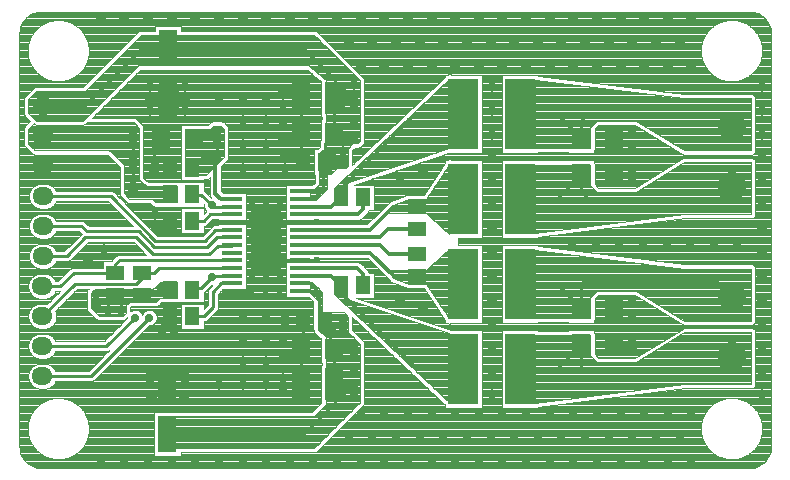
<source format=gbr>
G04 DipTrace 3.1.0.1*
G04 TAS5805Mbis2.Top.gbr*
%MOIN*%
G04 #@! TF.FileFunction,Copper,L1,Top*
G04 #@! TF.Part,Single*
G04 #@! TA.AperFunction,Conductor*
%ADD10C,0.009843*%
%ADD14C,0.01378*%
G04 #@! TA.AperFunction,CopperBalancing*
%ADD15C,0.003937*%
%ADD17R,0.064961X0.122047*%
%ADD18R,0.062992X0.106299*%
%ADD19R,0.062992X0.070866*%
%ADD20R,0.051181X0.059055*%
%ADD21R,0.059055X0.051181*%
G04 #@! TA.AperFunction,ComponentPad*
%ADD22O,0.07X0.06*%
%ADD23C,0.094488*%
%ADD24R,0.098425X0.23622*%
%ADD25R,0.070866X0.015748*%
%ADD26R,0.098425X0.216535*%
G04 #@! TA.AperFunction,ViaPad*
%ADD27C,0.031496*%
%ADD29C,0.023622*%
%ADD31C,0.027559*%
%FSLAX26Y26*%
G04*
G70*
G90*
G75*
G01*
G04 Top*
%LPD*%
X497467Y827008D2*
D10*
X711247D1*
X806522Y922283D1*
X1062428Y1296299D2*
Y1292362D1*
X1129357D1*
X1062428Y1296299D2*
X1026995Y1331732D1*
X999436D1*
X997467Y1333701D1*
X1129357Y1036457D2*
X1093924D1*
X1066365Y1008898D1*
Y957717D1*
X1034869Y926220D1*
X997467D1*
X1357703Y1266772D2*
D14*
X1548648D1*
X1566365Y1284488D1*
Y1323858D1*
X1357703Y1190000D2*
X1621483D1*
X1649042Y1217559D1*
X1746483D1*
X1747467Y1218543D1*
X1357703Y1087638D2*
X1546680D1*
X1566365Y1067953D1*
Y1030551D1*
X1357703Y1164409D2*
X1623451D1*
X1652388Y1135472D1*
X1747467D1*
X1129357Y1317953D2*
X1091955D1*
X1074239Y1335669D1*
Y1457717D1*
D10*
X1078176Y1461654D1*
Y1501024D1*
Y1540394D1*
X1026995D1*
X1003373Y1516772D1*
X1078176Y1501024D2*
X1019121D1*
X1003373Y1516772D1*
X1078176Y1461654D2*
X1036837D1*
X997467Y1422283D1*
X499436Y1527008D2*
X785262D1*
X798648Y1540394D1*
Y1501024D1*
Y1461654D1*
X739593Y997087D2*
X680538D1*
X676601Y1001024D1*
X715971Y945906D2*
Y973465D1*
X739593Y997087D1*
X759278Y945906D2*
Y977402D1*
X739593Y997087D1*
X828176D2*
X739593D1*
X676601Y961654D2*
Y1001024D1*
X828176Y997087D2*
X865577D1*
X889199Y1020709D1*
X916759D1*
X922664Y1014803D1*
X798648Y1461654D2*
Y1422283D1*
Y1382913D1*
Y1343543D1*
X922664Y1333701D2*
X808491D1*
X798648Y1343543D1*
X1243534Y1177205D2*
X1243530Y1249055D1*
X1129357Y1343543D2*
X1196286D1*
X1129357Y1010866D2*
X1194318D1*
X1196286Y1012835D1*
X1298648Y1678189D2*
X1337231D1*
X1360853Y1654567D1*
X1298648Y1634882D2*
X1341168D1*
X1360853Y1654567D1*
X1298648Y1560079D2*
X1337231D1*
X1360853Y1536457D1*
X1298648Y1516772D2*
X1341168D1*
X1360853Y1536457D1*
Y1654567D1*
Y1536457D2*
Y1445906D1*
X1364790Y1441969D1*
X1306522Y1465591D2*
X1341168D1*
X1364790Y1441969D1*
X1306522Y1422283D2*
X1345105D1*
X1364790Y1441969D1*
X1306522Y934094D2*
X1343136D1*
X1364790Y912441D1*
X1306522Y890787D2*
X1343136D1*
X1364790Y912441D1*
X1298648Y839606D2*
X1339199D1*
X1360853Y817953D1*
X1298648Y796299D2*
X1339199D1*
X1360853Y817953D1*
X1298648Y721496D2*
X1337231D1*
X1358885Y699843D1*
X1298648Y678189D2*
X1337231D1*
X1358885Y699843D1*
X1364790Y912441D2*
Y821890D1*
X1360853Y817953D1*
Y701811D1*
X1358885Y699843D1*
X857703Y1690000D2*
X876601D1*
X915971Y1650630D1*
X857703D2*
X915971D1*
X857703Y1611260D2*
X876601D1*
X915971Y1650630D1*
X971877Y1611260D2*
X955341D1*
X915971Y1650630D1*
X971877D2*
X915971D1*
X971877Y1690000D2*
X955341D1*
X915971Y1650630D1*
X857703Y741181D2*
X876601D1*
X914003Y703780D1*
X857703Y701811D2*
X912034D1*
X914003Y703780D1*
X857703Y662441D2*
X872664D1*
X914003Y703780D1*
X971877Y662441D2*
X955341D1*
X914003Y703780D1*
X971877Y701811D2*
X915971D1*
X914003Y703780D1*
X971877Y741181D2*
X951404D1*
X914003Y703780D1*
X869514Y1445906D2*
Y1493150D1*
X893136Y1516772D1*
X922664Y1422283D2*
X893136D1*
X869514Y1445906D1*
X922664Y1422283D2*
X885262D1*
X869514Y1406535D1*
Y1445906D1*
X873451Y1264803D2*
X902979D1*
X922664Y1245118D1*
X873451Y1225433D2*
X902979D1*
X922664Y1245118D1*
Y926220D2*
Y880945D1*
X936444Y867165D1*
X897073D2*
Y900630D1*
X922664Y926220D1*
X2464003Y973465D2*
X2424633D1*
X2404160Y952992D1*
X2464003Y934094D2*
X2423058D1*
X2404160Y952992D1*
X2464003Y855354D2*
X2425420D1*
X2404160Y834094D1*
X2464003Y815984D2*
X2422270D1*
X2404160Y834094D1*
X2464003Y1536457D2*
X2420696D1*
X2404160Y1519921D1*
X2464003Y1497087D2*
X2426995D1*
X2404160Y1519921D1*
X2464003Y1418346D2*
X2421483D1*
X2404160Y1401024D1*
X2464003Y1378976D2*
X2426207D1*
X2404160Y1401024D1*
X1357703Y1241181D2*
X1412822D1*
X1357703Y1113228D2*
X1412822D1*
X1357703Y1241181D2*
X1298648D1*
X1290774Y1249055D1*
X1129357Y1241181D2*
X1188412D1*
X1196286Y1249055D1*
X1357703Y1113228D2*
X1296680D1*
X1290774Y1107323D1*
X2089987Y1602205D2*
X2211640D1*
X2293924Y1519921D1*
Y1578976D1*
X2314396Y1599449D1*
X2754160D1*
X2794711Y1558898D1*
X2089987Y1318740D2*
X2211640D1*
X2293924Y1401024D1*
Y1340394D1*
X2318333Y1315984D1*
X2748648D1*
X2794711Y1362047D1*
X499436Y1327008D2*
X724633D1*
X873451Y1178189D1*
X1038806D1*
X1074239Y1213622D1*
X1127388D1*
X1129357Y1215591D1*
X1357703Y1292362D2*
D14*
X1460066D1*
X1491562Y1323858D1*
D10*
Y1355354D1*
X1735656Y1599449D1*
X1898255D1*
X1901010Y1602205D1*
X1357703Y1215591D2*
D14*
X1588018D1*
X1664790Y1292362D1*
X1746483D1*
X1747467Y1293346D1*
D10*
X1875617D1*
X1901010Y1318740D1*
X1357703Y1062047D2*
D14*
X1460066D1*
X1491562Y1030551D1*
D10*
Y1004961D1*
X1743530Y752992D1*
X1899829D1*
X1901010Y751811D1*
X1357703Y1138819D2*
D14*
X1589987D1*
X1668136Y1060669D1*
X1747467D1*
D10*
X1875617D1*
X1901010Y1035276D1*
X1129357Y1062047D2*
X1068333D1*
X1062428Y1056142D1*
X497467Y727008D2*
X658491D1*
X853766Y922283D1*
X1062428Y1056142D2*
X1026995Y1020709D1*
X1003373D1*
X997467Y1014803D1*
X1357703Y1317953D2*
X1399042D1*
X1424633Y1343543D1*
X1431719Y1350630D1*
Y1434094D1*
X1439593Y1441969D1*
X1357703Y1343543D2*
X1424633D1*
X1357711Y1010866D2*
X1395105D1*
X1419908Y986063D1*
Y932126D1*
X1439593Y912441D1*
X1357703Y1036457D2*
X1389199D1*
X1419908Y1005748D1*
Y986063D1*
X1439593Y1441969D2*
Y1504961D1*
X1471089Y1536457D1*
Y1654567D1*
X1439593Y912441D2*
X1456129D1*
Y832913D1*
X1471089Y817953D1*
Y701811D1*
X1469121Y699843D1*
X915971Y1819921D2*
X1365577D1*
X1471877Y1713622D1*
Y1655354D1*
X1471089Y1654567D1*
X1534869Y1697874D2*
X1514396D1*
X1471089Y1654567D1*
X1534869Y1658504D2*
X1475026D1*
X1471089Y1654567D1*
X1534869Y1619134D2*
X1506522D1*
X1471089Y1654567D1*
X1534869Y1564016D2*
X1498648D1*
X1471089Y1536457D1*
X1534869Y1524646D2*
X1482900D1*
X1471089Y1536457D1*
X1499436Y1477402D2*
X1475026D1*
X1439593Y1441969D1*
X1499436Y1438031D2*
X1443530D1*
X1439593Y1441969D1*
X1499436Y918346D2*
X1445499D1*
X1439593Y912441D1*
X1499436Y878976D2*
X1473058D1*
X1439593Y912441D1*
X1534869Y831732D2*
X1484869D1*
X1471089Y817953D1*
X1534869Y792362D2*
X1496680D1*
X1471089Y817953D1*
X1534869Y737244D2*
X1506522D1*
X1469121Y699843D1*
X1534869Y697874D2*
X1471089D1*
X1469121Y699843D1*
X1534869Y658504D2*
X1510459D1*
X1469121Y699843D1*
X914003Y534488D2*
X1367546D1*
X1471877Y638819D1*
Y697087D1*
X499436Y1627008D2*
X637231D1*
X830144Y1819921D1*
X915971D1*
X2089987Y751811D2*
X2211640D1*
X2293924Y834094D1*
Y757717D1*
X2291955Y755748D1*
X2755341D1*
X2794711Y795118D1*
X2089987Y1035276D2*
X2211640D1*
X2293924Y952992D1*
Y1035669D1*
X2297467Y1039213D1*
X2747467D1*
X2794711Y991969D1*
X828176Y1071890D2*
Y1054173D1*
X808491Y1034488D1*
X604948D1*
X497467Y927008D1*
X828176Y1071890D2*
X869514D1*
X885262Y1087638D1*
X1129357D1*
X499436Y1227008D2*
X627782D1*
X645105Y1209685D1*
X818333D1*
X869514Y1158504D1*
X1046680D1*
X1078176Y1190000D1*
X1129357D1*
X497467Y1027008D2*
X556916D1*
X601798Y1071890D1*
X739593D1*
Y1099449D1*
X755341Y1115197D1*
X1127388D1*
X1129357Y1113228D1*
X499436Y1127008D2*
X578176D1*
X641168Y1190000D1*
X810459D1*
X865577Y1134882D1*
X1054554D1*
X1082113Y1162441D1*
X1127388D1*
X1129357Y1164409D1*
Y1266772D2*
X1056522D1*
X1034869Y1245118D1*
X997467D1*
D27*
X1306522Y1422283D3*
D29*
X1412822Y1241181D3*
D27*
X798648Y1540394D3*
D29*
X1412822Y1113228D3*
X1196286Y1296299D3*
X1243530D3*
X1290774D3*
X1196286Y1343543D3*
X1243530D3*
X1290774D3*
X1196286Y1201811D3*
X1243530D3*
X1290774D3*
X1196286Y1249055D3*
X1243530D3*
X1290774D3*
X1196286Y1107323D3*
X1243530D3*
X1290774D3*
X1196286Y1154567D3*
X1243530D3*
X1290774D3*
X1196286Y1012835D3*
X1243530D3*
X1290774D3*
X1196286Y1060079D3*
X1243530D3*
X1290774D3*
D31*
X1062428Y1056142D3*
X853766Y922283D3*
D27*
X1306522Y1465591D3*
X1298648Y1516772D3*
Y1560079D3*
Y1634882D3*
Y1678189D3*
X1306522Y934094D3*
Y890787D3*
X1298648Y839606D3*
Y796299D3*
Y721496D3*
Y678189D3*
X1534869Y1697874D3*
Y1658504D3*
Y1619134D3*
Y1564016D3*
Y1524646D3*
X1499436Y1477402D3*
Y1438031D3*
X1534869Y658504D3*
Y697874D3*
Y737244D3*
Y792362D3*
Y831732D3*
X1499436Y878976D3*
Y918346D3*
X971877Y662441D3*
Y701811D3*
Y741181D3*
X857703Y662441D3*
Y701811D3*
Y741181D3*
X971877Y1611260D3*
Y1650630D3*
Y1690000D3*
X857703Y1611260D3*
Y1650630D3*
Y1690000D3*
X869514Y1445906D3*
Y1406535D3*
X798648Y1501024D3*
Y1461654D3*
D31*
X1062428Y1296299D3*
X806522Y922283D3*
D27*
X1078176Y1540394D3*
Y1501024D3*
Y1461654D3*
X873451Y1264803D3*
Y1225433D3*
X897073Y867165D3*
X936444D3*
X2464003Y973465D3*
Y934094D3*
Y855354D3*
Y815984D3*
Y1536457D3*
Y1497087D3*
Y1418346D3*
Y1378976D3*
X676601Y1001024D3*
Y961654D3*
X715971Y945906D3*
X759278D3*
X798648Y1422283D3*
Y1382913D3*
Y1343543D3*
X1243530Y1422283D3*
X1164790D3*
X1243530Y1501024D3*
X1164790D3*
X1243530Y1579764D3*
X1164790D3*
X1243530Y1658504D3*
X1086050D3*
X1164790D3*
X2345892Y1918346D3*
X1755341Y1839606D3*
X1164790Y1918346D3*
X1401010D3*
X1243530D3*
X1322270D3*
X1479751D3*
X1715971D3*
X1558491D3*
X1637231D3*
X1794711D3*
X2030932D3*
X1873451D3*
X1952192D3*
X2109672D3*
X1597861Y1839606D3*
X2188412Y1918346D3*
X2267152D3*
X2582113D3*
X2424633D3*
X2503373D3*
X2660853D3*
X1676601Y1839606D3*
X1834081D3*
X2070302D3*
X1912822D3*
X771089Y1918346D3*
X1991562Y1839606D3*
X692349Y1918346D3*
X849829D3*
X1086050D3*
X928570D3*
X1007310D3*
X2149042Y1839606D3*
X2227782D3*
X2306522D3*
X2385262D3*
X2621483D3*
X2464003D3*
X2542743D3*
X1519121D3*
X1715971Y1760866D3*
X1558491D3*
X1637231D3*
X1794711D3*
X2030932D3*
X1873451D3*
X1952192D3*
X2109672D3*
X2188412D3*
X2267152D3*
X2345892D3*
X2582113D3*
X2424633D3*
X2503373D3*
X2660853D3*
X1755341Y516772D3*
X1164790Y438031D3*
X1401010D3*
X1243530D3*
X1322270D3*
X1479751D3*
X1715971D3*
X1558491D3*
X1637231D3*
X1794711D3*
X2030932D3*
X1873451D3*
X1952192D3*
X2109672D3*
X1597861Y516772D3*
X2188412Y438031D3*
X2267152D3*
X2345892D3*
X2582113D3*
X2424633D3*
X2503373D3*
X2660853D3*
X1676601Y516772D3*
X1834081D3*
X2070302D3*
X1912822D3*
X771089Y438031D3*
X1991562Y516772D3*
X692349Y438031D3*
X849829D3*
X1086050D3*
X928570D3*
X1007310D3*
X2149042Y516772D3*
X2227782D3*
X2306522D3*
X2385262D3*
X2621483D3*
X2464003D3*
X2542743D3*
X1519121D3*
X1715971Y595512D3*
X1558491D3*
X1637231D3*
X1794711D3*
X2030932D3*
X1873451D3*
X1952192D3*
X2109672D3*
X2188412D3*
X2267152D3*
X2345892D3*
X2582113D3*
X2424633D3*
X2503373D3*
X2660853D3*
X1243530Y934094D3*
X1164790D3*
X1243530Y855354D3*
X1164790D3*
X1243530Y776614D3*
X1164790D3*
X1243530Y697874D3*
X1086050D3*
X1164790D3*
X704160Y1150630D3*
X649042Y1115197D3*
X2263215Y1174252D3*
X2341955D3*
X2420696D3*
X2656916D3*
X2499436D3*
X2578176D3*
X2735656D3*
X2814396D3*
X1995499Y981339D3*
Y1690000D3*
Y1532520D3*
Y1611260D3*
Y1375039D3*
Y1453780D3*
Y1217559D3*
Y1296299D3*
Y1060079D3*
Y1138819D3*
Y823858D3*
Y902598D3*
Y666378D3*
Y745118D3*
X2897073Y981339D3*
Y1690000D3*
Y1532520D3*
Y1611260D3*
X1688412Y1375039D3*
X1767152Y1406535D3*
X1688412Y981339D3*
X1767152Y949843D3*
X2897073Y1375039D3*
Y1453780D3*
Y1217559D3*
Y1296299D3*
Y1060079D3*
Y1138819D3*
Y823858D3*
Y902598D3*
Y666378D3*
Y745118D3*
X823614Y1861391D2*
D15*
X1407541D1*
X819807Y1857585D2*
X1411348D1*
X816001Y1853780D2*
X1415154D1*
X812194Y1849974D2*
X1418961D1*
X808388Y1846168D2*
X1422766D1*
X804583Y1842362D2*
X1426572D1*
X800776Y1838556D2*
X1430379D1*
X796970Y1834751D2*
X1434185D1*
X793164Y1830945D2*
X1437991D1*
X789357Y1827139D2*
X1441798D1*
X785551Y1823333D2*
X1445604D1*
X781744Y1819528D2*
X1449411D1*
X777938Y1815722D2*
X1453217D1*
X774133Y1811916D2*
X1457022D1*
X770333Y1808110D2*
X1460822D1*
X766528Y1804304D2*
X1464627D1*
X762720Y1800499D2*
X1468434D1*
X758915Y1796693D2*
X1472240D1*
X755108Y1792887D2*
X1476047D1*
X751302Y1789081D2*
X1479853D1*
X747496Y1785276D2*
X1483659D1*
X743689Y1781470D2*
X1487466D1*
X739883Y1777664D2*
X1491272D1*
X736077Y1773858D2*
X1495077D1*
X732270Y1770052D2*
X1498885D1*
X728465Y1766247D2*
X1502690D1*
X724657Y1762441D2*
X816728D1*
X1386844D2*
X1506497D1*
X720852Y1758635D2*
X812923D1*
X1391281D2*
X1510303D1*
X717046Y1754829D2*
X809115D1*
X1395726D2*
X1514109D1*
X713247Y1751024D2*
X805310D1*
X1400163D2*
X1517908D1*
X709441Y1747218D2*
X801510D1*
X1404606D2*
X1521714D1*
X705634Y1743412D2*
X797705D1*
X1409043D2*
X1525521D1*
X701828Y1739606D2*
X793899D1*
X1413480D2*
X1529327D1*
X698021Y1735801D2*
X790092D1*
X1417925D2*
X1533134D1*
X694215Y1731995D2*
X786286D1*
X1422362D2*
X1536940D1*
X690409Y1728189D2*
X782479D1*
X1426806D2*
X1540745D1*
X686602Y1724383D2*
X778673D1*
X1431243D2*
X1544552D1*
X682797Y1720577D2*
X774867D1*
X1435688D2*
X1548358D1*
X678991Y1716772D2*
X771060D1*
X1440125D2*
X1552164D1*
X675184Y1712966D2*
X767255D1*
X1442747D2*
X1555971D1*
X671378Y1709160D2*
X763449D1*
X1442747D2*
X1556125D1*
X667571Y1705354D2*
X759642D1*
X1442747D2*
X1556125D1*
X663765Y1701549D2*
X755836D1*
X1442747D2*
X1556125D1*
X659959Y1697743D2*
X752029D1*
X1442747D2*
X1556125D1*
X656160Y1693937D2*
X748223D1*
X1442747D2*
X1556125D1*
X652354Y1690131D2*
X744424D1*
X1442747D2*
X1556125D1*
X648547Y1686325D2*
X740618D1*
X1442747D2*
X1556125D1*
X644741Y1682520D2*
X736812D1*
X1442747D2*
X1556125D1*
X640934Y1678714D2*
X733005D1*
X1442747D2*
X1556125D1*
X475711Y1674908D2*
X729199D1*
X1442747D2*
X1556125D1*
X471906Y1671102D2*
X725392D1*
X1442747D2*
X1556125D1*
X468098Y1667297D2*
X721587D1*
X1442747D2*
X1556125D1*
X464293Y1663491D2*
X717781D1*
X1442747D2*
X1556125D1*
X460487Y1659685D2*
X713974D1*
X1442747D2*
X1556125D1*
X456680Y1655879D2*
X710168D1*
X1442747D2*
X1556125D1*
X452874Y1652073D2*
X706362D1*
X1442747D2*
X1556125D1*
X450621Y1648268D2*
X702555D1*
X1442747D2*
X1556125D1*
X450621Y1644462D2*
X698749D1*
X1442747D2*
X1556125D1*
X450621Y1640656D2*
X694942D1*
X1442747D2*
X1556125D1*
X450621Y1636850D2*
X691136D1*
X1442747D2*
X1556125D1*
X450621Y1633045D2*
X687337D1*
X1442747D2*
X1556125D1*
X450621Y1629239D2*
X683531D1*
X1442747D2*
X1556125D1*
X450621Y1625433D2*
X679726D1*
X1442747D2*
X1556125D1*
X450621Y1621627D2*
X675919D1*
X1442747D2*
X1556125D1*
X450621Y1617822D2*
X672113D1*
X1442747D2*
X1556125D1*
X450621Y1614016D2*
X668306D1*
X1442747D2*
X1556125D1*
X450621Y1610210D2*
X664500D1*
X1442747D2*
X1556125D1*
X450621Y1606404D2*
X660694D1*
X1442747D2*
X1556125D1*
X452220Y1602598D2*
X656887D1*
X1442747D2*
X1556125D1*
X456026Y1598793D2*
X653081D1*
X1442747D2*
X1556125D1*
X459832Y1594987D2*
X649276D1*
X1442747D2*
X1556125D1*
X463639Y1591181D2*
X645469D1*
X1442747D2*
X1556125D1*
X467445Y1587375D2*
X641663D1*
X1442747D2*
X1556125D1*
X471252Y1583570D2*
X637856D1*
X1442747D2*
X1556125D1*
X475058Y1579764D2*
X634050D1*
X1442747D2*
X1556125D1*
X1442747Y1575958D2*
X1556125D1*
X1442747Y1572152D2*
X1556125D1*
X1442747Y1568346D2*
X1556125D1*
X1442747Y1564541D2*
X1556125D1*
X1442747Y1560735D2*
X1556125D1*
X1442747Y1556929D2*
X1556125D1*
X1442747Y1553123D2*
X1556125D1*
X1442747Y1549318D2*
X1556125D1*
X1442747Y1545512D2*
X1556125D1*
X1442747Y1541706D2*
X1556125D1*
X1442747Y1537900D2*
X1556125D1*
X1442747Y1534094D2*
X1556125D1*
X1442747Y1530289D2*
X1556125D1*
X1442747Y1526483D2*
X1556125D1*
X1442747Y1522677D2*
X1556125D1*
X1442747Y1518871D2*
X1556125D1*
X1442747Y1515066D2*
X1556125D1*
X1442747Y1511260D2*
X1556125D1*
X1442747Y1507454D2*
X1553871D1*
X1442747Y1503648D2*
X1550066D1*
X1442747Y1499843D2*
X1530510D1*
X1442747Y1496037D2*
X1526705D1*
X1442639Y1492231D2*
X1522899D1*
X1438833Y1488425D2*
X1519092D1*
X1435026Y1484619D2*
X1516755D1*
X1431220Y1480814D2*
X1516755D1*
X1427413Y1477008D2*
X1516755D1*
X1423608Y1473202D2*
X1516755D1*
X1419802Y1469396D2*
X1516755D1*
X1419125Y1465591D2*
X1516755D1*
X1419125Y1461785D2*
X1516755D1*
X1419125Y1457979D2*
X1516755D1*
X1419125Y1454173D2*
X1516755D1*
X1419125Y1450367D2*
X1516755D1*
X1419125Y1446562D2*
X1516755D1*
X1419125Y1442756D2*
X1516755D1*
X1419125Y1438950D2*
X1516755D1*
X1419125Y1435144D2*
X1516755D1*
X1419125Y1431339D2*
X1516755D1*
X1419125Y1427533D2*
X1516755D1*
X1419125Y1423727D2*
X1513449D1*
X1419125Y1419921D2*
X1478146D1*
X1419125Y1416115D2*
X1474340D1*
X1419125Y1412310D2*
X1470533D1*
X1419125Y1408504D2*
X1466727D1*
X1419125Y1404698D2*
X1462928D1*
X1419125Y1400892D2*
X1459122D1*
X1419125Y1397087D2*
X1445888D1*
X1419125Y1393281D2*
X1445888D1*
X1419125Y1389475D2*
X1445888D1*
X1419125Y1385669D2*
X1445888D1*
X1419125Y1381864D2*
X1445888D1*
X1419125Y1378058D2*
X1445888D1*
X1419125Y1374252D2*
X1445888D1*
X1419125Y1370446D2*
X1445888D1*
X1419117Y1366640D2*
X1445888D1*
X1415602Y1362835D2*
X1445888D1*
X1411797Y1359029D2*
X1445888D1*
X1407991Y1355223D2*
X1445888D1*
X1404192Y1351417D2*
X1445073D1*
X1391566Y1347612D2*
X1441274D1*
X1391566Y1343806D2*
X1437469D1*
X1391566Y1340000D2*
X1433663D1*
X1391566Y1336194D2*
X1429856D1*
X1391566Y1332388D2*
X1426050D1*
X1391566Y1328583D2*
X1422243D1*
X1391566Y1324777D2*
X1418437D1*
X1391566Y1320971D2*
X1414631D1*
X1391566Y1317165D2*
X1410824D1*
X476636Y1577795D2*
X632471D1*
X817176Y1762459D1*
X817724Y1762739D1*
X818333Y1762835D1*
X1385573Y1762810D1*
X1386159Y1762618D1*
X1386543Y1762361D1*
X1441878Y1714900D1*
X1442199Y1714375D1*
X1442343Y1713777D1*
Y1492995D1*
X1442199Y1492396D1*
X1441878Y1491871D1*
X1418726Y1468711D1*
X1418703Y1366857D1*
X1418513Y1366272D1*
X1418151Y1365773D1*
X1402168Y1349824D1*
X1401619Y1349545D1*
X1401010Y1349449D1*
X1391176D1*
X1391168Y1314024D1*
X1408062Y1314016D1*
X1446287Y1352234D1*
X1446310Y1398970D1*
X1446500Y1399555D1*
X1446862Y1400054D1*
X1447361Y1400416D1*
X1447946Y1400606D1*
X1454160Y1400630D1*
X1459243D1*
X1478593Y1419940D1*
X1479142Y1420219D1*
X1479751Y1420315D1*
X1510424D1*
X1517154Y1427038D1*
X1517176Y1485584D1*
X1517366Y1486169D1*
X1517728Y1486668D1*
X1533711Y1502617D1*
X1534260Y1502896D1*
X1534869Y1502992D1*
X1549794D1*
X1556524Y1509715D1*
X1556522Y1712799D1*
X1404136Y1865193D1*
X827030Y1865197D1*
X638388Y1676596D1*
X637840Y1676316D1*
X637231Y1676220D1*
X476636D1*
X450224Y1649816D1*
X450223Y1604209D1*
X476627Y1577797D1*
X642058Y1570052D2*
X805178D1*
X465476Y1566247D2*
X472555D1*
X636552D2*
X808986D1*
X461671Y1562441D2*
X812791D1*
X457864Y1558635D2*
X816598D1*
X454058Y1554829D2*
X819904D1*
X450621Y1551024D2*
X819904D1*
X450621Y1547218D2*
X819904D1*
X450621Y1543412D2*
X819904D1*
X450621Y1539606D2*
X819904D1*
X450621Y1535801D2*
X819904D1*
X450621Y1531995D2*
X819904D1*
X450621Y1528189D2*
X819904D1*
X450621Y1524383D2*
X819904D1*
X450621Y1520577D2*
X819904D1*
X450621Y1516772D2*
X819904D1*
X450621Y1512966D2*
X819904D1*
X450621Y1509160D2*
X819904D1*
X450621Y1505354D2*
X819904D1*
X450906Y1501549D2*
X819904D1*
X454711Y1497743D2*
X819904D1*
X458518Y1493937D2*
X819904D1*
X462324Y1490131D2*
X819904D1*
X466130Y1486325D2*
X819904D1*
X469937Y1482520D2*
X819904D1*
X721774Y1478714D2*
X819904D1*
X725580Y1474908D2*
X819904D1*
X729387Y1471102D2*
X819904D1*
X733193Y1467297D2*
X819904D1*
X737000Y1463491D2*
X819904D1*
X740806Y1459685D2*
X819904D1*
X744612Y1455879D2*
X819904D1*
X748411Y1452073D2*
X819904D1*
X752217Y1448268D2*
X819904D1*
X756024Y1444462D2*
X819904D1*
X759829Y1440656D2*
X819904D1*
X763636Y1436850D2*
X819904D1*
X767442Y1433045D2*
X819904D1*
X769518Y1429239D2*
X819904D1*
X769518Y1425433D2*
X819904D1*
X769518Y1421627D2*
X819904D1*
X769518Y1417822D2*
X819904D1*
X769518Y1414016D2*
X819904D1*
X769518Y1410210D2*
X819904D1*
X769518Y1406404D2*
X819904D1*
X769518Y1402598D2*
X819904D1*
X769518Y1398793D2*
X819904D1*
X769518Y1394987D2*
X819904D1*
X769518Y1391181D2*
X819904D1*
X769518Y1387375D2*
X819904D1*
X769518Y1383570D2*
X819904D1*
X769518Y1379764D2*
X822580D1*
X769518Y1375958D2*
X827148D1*
X769518Y1372152D2*
X831715D1*
X769518Y1368346D2*
X836283D1*
X769518Y1364541D2*
X840850D1*
X769518Y1360735D2*
X945888D1*
X769518Y1356929D2*
X945888D1*
X769518Y1353123D2*
X945888D1*
X769518Y1349318D2*
X945888D1*
X769518Y1345512D2*
X945888D1*
X769518Y1341706D2*
X945888D1*
X769518Y1337900D2*
X945888D1*
X771902Y1334094D2*
X945888D1*
X775709Y1330289D2*
X945888D1*
X779514Y1326483D2*
X945888D1*
X783322Y1322677D2*
X945888D1*
X787127Y1318871D2*
X945888D1*
X865736Y1315066D2*
X945888D1*
X869543Y1311260D2*
X945888D1*
X873349Y1307454D2*
X945888D1*
X633286Y1565827D2*
X475029Y1565857D1*
X473479Y1566104D1*
X471987Y1566588D1*
X470589Y1567301D1*
X469319Y1568223D1*
X468160Y1569337D1*
X450222Y1551388D1*
X450223Y1501846D1*
X472693Y1479369D1*
X720217Y1479346D1*
X720802Y1479156D1*
X721301Y1478794D1*
X768745Y1431315D1*
X769025Y1430766D1*
X769121Y1430157D1*
Y1336492D1*
X787656Y1317949D1*
X861949Y1317929D1*
X862534Y1317739D1*
X863033Y1317377D1*
X874265Y1306143D1*
X946278Y1306142D1*
X946286Y1361252D1*
X845608Y1361281D1*
X845020Y1361463D1*
X844633Y1361717D1*
X820773Y1381635D1*
X820451Y1382160D1*
X820308Y1382759D1*
X820302Y1555319D1*
X801766Y1573862D1*
X645466Y1573858D1*
X639789Y1568223D1*
X638518Y1567301D1*
X637121Y1566588D1*
X635629Y1566104D1*
X634079Y1565857D1*
X633291Y1565827D1*
X1063772Y1558241D2*
X1096517D1*
X1059965Y1554436D2*
X1100324D1*
X1056159Y1550630D2*
X1103369D1*
X974243Y1546824D2*
X1103369D1*
X974243Y1543018D2*
X1103369D1*
X974243Y1539213D2*
X1103369D1*
X974243Y1535407D2*
X1103369D1*
X974243Y1531601D2*
X1103369D1*
X974243Y1527795D2*
X1103369D1*
X974243Y1523990D2*
X1103369D1*
X974243Y1520184D2*
X1103369D1*
X974243Y1516378D2*
X1103369D1*
X974243Y1512572D2*
X1103369D1*
X974243Y1508766D2*
X1103369D1*
X974243Y1504961D2*
X1103369D1*
X974243Y1501155D2*
X1103369D1*
X974243Y1497349D2*
X1103369D1*
X974243Y1493543D2*
X1103369D1*
X974243Y1489738D2*
X1103369D1*
X974243Y1485932D2*
X1103369D1*
X974243Y1482126D2*
X1103369D1*
X974243Y1478320D2*
X1103369D1*
X974243Y1474514D2*
X1103369D1*
X974243Y1470709D2*
X1103369D1*
X974243Y1466903D2*
X1103369D1*
X974243Y1463097D2*
X1103369D1*
X974243Y1459291D2*
X1103369D1*
X974243Y1455486D2*
X1100324D1*
X974243Y1451680D2*
X1096517D1*
X974243Y1447874D2*
X1092711D1*
X974243Y1444068D2*
X1088912D1*
X974243Y1440262D2*
X1085106D1*
X974243Y1436457D2*
X1081301D1*
X974243Y1432651D2*
X1077493D1*
X974243Y1428845D2*
X1073688D1*
X974243Y1425039D2*
X1069881D1*
X974243Y1421234D2*
X1066075D1*
X974243Y1417428D2*
X1062269D1*
X974243Y1413622D2*
X1058462D1*
X974243Y1409816D2*
X1054656D1*
X974243Y1406010D2*
X1050850D1*
X974243Y1402205D2*
X1047043D1*
X974243Y1398399D2*
X1043238D1*
X1054546Y1550236D2*
X973853D1*
X973845Y1396701D1*
X1041920Y1396693D1*
X1103765Y1458531D1*
X1103766Y1551382D1*
X1093110Y1562046D1*
X1067188Y1562047D1*
X1055711Y1550612D1*
X1055163Y1550332D1*
X1054554Y1550236D1*
X886606Y1038556D2*
X945888D1*
X882799Y1034751D2*
X945888D1*
X878993Y1030945D2*
X945888D1*
X875186Y1027139D2*
X945888D1*
X871381Y1023333D2*
X945888D1*
X867575Y1019528D2*
X945888D1*
X670854Y1015722D2*
X945888D1*
X667049Y1011916D2*
X945888D1*
X663243Y1008110D2*
X945888D1*
X659436Y1004304D2*
X945888D1*
X659282Y1000499D2*
X945888D1*
X659282Y996693D2*
X945888D1*
X659282Y992887D2*
X945888D1*
X659282Y989081D2*
X945888D1*
X659282Y985276D2*
X886018D1*
X659282Y981470D2*
X882219D1*
X659282Y977664D2*
X878413D1*
X659282Y973858D2*
X787993D1*
X659282Y970052D2*
X784186D1*
X659282Y966247D2*
X780381D1*
X659282Y962441D2*
X776605D1*
X659282Y958635D2*
X776597D1*
X659282Y954829D2*
X776597D1*
X662850Y951024D2*
X776597D1*
X666656Y947218D2*
X776597D1*
X670462Y943412D2*
X776597D1*
X674269Y939606D2*
X776597D1*
X678075Y935801D2*
X773552D1*
X681882Y931995D2*
X769745D1*
X857696Y1018740D2*
X673479D1*
X658881Y1004142D1*
X658885Y954602D1*
X685289Y928190D1*
X766329Y928189D1*
X776993Y938845D1*
X777018Y961962D1*
X777209Y962547D1*
X777572Y963046D1*
X789617Y975058D1*
X790165Y975337D1*
X790774Y975433D1*
X876566D1*
X888042Y986869D1*
X888591Y987148D1*
X889199Y987244D1*
X946278D1*
X946286Y1042354D1*
X890022Y1042362D1*
X866735Y1019115D1*
X866186Y1018836D1*
X865577Y1018740D1*
X857703D1*
X1846928Y1711916D2*
X1851400D1*
X1842915Y1708110D2*
X1851400D1*
X1838900Y1704304D2*
X1851400D1*
X1834894Y1700499D2*
X1851400D1*
X1830881Y1696693D2*
X1851400D1*
X1826874Y1692887D2*
X1851400D1*
X1822860Y1689081D2*
X1851400D1*
X1818854Y1685276D2*
X1851400D1*
X1814840Y1681470D2*
X1851400D1*
X1810833Y1677664D2*
X1851400D1*
X1806820Y1673858D2*
X1851400D1*
X1802814Y1670052D2*
X1851400D1*
X1798799Y1666247D2*
X1851400D1*
X1794794Y1662441D2*
X1851400D1*
X1790780Y1658635D2*
X1851400D1*
X1786766Y1654829D2*
X1851400D1*
X1782760Y1651024D2*
X1851400D1*
X1778745Y1647218D2*
X1851400D1*
X1774739Y1643412D2*
X1851400D1*
X1770726Y1639606D2*
X1851400D1*
X1766719Y1635801D2*
X1851400D1*
X1762706Y1631995D2*
X1851400D1*
X1758699Y1628189D2*
X1851400D1*
X1754685Y1624383D2*
X1851400D1*
X1750678Y1620577D2*
X1851400D1*
X1746665Y1616772D2*
X1851400D1*
X1742651Y1612966D2*
X1851400D1*
X1738646Y1609160D2*
X1851400D1*
X1734631Y1605354D2*
X1851400D1*
X1730625Y1601549D2*
X1851400D1*
X1726612Y1597743D2*
X1851400D1*
X1722605Y1593937D2*
X1851400D1*
X1718591Y1590131D2*
X1851400D1*
X1714585Y1586325D2*
X1851400D1*
X1710571Y1582520D2*
X1851400D1*
X1706564Y1578714D2*
X1851400D1*
X1702551Y1574908D2*
X1851400D1*
X1698537Y1571102D2*
X1851400D1*
X1694530Y1567297D2*
X1851400D1*
X1690517Y1563491D2*
X1851400D1*
X1686510Y1559685D2*
X1851400D1*
X1682496Y1555879D2*
X1851400D1*
X1678491Y1552073D2*
X1851400D1*
X1674476Y1548268D2*
X1851400D1*
X1670470Y1544462D2*
X1851400D1*
X1666457Y1540656D2*
X1851400D1*
X1662450Y1536850D2*
X1851400D1*
X1658436Y1533045D2*
X1851400D1*
X1654430Y1529239D2*
X1851400D1*
X1650416Y1525433D2*
X1851400D1*
X1646402Y1521627D2*
X1851400D1*
X1642396Y1517822D2*
X1851400D1*
X1638382Y1514016D2*
X1851400D1*
X1634375Y1510210D2*
X1851400D1*
X1630362Y1506404D2*
X1851400D1*
X1626356Y1502598D2*
X1851400D1*
X1622341Y1498793D2*
X1851400D1*
X1618336Y1494987D2*
X1851400D1*
X1614322Y1491181D2*
X1851400D1*
X1610315Y1487375D2*
X1851400D1*
X1606302Y1483570D2*
X1842150D1*
X1602287Y1479764D2*
X1830870D1*
X1598282Y1475958D2*
X1819581D1*
X1594268Y1472152D2*
X1808293D1*
X1590261Y1468346D2*
X1797005D1*
X1586248Y1464541D2*
X1785724D1*
X1582241Y1460735D2*
X1774437D1*
X1578227Y1456929D2*
X1763148D1*
X1574222Y1453123D2*
X1751860D1*
X1570207Y1449318D2*
X1740580D1*
X1566201Y1445512D2*
X1729291D1*
X1562188Y1441706D2*
X1718004D1*
X1558173Y1437900D2*
X1706723D1*
X1554167Y1434094D2*
X1695434D1*
X1550154Y1430289D2*
X1684147D1*
X1546147Y1426483D2*
X1672858D1*
X1542133Y1422677D2*
X1661579D1*
X1538127Y1418871D2*
X1650290D1*
X1534113Y1415066D2*
X1639001D1*
X1530106Y1411260D2*
X1627714D1*
X1526093Y1407454D2*
X1616433D1*
X1522087Y1403648D2*
X1605146D1*
X1518072Y1399843D2*
X1593857D1*
X1514067Y1396037D2*
X1582568D1*
X1510052Y1392231D2*
X1571289D1*
X1506038Y1388425D2*
X1560000D1*
X1502033Y1384619D2*
X1548713D1*
X1498018Y1380814D2*
X1537432D1*
X1494012Y1377008D2*
X1526143D1*
X1489999Y1373202D2*
X1514856D1*
X1485992Y1369396D2*
X1512818D1*
X1481978Y1365591D2*
X1512818D1*
X1477972Y1361785D2*
X1512818D1*
X1473958Y1357979D2*
X1512818D1*
X1470306Y1354173D2*
X1512818D1*
X1470306Y1350367D2*
X1512818D1*
X1470306Y1346562D2*
X1512818D1*
X1470306Y1342756D2*
X1512818D1*
X1470306Y1338950D2*
X1512818D1*
X1470306Y1335144D2*
X1512818D1*
X1470306Y1331339D2*
X1512818D1*
X1470306Y1327533D2*
X1512818D1*
X1470306Y1323727D2*
X1512818D1*
X1470306Y1319921D2*
X1512818D1*
X1470306Y1316115D2*
X1512818D1*
X1470306Y1312310D2*
X1512818D1*
X1470306Y1308504D2*
X1512818D1*
X1470306Y1304698D2*
X1512818D1*
X1470306Y1300892D2*
X1512818D1*
X1851803Y1716919D2*
X1469908Y1354509D1*
Y1298276D1*
X1513207Y1298268D1*
X1513236Y1371388D1*
X1513420Y1371976D1*
X1513777Y1372479D1*
X1514270Y1372846D1*
X1520151Y1374854D1*
X1851803Y1486692D1*
X1851798Y1716921D1*
X1470306Y1054304D2*
X1512818D1*
X1470306Y1050499D2*
X1512818D1*
X1470306Y1046693D2*
X1512818D1*
X1470306Y1042887D2*
X1512818D1*
X1470306Y1039081D2*
X1512818D1*
X1470306Y1035276D2*
X1512818D1*
X1470306Y1031470D2*
X1512818D1*
X1470306Y1027664D2*
X1512818D1*
X1470306Y1023858D2*
X1512818D1*
X1470306Y1020052D2*
X1512818D1*
X1470306Y1016247D2*
X1512818D1*
X1470306Y1012441D2*
X1512818D1*
X1470306Y1008635D2*
X1512818D1*
X1470306Y1004829D2*
X1512818D1*
X1471190Y1001024D2*
X1512818D1*
X1475203Y997218D2*
X1512818D1*
X1479210Y993412D2*
X1512818D1*
X1483224Y989606D2*
X1512818D1*
X1487238Y985801D2*
X1512818D1*
X1491244Y981995D2*
X1518362D1*
X1495259Y978189D2*
X1529642D1*
X1499264Y974383D2*
X1540930D1*
X1503278Y970577D2*
X1552219D1*
X1507285Y966772D2*
X1563507D1*
X1511298Y962966D2*
X1574787D1*
X1515304Y959160D2*
X1586075D1*
X1519319Y955354D2*
X1597364D1*
X1523324Y951549D2*
X1608644D1*
X1527339Y947743D2*
X1619932D1*
X1531353Y943937D2*
X1631220D1*
X1535358Y940131D2*
X1642508D1*
X1539373Y936325D2*
X1653789D1*
X1543379Y932520D2*
X1665077D1*
X1547392Y928714D2*
X1676365D1*
X1551399Y924908D2*
X1687654D1*
X1555412Y921102D2*
X1698933D1*
X1559419Y917297D2*
X1710222D1*
X1563433Y913491D2*
X1721510D1*
X1567440Y909685D2*
X1732798D1*
X1571453Y905879D2*
X1744079D1*
X1575467Y902073D2*
X1755366D1*
X1579472Y898268D2*
X1766655D1*
X1583487Y894462D2*
X1777936D1*
X1587493Y890656D2*
X1789223D1*
X1591507Y886850D2*
X1800512D1*
X1595513Y883045D2*
X1811799D1*
X1599528Y879239D2*
X1823080D1*
X1603533Y875433D2*
X1834369D1*
X1607547Y871627D2*
X1845656D1*
X1611554Y867822D2*
X1851400D1*
X1615567Y864016D2*
X1851400D1*
X1619573Y860210D2*
X1851400D1*
X1623588Y856404D2*
X1851400D1*
X1627601Y852598D2*
X1851400D1*
X1631608Y848793D2*
X1851400D1*
X1635622Y844987D2*
X1851400D1*
X1639627Y841181D2*
X1851400D1*
X1643642Y837375D2*
X1851400D1*
X1647648Y833570D2*
X1851400D1*
X1651661Y829764D2*
X1851400D1*
X1655668Y825958D2*
X1851400D1*
X1659682Y822152D2*
X1851400D1*
X1663688Y818346D2*
X1851400D1*
X1667702Y814541D2*
X1851400D1*
X1671717Y810735D2*
X1851400D1*
X1675722Y806929D2*
X1851400D1*
X1679736Y803123D2*
X1851400D1*
X1683743Y799318D2*
X1851400D1*
X1687756Y795512D2*
X1851400D1*
X1691762Y791706D2*
X1851400D1*
X1695777Y787900D2*
X1851400D1*
X1699782Y784094D2*
X1851400D1*
X1703797Y780289D2*
X1851400D1*
X1707803Y776483D2*
X1851400D1*
X1711816Y772677D2*
X1851400D1*
X1715831Y768871D2*
X1851400D1*
X1719837Y765066D2*
X1851400D1*
X1723850Y761260D2*
X1851400D1*
X1727857Y757454D2*
X1851400D1*
X1731870Y753648D2*
X1851400D1*
X1735877Y749843D2*
X1851400D1*
X1739891Y746037D2*
X1851400D1*
X1743896Y742231D2*
X1851400D1*
X1747911Y738425D2*
X1851400D1*
X1751917Y734619D2*
X1851400D1*
X1755930Y730814D2*
X1851400D1*
X1759937Y727008D2*
X1851400D1*
X1763951Y723202D2*
X1851400D1*
X1767965Y719396D2*
X1851400D1*
X1771971Y715591D2*
X1851400D1*
X1775986Y711785D2*
X1851400D1*
X1779991Y707979D2*
X1851400D1*
X1784005Y704173D2*
X1851400D1*
X1788012Y700367D2*
X1851400D1*
X1792025Y696562D2*
X1851400D1*
X1796031Y692756D2*
X1851400D1*
X1800046Y688950D2*
X1851400D1*
X1804051Y685144D2*
X1851400D1*
X1808066Y681339D2*
X1851400D1*
X1812080Y677533D2*
X1851400D1*
X1816085Y673727D2*
X1851400D1*
X1820100Y669921D2*
X1851400D1*
X1824106Y666115D2*
X1851400D1*
X1828119Y662310D2*
X1851400D1*
X1832126Y658504D2*
X1851400D1*
X1836140Y654698D2*
X1851400D1*
X1840146Y650892D2*
X1851400D1*
X1844160Y647087D2*
X1851400D1*
X1848167Y643281D2*
X1851400D1*
X1469903Y1001874D2*
X1851797Y639465D1*
X1851798Y869696D1*
X1514411Y983466D1*
X1513888Y983793D1*
X1513493Y984265D1*
X1513265Y984837D1*
X1513215Y987244D1*
Y1058102D1*
X1469916Y1058110D1*
X1469908Y1001862D1*
X2139597Y1711785D2*
X2166923D1*
X2139597Y1707979D2*
X2197126D1*
X2139597Y1704173D2*
X2227339D1*
X2139597Y1700367D2*
X2257550D1*
X2139597Y1696562D2*
X2287755D1*
X2139597Y1692756D2*
X2317967D1*
X2139597Y1688950D2*
X2348171D1*
X2139597Y1685144D2*
X2378383D1*
X2139597Y1681339D2*
X2408587D1*
X2139597Y1677533D2*
X2438799D1*
X2139597Y1673727D2*
X2469003D1*
X2139597Y1669921D2*
X2499215D1*
X2139597Y1666115D2*
X2529419D1*
X2139597Y1662310D2*
X2559631D1*
X2139597Y1658504D2*
X2589836D1*
X2139597Y1654698D2*
X2620047D1*
X2139597Y1650892D2*
X2859274D1*
X2139597Y1647087D2*
X2859274D1*
X2139597Y1643281D2*
X2859274D1*
X2139597Y1639475D2*
X2859274D1*
X2139597Y1635669D2*
X2859274D1*
X2139597Y1631864D2*
X2859274D1*
X2139597Y1628058D2*
X2859274D1*
X2139597Y1624252D2*
X2859274D1*
X2139597Y1620446D2*
X2859274D1*
X2139597Y1616640D2*
X2859274D1*
X2139597Y1612835D2*
X2859274D1*
X2139597Y1609029D2*
X2859274D1*
X2139597Y1605223D2*
X2859274D1*
X2139597Y1601417D2*
X2859274D1*
X2139597Y1597612D2*
X2859274D1*
X2139597Y1593806D2*
X2859274D1*
X2139597Y1590000D2*
X2859274D1*
X2139597Y1586194D2*
X2859274D1*
X2139597Y1582388D2*
X2859274D1*
X2139597Y1578583D2*
X2859274D1*
X2139597Y1574777D2*
X2341665D1*
X2481709D2*
X2859274D1*
X2139597Y1570971D2*
X2337860D1*
X2487953D2*
X2859274D1*
X2139597Y1567165D2*
X2334052D1*
X2494197D2*
X2859274D1*
X2139597Y1563360D2*
X2330247D1*
X2500433D2*
X2859274D1*
X2139597Y1559554D2*
X2326441D1*
X2506677D2*
X2859274D1*
X2139597Y1555748D2*
X2323841D1*
X2512921D2*
X2859274D1*
X2139597Y1551942D2*
X2323841D1*
X2519157D2*
X2859274D1*
X2139597Y1548136D2*
X2323841D1*
X2525400D2*
X2859274D1*
X2139597Y1544331D2*
X2323841D1*
X2531644D2*
X2859274D1*
X2139597Y1540525D2*
X2323841D1*
X2537881D2*
X2859274D1*
X2139597Y1536719D2*
X2323841D1*
X2544125D2*
X2859274D1*
X2139597Y1532913D2*
X2323841D1*
X2550369D2*
X2859274D1*
X2139597Y1529108D2*
X2323841D1*
X2556605D2*
X2859274D1*
X2139597Y1525302D2*
X2323841D1*
X2562849D2*
X2859274D1*
X2139597Y1521496D2*
X2323841D1*
X2569092D2*
X2859274D1*
X2139597Y1517690D2*
X2323841D1*
X2575336D2*
X2859274D1*
X2139597Y1513885D2*
X2323841D1*
X2581572D2*
X2859274D1*
X2139597Y1510079D2*
X2323841D1*
X2587816D2*
X2859274D1*
X2139597Y1506273D2*
X2323841D1*
X2594060D2*
X2859274D1*
X2139597Y1502467D2*
X2323841D1*
X2600297D2*
X2859274D1*
X2139597Y1498661D2*
X2323841D1*
X2606539D2*
X2859274D1*
X2139597Y1494856D2*
X2323841D1*
X2612783D2*
X2859274D1*
X2139597Y1491050D2*
X2323841D1*
X2619020D2*
X2859274D1*
X2625264Y1487244D2*
X2859274D1*
X2631508Y1483438D2*
X2859274D1*
X2637744Y1479633D2*
X2859274D1*
X2636978Y1652614D2*
X2139205Y1715327D1*
X2139199Y1487252D1*
X2324231Y1487244D1*
X2324262Y1556450D1*
X2324453Y1557035D1*
X2324816Y1557534D1*
X2344735Y1577420D1*
X2345283Y1577699D1*
X2345892Y1577795D1*
X2476122Y1577772D1*
X2476707Y1577581D1*
X2637785Y1479369D1*
X2859664Y1479370D1*
X2859672Y1652591D1*
X2637076Y1652605D1*
X2631938Y1436194D2*
X2859274D1*
X2625694Y1432388D2*
X2859274D1*
X2139597Y1428583D2*
X2323841D1*
X2619450D2*
X2859274D1*
X2139597Y1424777D2*
X2323841D1*
X2613214D2*
X2859274D1*
X2139597Y1420971D2*
X2323841D1*
X2606971D2*
X2859274D1*
X2139597Y1417165D2*
X2323841D1*
X2600727D2*
X2859274D1*
X2139597Y1413360D2*
X2323841D1*
X2594491D2*
X2859274D1*
X2139597Y1409554D2*
X2323841D1*
X2588247D2*
X2859274D1*
X2139597Y1405748D2*
X2323841D1*
X2582003D2*
X2859274D1*
X2139597Y1401942D2*
X2323841D1*
X2575766D2*
X2859274D1*
X2139597Y1398136D2*
X2323841D1*
X2569522D2*
X2859274D1*
X2139597Y1394331D2*
X2323841D1*
X2563280D2*
X2859274D1*
X2139597Y1390525D2*
X2323841D1*
X2557035D2*
X2859274D1*
X2139597Y1386719D2*
X2323841D1*
X2550799D2*
X2859274D1*
X2139597Y1382913D2*
X2323841D1*
X2544555D2*
X2859274D1*
X2139597Y1379108D2*
X2323841D1*
X2538311D2*
X2859274D1*
X2139597Y1375302D2*
X2323841D1*
X2532075D2*
X2859274D1*
X2139597Y1371496D2*
X2323841D1*
X2525831D2*
X2859274D1*
X2139597Y1367690D2*
X2323841D1*
X2519588D2*
X2859274D1*
X2139597Y1363885D2*
X2323841D1*
X2513352D2*
X2859274D1*
X2139597Y1360079D2*
X2326178D1*
X2507108D2*
X2859274D1*
X2139597Y1356273D2*
X2329986D1*
X2500864D2*
X2859274D1*
X2139597Y1352467D2*
X2333791D1*
X2494627D2*
X2859274D1*
X2139597Y1348661D2*
X2337597D1*
X2488383D2*
X2859274D1*
X2139597Y1344856D2*
X2341404D1*
X2482140D2*
X2859274D1*
X2139597Y1341050D2*
X2859274D1*
X2139597Y1337244D2*
X2859274D1*
X2139597Y1333438D2*
X2859274D1*
X2139597Y1329633D2*
X2859274D1*
X2139597Y1325827D2*
X2859274D1*
X2139597Y1322021D2*
X2859274D1*
X2139597Y1318215D2*
X2859274D1*
X2139597Y1314409D2*
X2859274D1*
X2139597Y1310604D2*
X2859274D1*
X2139597Y1306798D2*
X2859274D1*
X2139597Y1302992D2*
X2859274D1*
X2139597Y1299186D2*
X2859274D1*
X2139597Y1295381D2*
X2859274D1*
X2139597Y1291575D2*
X2859274D1*
X2139597Y1287769D2*
X2859274D1*
X2139597Y1283963D2*
X2859274D1*
X2139597Y1280157D2*
X2859274D1*
X2139597Y1276352D2*
X2859274D1*
X2139597Y1272546D2*
X2859274D1*
X2139597Y1268740D2*
X2859274D1*
X2139597Y1264934D2*
X2622131D1*
X2139597Y1261129D2*
X2591919D1*
X2139597Y1257323D2*
X2561715D1*
X2139597Y1253517D2*
X2531503D1*
X2139597Y1249711D2*
X2501299D1*
X2139597Y1245906D2*
X2471087D1*
X2139597Y1242100D2*
X2440883D1*
X2139597Y1238294D2*
X2410671D1*
X2139597Y1234488D2*
X2380467D1*
X2139597Y1230682D2*
X2350255D1*
X2139597Y1226877D2*
X2320050D1*
X2139597Y1223071D2*
X2289839D1*
X2139597Y1219265D2*
X2259626D1*
X2139597Y1215459D2*
X2229423D1*
X2139597Y1211654D2*
X2199210D1*
X2139597Y1207848D2*
X2169007D1*
X2139205Y1204043D2*
X2637231Y1266772D1*
X2859664D1*
X2859672Y1439992D1*
X2637777Y1440000D1*
X2476567Y1341724D1*
X2475969Y1341581D1*
X2345738D1*
X2345139Y1341724D1*
X2344614Y1342046D1*
X2324614Y1362071D1*
X2324335Y1362619D1*
X2324239Y1363228D1*
Y1432118D1*
X2139207Y1432126D1*
X2139199Y1204049D1*
X2139597Y1144856D2*
X2166923D1*
X2139597Y1141050D2*
X2197126D1*
X2139597Y1137244D2*
X2227339D1*
X2139597Y1133438D2*
X2257550D1*
X2139597Y1129633D2*
X2287755D1*
X2139597Y1125827D2*
X2317967D1*
X2139597Y1122021D2*
X2348171D1*
X2139597Y1118215D2*
X2378383D1*
X2139597Y1114409D2*
X2408587D1*
X2139597Y1110604D2*
X2438799D1*
X2139597Y1106798D2*
X2469003D1*
X2139597Y1102992D2*
X2499215D1*
X2139597Y1099186D2*
X2529419D1*
X2139597Y1095381D2*
X2559631D1*
X2139597Y1091575D2*
X2589836D1*
X2139597Y1087769D2*
X2620047D1*
X2139597Y1083963D2*
X2859274D1*
X2139597Y1080157D2*
X2859274D1*
X2139597Y1076352D2*
X2859274D1*
X2139597Y1072546D2*
X2859274D1*
X2139597Y1068740D2*
X2859274D1*
X2139597Y1064934D2*
X2859274D1*
X2139597Y1061129D2*
X2859274D1*
X2139597Y1057323D2*
X2859274D1*
X2139597Y1053517D2*
X2859274D1*
X2139597Y1049711D2*
X2859274D1*
X2139597Y1045906D2*
X2859274D1*
X2139597Y1042100D2*
X2859274D1*
X2139597Y1038294D2*
X2859274D1*
X2139597Y1034488D2*
X2859274D1*
X2139597Y1030682D2*
X2859274D1*
X2139597Y1026877D2*
X2859274D1*
X2139597Y1023071D2*
X2859274D1*
X2139597Y1019265D2*
X2859274D1*
X2139597Y1015459D2*
X2859274D1*
X2139597Y1011654D2*
X2859274D1*
X2139597Y1007848D2*
X2341665D1*
X2481709D2*
X2859274D1*
X2139597Y1004042D2*
X2337860D1*
X2487953D2*
X2859274D1*
X2139597Y1000236D2*
X2334052D1*
X2494197D2*
X2859274D1*
X2139597Y996430D2*
X2330247D1*
X2500433D2*
X2859274D1*
X2139597Y992625D2*
X2326441D1*
X2506677D2*
X2859274D1*
X2139597Y988819D2*
X2323841D1*
X2512921D2*
X2859274D1*
X2139597Y985013D2*
X2323841D1*
X2519157D2*
X2859274D1*
X2139597Y981207D2*
X2323841D1*
X2525400D2*
X2859274D1*
X2139597Y977402D2*
X2323841D1*
X2531644D2*
X2859274D1*
X2139597Y973596D2*
X2323841D1*
X2537881D2*
X2859274D1*
X2139597Y969790D2*
X2323841D1*
X2544125D2*
X2859274D1*
X2139597Y965984D2*
X2323841D1*
X2550369D2*
X2859274D1*
X2139597Y962178D2*
X2323841D1*
X2556605D2*
X2859274D1*
X2139597Y958373D2*
X2323841D1*
X2562849D2*
X2859274D1*
X2139597Y954567D2*
X2323841D1*
X2569092D2*
X2859274D1*
X2139597Y950761D2*
X2323841D1*
X2575336D2*
X2859274D1*
X2139597Y946955D2*
X2323841D1*
X2581572D2*
X2859274D1*
X2139597Y943150D2*
X2323841D1*
X2587816D2*
X2859274D1*
X2139597Y939344D2*
X2323841D1*
X2594060D2*
X2859274D1*
X2139597Y935538D2*
X2323841D1*
X2600297D2*
X2859274D1*
X2139597Y931732D2*
X2323841D1*
X2606539D2*
X2859274D1*
X2139597Y927927D2*
X2323841D1*
X2612783D2*
X2859274D1*
X2139597Y924121D2*
X2323841D1*
X2619020D2*
X2859274D1*
X2625264Y920315D2*
X2859274D1*
X2631508Y916509D2*
X2859274D1*
X2637744Y912703D2*
X2859274D1*
X2636978Y1085685D2*
X2139205Y1148398D1*
X2139199Y920323D1*
X2324231Y920315D1*
X2324262Y989521D1*
X2324453Y990106D1*
X2324816Y990605D1*
X2344735Y1010491D1*
X2345283Y1010770D1*
X2345892Y1010866D1*
X2476122Y1010843D1*
X2476707Y1010652D1*
X2637785Y912440D1*
X2859664Y912441D1*
X2859672Y1085661D1*
X2637076Y1085676D1*
X2631938Y869265D2*
X2859274D1*
X2625694Y865459D2*
X2859274D1*
X2139597Y861654D2*
X2323841D1*
X2619450D2*
X2859274D1*
X2139597Y857848D2*
X2323841D1*
X2613214D2*
X2859274D1*
X2139597Y854042D2*
X2323841D1*
X2606971D2*
X2859274D1*
X2139597Y850236D2*
X2323841D1*
X2600727D2*
X2859274D1*
X2139597Y846430D2*
X2323841D1*
X2594491D2*
X2859274D1*
X2139597Y842625D2*
X2323841D1*
X2588247D2*
X2859274D1*
X2139597Y838819D2*
X2323841D1*
X2582003D2*
X2859274D1*
X2139597Y835013D2*
X2323841D1*
X2575766D2*
X2859274D1*
X2139597Y831207D2*
X2323841D1*
X2569522D2*
X2859274D1*
X2139597Y827402D2*
X2323841D1*
X2563280D2*
X2859274D1*
X2139597Y823596D2*
X2323841D1*
X2557035D2*
X2859274D1*
X2139597Y819790D2*
X2323841D1*
X2550799D2*
X2859274D1*
X2139597Y815984D2*
X2323841D1*
X2544555D2*
X2859274D1*
X2139597Y812178D2*
X2323841D1*
X2538311D2*
X2859274D1*
X2139597Y808373D2*
X2323841D1*
X2532075D2*
X2859274D1*
X2139597Y804567D2*
X2323841D1*
X2525831D2*
X2859274D1*
X2139597Y800761D2*
X2323841D1*
X2519588D2*
X2859274D1*
X2139597Y796955D2*
X2323841D1*
X2513352D2*
X2859274D1*
X2139597Y793150D2*
X2326178D1*
X2507108D2*
X2859274D1*
X2139597Y789344D2*
X2329986D1*
X2500864D2*
X2859274D1*
X2139597Y785538D2*
X2333791D1*
X2494627D2*
X2859274D1*
X2139597Y781732D2*
X2337597D1*
X2488383D2*
X2859274D1*
X2139597Y777927D2*
X2341404D1*
X2482140D2*
X2859274D1*
X2139597Y774121D2*
X2859274D1*
X2139597Y770315D2*
X2859274D1*
X2139597Y766509D2*
X2859274D1*
X2139597Y762703D2*
X2859274D1*
X2139597Y758898D2*
X2859274D1*
X2139597Y755092D2*
X2859274D1*
X2139597Y751286D2*
X2859274D1*
X2139597Y747480D2*
X2859274D1*
X2139597Y743675D2*
X2859274D1*
X2139597Y739869D2*
X2859274D1*
X2139597Y736063D2*
X2859274D1*
X2139597Y732257D2*
X2859274D1*
X2139597Y728451D2*
X2859274D1*
X2139597Y724646D2*
X2859274D1*
X2139597Y720840D2*
X2859274D1*
X2139597Y717034D2*
X2859274D1*
X2139597Y713228D2*
X2859274D1*
X2139597Y709423D2*
X2859274D1*
X2139597Y705617D2*
X2859274D1*
X2139597Y701811D2*
X2859274D1*
X2139597Y698005D2*
X2622131D1*
X2139597Y694199D2*
X2591919D1*
X2139597Y690394D2*
X2561715D1*
X2139597Y686588D2*
X2531503D1*
X2139597Y682782D2*
X2501299D1*
X2139597Y678976D2*
X2471087D1*
X2139597Y675171D2*
X2440883D1*
X2139597Y671365D2*
X2410671D1*
X2139597Y667559D2*
X2380467D1*
X2139597Y663753D2*
X2350255D1*
X2139597Y659948D2*
X2320050D1*
X2139597Y656142D2*
X2289839D1*
X2139597Y652336D2*
X2259626D1*
X2139597Y648530D2*
X2229423D1*
X2139597Y644724D2*
X2199210D1*
X2139597Y640919D2*
X2169007D1*
X2139205Y637114D2*
X2637231Y699843D1*
X2859664D1*
X2859672Y873063D1*
X2637777Y873071D1*
X2476567Y774795D1*
X2475969Y774652D1*
X2345738D1*
X2345139Y774795D1*
X2344614Y775117D1*
X2324614Y795142D1*
X2324335Y795690D1*
X2324239Y796299D1*
Y865189D1*
X2139207Y865197D1*
X2139199Y637119D1*
X1847605Y1424646D2*
X1851400D1*
X1845067Y1420840D2*
X1851400D1*
X1842530Y1417034D2*
X1851400D1*
X1839992Y1413228D2*
X1851400D1*
X1837455Y1409423D2*
X1851400D1*
X1834917Y1405617D2*
X1851400D1*
X1832379Y1401811D2*
X1851400D1*
X1829843Y1398005D2*
X1851400D1*
X1827304Y1394199D2*
X1851400D1*
X1824768Y1390394D2*
X1851400D1*
X1822230Y1386588D2*
X1851400D1*
X1819692Y1382782D2*
X1851400D1*
X1817155Y1378976D2*
X1851400D1*
X1814617Y1375171D2*
X1851400D1*
X1812080Y1371365D2*
X1851400D1*
X1809542Y1367559D2*
X1851400D1*
X1807004Y1363753D2*
X1851400D1*
X1804467Y1359948D2*
X1851400D1*
X1801929Y1356142D2*
X1851400D1*
X1799392Y1352336D2*
X1851400D1*
X1796862Y1348530D2*
X1851400D1*
X1794324Y1344724D2*
X1851400D1*
X1791787Y1340919D2*
X1851400D1*
X1789249Y1337113D2*
X1851400D1*
X1786711Y1333307D2*
X1851400D1*
X1784175Y1329501D2*
X1851400D1*
X1781636Y1325696D2*
X1851400D1*
X1779100Y1321890D2*
X1851400D1*
X1776562Y1318084D2*
X1851400D1*
X1710356Y1314278D2*
X1851400D1*
X1699698Y1310472D2*
X1851400D1*
X1689041Y1306667D2*
X1851400D1*
X1678383Y1302861D2*
X1851400D1*
X1667732Y1299055D2*
X1851400D1*
X1664388Y1295249D2*
X1851400D1*
X1662012Y1291444D2*
X1851400D1*
X1659629Y1287638D2*
X1851400D1*
X1657252Y1283832D2*
X1851400D1*
X1654877Y1280026D2*
X1851400D1*
X1652492Y1276220D2*
X1851400D1*
X1650117Y1272415D2*
X1851400D1*
X1778508Y1268609D2*
X1851400D1*
X1782736Y1264803D2*
X1851400D1*
X1786966Y1260997D2*
X1851400D1*
X1791196Y1257192D2*
X1851400D1*
X1795424Y1253386D2*
X1851400D1*
X1799654Y1249580D2*
X1851400D1*
X1803882Y1245774D2*
X1851400D1*
X1808112Y1241969D2*
X1851400D1*
X1812341Y1238163D2*
X1851400D1*
X1816563Y1234357D2*
X1851400D1*
X1820791Y1230551D2*
X1851400D1*
X1825021Y1226745D2*
X1851400D1*
X1829251Y1222940D2*
X1851400D1*
X1833479Y1219134D2*
X1851400D1*
X1837709Y1215328D2*
X1851400D1*
X1841938Y1211522D2*
X1851400D1*
X1846167Y1207717D2*
X1851400D1*
X1851801Y1431533D2*
X1776419Y1318529D1*
X1775920Y1318167D1*
X1775335Y1317976D1*
X1769121Y1317953D1*
X1720255D1*
X1666093Y1298612D1*
X1648654Y1270705D1*
X1775335Y1270685D1*
X1775920Y1270495D1*
X1776306Y1270236D1*
X1851794Y1202298D1*
X1851798Y1431534D1*
X1391566Y1038556D2*
X1399667D1*
X1391566Y1034751D2*
X1403474D1*
X1391566Y1030945D2*
X1407280D1*
X1391566Y1027139D2*
X1411087D1*
X1391566Y1023333D2*
X1414892D1*
X1391566Y1019528D2*
X1418698D1*
X1391566Y1015722D2*
X1422505D1*
X1391566Y1011916D2*
X1426311D1*
X1391566Y1008110D2*
X1430117D1*
X1393034Y1004304D2*
X1430140D1*
X1396840Y1000499D2*
X1430140D1*
X1400647Y996693D2*
X1430140D1*
X1404453Y992887D2*
X1430140D1*
X1408260Y989081D2*
X1430140D1*
X1412066Y985276D2*
X1430140D1*
X1415180Y981470D2*
X1430140D1*
X1415180Y977664D2*
X1430140D1*
X1415180Y973858D2*
X1430140D1*
X1415180Y970052D2*
X1430140D1*
X1415180Y966247D2*
X1430140D1*
X1415180Y962441D2*
X1430140D1*
X1415180Y958635D2*
X1430140D1*
X1415180Y954829D2*
X1430140D1*
X1415180Y951024D2*
X1430140D1*
X1415180Y947218D2*
X1430140D1*
X1415180Y943412D2*
X1430140D1*
X1415180Y939606D2*
X1502560D1*
X1415180Y935801D2*
X1506366D1*
X1415180Y931995D2*
X1510172D1*
X1415180Y928189D2*
X1513971D1*
X1415180Y924383D2*
X1516755D1*
X1415180Y920577D2*
X1516755D1*
X1415180Y916772D2*
X1516755D1*
X1415180Y912966D2*
X1516755D1*
X1415180Y909160D2*
X1516755D1*
X1415180Y905354D2*
X1516755D1*
X1415180Y901549D2*
X1516755D1*
X1415180Y897743D2*
X1516755D1*
X1415180Y893937D2*
X1516755D1*
X1415180Y890131D2*
X1516755D1*
X1415180Y886325D2*
X1516755D1*
X1416395Y882520D2*
X1516755D1*
X1420201Y878714D2*
X1516755D1*
X1424008Y874908D2*
X1516762D1*
X1427814Y871102D2*
X1519877D1*
X1431613Y867297D2*
X1523682D1*
X1435419Y863491D2*
X1527490D1*
X1439224Y859685D2*
X1531295D1*
X1442739Y855879D2*
X1535102D1*
X1442747Y852073D2*
X1538908D1*
X1442747Y848268D2*
X1542714D1*
X1442747Y844462D2*
X1546521D1*
X1442747Y840656D2*
X1550327D1*
X1442747Y836850D2*
X1554133D1*
X1442747Y833045D2*
X1556125D1*
X1442747Y829239D2*
X1556125D1*
X1442747Y825433D2*
X1556125D1*
X1442747Y821627D2*
X1556125D1*
X1442747Y817822D2*
X1556125D1*
X1442747Y814016D2*
X1556125D1*
X1442747Y810210D2*
X1556125D1*
X1442747Y806404D2*
X1556125D1*
X1442747Y802598D2*
X1556125D1*
X1442747Y798793D2*
X1556125D1*
X1442747Y794987D2*
X1556125D1*
X1442747Y791181D2*
X1556125D1*
X1442747Y787375D2*
X1556125D1*
X1442747Y783570D2*
X1556125D1*
X1442747Y779764D2*
X1556125D1*
X1442747Y775958D2*
X1556125D1*
X1442747Y772152D2*
X1556125D1*
X1442747Y768346D2*
X1556125D1*
X1442747Y764541D2*
X1556125D1*
X1442747Y760735D2*
X1556125D1*
X1442747Y756929D2*
X1556125D1*
X1442747Y753123D2*
X1556125D1*
X1442747Y749318D2*
X1556125D1*
X1442747Y745512D2*
X1556125D1*
X1442747Y741706D2*
X1556125D1*
X1442747Y737900D2*
X1556125D1*
X1442747Y734094D2*
X1556125D1*
X1442747Y730289D2*
X1556125D1*
X1442747Y726483D2*
X1556125D1*
X1442747Y722677D2*
X1556125D1*
X1442747Y718871D2*
X1556125D1*
X1442747Y715066D2*
X1556125D1*
X1442747Y711260D2*
X1556125D1*
X1442747Y707454D2*
X1556125D1*
X1442747Y703648D2*
X1556125D1*
X1442747Y699843D2*
X1556125D1*
X1442747Y696037D2*
X1556125D1*
X1442747Y692231D2*
X1556125D1*
X1442747Y688425D2*
X1556125D1*
X1442747Y684619D2*
X1556125D1*
X1442747Y680814D2*
X1556125D1*
X1442747Y677008D2*
X1556125D1*
X1442747Y673202D2*
X1556125D1*
X1442747Y669396D2*
X1556125D1*
X1442747Y665591D2*
X1556125D1*
X1442747Y661785D2*
X1556125D1*
X1442747Y657979D2*
X1556125D1*
X1442747Y654173D2*
X1556125D1*
X1442747Y650367D2*
X1556125D1*
X1442747Y646562D2*
X1556125D1*
X1442747Y642756D2*
X1556125D1*
X1442747Y638950D2*
X1555448D1*
X1442747Y635144D2*
X1551642D1*
X1440017Y631339D2*
X1547836D1*
X1436210Y627533D2*
X1544029D1*
X1432404Y623727D2*
X1540223D1*
X1428598Y619921D2*
X1536416D1*
X1424791Y616115D2*
X1532610D1*
X1420986Y612310D2*
X1528804D1*
X1417180Y608504D2*
X1524997D1*
X1413373Y604698D2*
X1521192D1*
X1409567Y600892D2*
X1517386D1*
X1405760Y597087D2*
X1513579D1*
X883692Y593281D2*
X1509773D1*
X883692Y589475D2*
X1505966D1*
X883692Y585669D2*
X1502160D1*
X883692Y581864D2*
X1498361D1*
X883692Y578058D2*
X1494555D1*
X883692Y574252D2*
X1490749D1*
X883692Y570446D2*
X1486942D1*
X883692Y566640D2*
X1483136D1*
X883692Y562835D2*
X1479329D1*
X883692Y559029D2*
X1475524D1*
X883692Y555223D2*
X1471718D1*
X883692Y551417D2*
X1467911D1*
X883692Y547612D2*
X1464105D1*
X883692Y543806D2*
X1460299D1*
X883692Y540000D2*
X1456492D1*
X883692Y536194D2*
X1452686D1*
X883692Y532388D2*
X1448879D1*
X883692Y528583D2*
X1445073D1*
X883692Y524777D2*
X1441274D1*
X883692Y520971D2*
X1437469D1*
X883692Y517165D2*
X1433663D1*
X883692Y513360D2*
X1429856D1*
X883692Y509554D2*
X1426050D1*
X883692Y505748D2*
X1422243D1*
X883692Y501942D2*
X1418437D1*
X883692Y498136D2*
X1414631D1*
X883692Y494331D2*
X1410824D1*
X883692Y490525D2*
X1407018D1*
X1391168Y1042354D2*
Y1005783D1*
X1414415Y982496D1*
X1414694Y981948D1*
X1414790Y981335D1*
Y883736D1*
X1441974Y856512D1*
X1442253Y855963D1*
X1442349Y855354D1*
X1442325Y634573D1*
X1442135Y633988D1*
X1441773Y633490D1*
X1402168Y593919D1*
X1401619Y593639D1*
X1401010Y593543D1*
X883302D1*
X883294Y487252D1*
X1404125Y487244D1*
X1556522Y639634D1*
Y834846D1*
X1517528Y873882D1*
X1517248Y874430D1*
X1517152Y875039D1*
Y925398D1*
X1502554Y940004D1*
X1432198Y940024D1*
X1431613Y940214D1*
X1431114Y940576D1*
X1430752Y941075D1*
X1430562Y941660D1*
X1430538Y947874D1*
Y1008075D1*
X1396259Y1042361D1*
X1391176Y1042362D1*
X1846459Y1144987D2*
X1851400D1*
X1842230Y1141181D2*
X1851400D1*
X1838001Y1137375D2*
X1851400D1*
X1833772Y1133570D2*
X1851400D1*
X1829542Y1129764D2*
X1851400D1*
X1825314Y1125958D2*
X1851400D1*
X1821084Y1122152D2*
X1851400D1*
X1816854Y1118346D2*
X1851400D1*
X1812626Y1114541D2*
X1851400D1*
X1808404Y1110735D2*
X1851400D1*
X1804175Y1106929D2*
X1851400D1*
X1799945Y1103123D2*
X1851400D1*
X1795717Y1099318D2*
X1851400D1*
X1791487Y1095512D2*
X1851400D1*
X1787259Y1091706D2*
X1851400D1*
X1783029Y1087900D2*
X1851400D1*
X1778799Y1084094D2*
X1851400D1*
X1649955Y1080289D2*
X1851400D1*
X1652331Y1076483D2*
X1851400D1*
X1654707Y1072677D2*
X1851400D1*
X1657091Y1068871D2*
X1851400D1*
X1659467Y1065066D2*
X1851400D1*
X1661843Y1061260D2*
X1851400D1*
X1664227Y1057454D2*
X1851400D1*
X1666995Y1053648D2*
X1851400D1*
X1677652Y1049843D2*
X1851400D1*
X1688310Y1046037D2*
X1851400D1*
X1698959Y1042231D2*
X1851400D1*
X1709617Y1038425D2*
X1851400D1*
X1720274Y1034619D2*
X1851400D1*
X1778923Y1030814D2*
X1851400D1*
X1781461Y1027008D2*
X1851400D1*
X1783997Y1023202D2*
X1851400D1*
X1786535Y1019396D2*
X1851400D1*
X1789072Y1015591D2*
X1851400D1*
X1791610Y1011785D2*
X1851400D1*
X1794148Y1007979D2*
X1851400D1*
X1796685Y1004173D2*
X1851400D1*
X1799223Y1000367D2*
X1851400D1*
X1801760Y996562D2*
X1851400D1*
X1804298Y992756D2*
X1851400D1*
X1806835Y988950D2*
X1851400D1*
X1809373Y985144D2*
X1851400D1*
X1811911Y981339D2*
X1851400D1*
X1814440Y977533D2*
X1851400D1*
X1816978Y973727D2*
X1851400D1*
X1819516Y969921D2*
X1851400D1*
X1822052Y966115D2*
X1851400D1*
X1824591Y962310D2*
X1851400D1*
X1827127Y958504D2*
X1851400D1*
X1829665Y954698D2*
X1851400D1*
X1832203Y950892D2*
X1851400D1*
X1834740Y947087D2*
X1851400D1*
X1837278Y943281D2*
X1851400D1*
X1839815Y939475D2*
X1851400D1*
X1842353Y935669D2*
X1851400D1*
X1844891Y931864D2*
X1851400D1*
X1847428Y928058D2*
X1851400D1*
X1776668Y1033605D2*
X1851798Y920911D1*
Y1150146D1*
X1776055Y1082022D1*
X1775486Y1081786D1*
X1775026Y1081732D1*
X1648650D1*
X1666094Y1053831D1*
X1720247Y1034490D1*
X1775335Y1034465D1*
X1775920Y1034274D1*
X1776419Y1033912D1*
X1776619Y1033676D1*
X470156Y1938045D2*
X2876934D1*
X460959Y1934239D2*
X2886123D1*
X454224Y1930433D2*
X2892866D1*
X448879Y1926627D2*
X2898210D1*
X444435Y1922822D2*
X2902655D1*
X440605Y1919016D2*
X2906469D1*
X437237Y1915210D2*
X2909821D1*
X434415Y1911404D2*
X526717D1*
X574518D2*
X2770811D1*
X2818612D2*
X2912659D1*
X431955Y1907598D2*
X514244D1*
X586990D2*
X2758339D1*
X2831084D2*
X2915127D1*
X429717Y1903793D2*
X505425D1*
X595810D2*
X2749519D1*
X2839904D2*
X2917373D1*
X427910Y1899987D2*
X498350D1*
X602884D2*
X2742445D1*
X2846979D2*
X2919180D1*
X426288Y1896181D2*
X492383D1*
X608851D2*
X2736478D1*
X2852946D2*
X2920802D1*
X424934Y1892375D2*
X487201D1*
X614034D2*
X871128D1*
X960813D2*
X2731295D1*
X2858128D2*
X2922148D1*
X423850Y1888570D2*
X482633D1*
X618601D2*
X871128D1*
X960813D2*
X2726728D1*
X2862696D2*
X2923240D1*
X422889Y1884764D2*
X478550D1*
X622684D2*
X871128D1*
X960813D2*
X2722644D1*
X2866779D2*
X2924193D1*
X422281Y1880958D2*
X474890D1*
X626345D2*
X871128D1*
X960813D2*
X2718984D1*
X2870439D2*
X2924808D1*
X421743Y1877152D2*
X471576D1*
X629659D2*
X819216D1*
X1411939D2*
X2715670D1*
X2873753D2*
X2925346D1*
X421559Y1873346D2*
X468577D1*
X632658D2*
X815072D1*
X1416084D2*
X2712671D1*
X2876752D2*
X2925531D1*
X421382Y1869541D2*
X465847D1*
X635387D2*
X811266D1*
X1419890D2*
X2709941D1*
X2879482D2*
X2925708D1*
X421382Y1865735D2*
X463379D1*
X637856D2*
X807459D1*
X1423696D2*
X2707473D1*
X2881950D2*
X2925708D1*
X421382Y1861929D2*
X461141D1*
X640093D2*
X803653D1*
X1427503D2*
X2705235D1*
X2884188D2*
X2925708D1*
X421382Y1858123D2*
X459111D1*
X642123D2*
X799847D1*
X1431309D2*
X2703205D1*
X2886218D2*
X2925708D1*
X421382Y1854318D2*
X457281D1*
X643946D2*
X796040D1*
X1435115D2*
X2701375D1*
X2888040D2*
X2925708D1*
X421382Y1850512D2*
X455643D1*
X645591D2*
X792234D1*
X1438921D2*
X2699737D1*
X2889686D2*
X2925708D1*
X421382Y1846706D2*
X454190D1*
X647045D2*
X788428D1*
X1442728D2*
X2698284D1*
X2891139D2*
X2925708D1*
X421382Y1842900D2*
X452898D1*
X648336D2*
X784622D1*
X1446534D2*
X2696992D1*
X2892431D2*
X2925708D1*
X421382Y1839094D2*
X451768D1*
X649459D2*
X780815D1*
X1450340D2*
X2695862D1*
X2893554D2*
X2925708D1*
X421382Y1835289D2*
X450806D1*
X650428D2*
X777009D1*
X1454147D2*
X2694901D1*
X2894522D2*
X2925708D1*
X421382Y1831483D2*
X449991D1*
X651243D2*
X773203D1*
X1457953D2*
X2694086D1*
X2895338D2*
X2925708D1*
X421382Y1827677D2*
X449330D1*
X651904D2*
X769396D1*
X1461759D2*
X2693424D1*
X2895999D2*
X2925708D1*
X421382Y1823871D2*
X448807D1*
X652420D2*
X765590D1*
X1465558D2*
X2692902D1*
X2896514D2*
X2925708D1*
X421382Y1820066D2*
X448438D1*
X652796D2*
X761791D1*
X1469364D2*
X2692532D1*
X2896891D2*
X2925708D1*
X421382Y1816260D2*
X448207D1*
X653027D2*
X757985D1*
X1473170D2*
X2692302D1*
X2897122D2*
X2925708D1*
X421382Y1812454D2*
X448123D1*
X653112D2*
X754179D1*
X1476977D2*
X2692217D1*
X2897206D2*
X2925708D1*
X421382Y1808648D2*
X448177D1*
X653050D2*
X750373D1*
X1480783D2*
X2692271D1*
X2897145D2*
X2925708D1*
X421382Y1804843D2*
X448376D1*
X652858D2*
X746566D1*
X1484589D2*
X2692471D1*
X2896952D2*
X2925708D1*
X421382Y1801037D2*
X448722D1*
X652512D2*
X742760D1*
X1488396D2*
X2692817D1*
X2896606D2*
X2925708D1*
X421382Y1797231D2*
X449207D1*
X652027D2*
X738954D1*
X1492202D2*
X2693301D1*
X2896122D2*
X2925708D1*
X421382Y1793425D2*
X449837D1*
X651397D2*
X735147D1*
X1496008D2*
X2693932D1*
X2895491D2*
X2925708D1*
X421382Y1789619D2*
X450614D1*
X650620D2*
X731341D1*
X1499814D2*
X2694709D1*
X2894715D2*
X2925708D1*
X421382Y1785814D2*
X451552D1*
X649682D2*
X727535D1*
X1503621D2*
X2695647D1*
X2893777D2*
X2925708D1*
X421382Y1782008D2*
X452644D1*
X648590D2*
X723729D1*
X1507427D2*
X2696739D1*
X2892685D2*
X2925708D1*
X421382Y1778202D2*
X453897D1*
X647337D2*
X719922D1*
X1511233D2*
X2697992D1*
X2891431D2*
X2925708D1*
X421382Y1774396D2*
X455320D1*
X645914D2*
X716116D1*
X1515040D2*
X2699415D1*
X2890009D2*
X2925708D1*
X421382Y1770591D2*
X456919D1*
X644315D2*
X712310D1*
X1518846D2*
X2701014D1*
X2888409D2*
X2925708D1*
X421382Y1766785D2*
X458703D1*
X642531D2*
X708503D1*
X1522644D2*
X2702798D1*
X2886625D2*
X2925708D1*
X421382Y1762979D2*
X460687D1*
X640547D2*
X704705D1*
X1526451D2*
X2704782D1*
X2884642D2*
X2925708D1*
X421382Y1759173D2*
X462879D1*
X638356D2*
X700899D1*
X1530257D2*
X2706973D1*
X2882450D2*
X2925708D1*
X421382Y1755367D2*
X465301D1*
X635933D2*
X697092D1*
X1534063D2*
X2709395D1*
X2880028D2*
X2925708D1*
X421382Y1751562D2*
X467969D1*
X633265D2*
X693286D1*
X1537870D2*
X2712064D1*
X2877360D2*
X2925708D1*
X421382Y1747756D2*
X470907D1*
X630328D2*
X689480D1*
X822541D2*
X871128D1*
X960813D2*
X1381770D1*
X1541676D2*
X2715001D1*
X2874422D2*
X2925708D1*
X421382Y1743950D2*
X474152D1*
X627083D2*
X685673D1*
X818735D2*
X1386215D1*
X1545482D2*
X2718246D1*
X2871177D2*
X2925708D1*
X421382Y1740144D2*
X477735D1*
X623499D2*
X681867D1*
X814929D2*
X1390652D1*
X1549288D2*
X2721829D1*
X2867594D2*
X2925708D1*
X421382Y1736339D2*
X481718D1*
X619516D2*
X678061D1*
X811123D2*
X1395096D1*
X1553095D2*
X2725812D1*
X2863611D2*
X2925708D1*
X421382Y1732533D2*
X486178D1*
X615056D2*
X674255D1*
X807316D2*
X1399533D1*
X1556901D2*
X1848744D1*
X1858790D2*
X2730272D1*
X2859151D2*
X2925708D1*
X421382Y1728727D2*
X491214D1*
X610020D2*
X670448D1*
X803518D2*
X1403970D1*
X1560707D2*
X1839440D1*
X1962582D2*
X2028416D1*
X2151558D2*
X2735309D1*
X2854114D2*
X2925708D1*
X421382Y1724921D2*
X496997D1*
X604237D2*
X666642D1*
X799711D2*
X1408414D1*
X1564514D2*
X1839440D1*
X1962582D2*
X2028416D1*
X2174942D2*
X2741091D1*
X2848332D2*
X2925708D1*
X421382Y1721115D2*
X503794D1*
X597440D2*
X662836D1*
X795905D2*
X1412851D1*
X1568220D2*
X1835587D1*
X1962582D2*
X2028416D1*
X2205146D2*
X2747889D1*
X2841534D2*
X2925708D1*
X421382Y1717310D2*
X512153D1*
X589081D2*
X659029D1*
X792099D2*
X1417296D1*
X1570273D2*
X1831573D1*
X1962582D2*
X2028416D1*
X2235358D2*
X2756247D1*
X2833176D2*
X2925708D1*
X421382Y1713504D2*
X523510D1*
X577724D2*
X655223D1*
X788292D2*
X1421732D1*
X1570850D2*
X1827567D1*
X1962582D2*
X2028416D1*
X2265562D2*
X2767605D1*
X2821819D2*
X2925708D1*
X421382Y1709698D2*
X651417D1*
X784486D2*
X1426177D1*
X1570850D2*
X1823553D1*
X1962582D2*
X2028416D1*
X2295774D2*
X2925708D1*
X421382Y1705892D2*
X647618D1*
X780680D2*
X1427230D1*
X1570850D2*
X1819539D1*
X1962582D2*
X2028416D1*
X2325979D2*
X2925708D1*
X421382Y1702087D2*
X643812D1*
X776874D2*
X1427230D1*
X1570850D2*
X1815533D1*
X1962582D2*
X2028416D1*
X2356190D2*
X2925708D1*
X421382Y1698281D2*
X640006D1*
X773067D2*
X1427230D1*
X1570850D2*
X1811519D1*
X1962582D2*
X2028416D1*
X2386395D2*
X2925708D1*
X421382Y1694475D2*
X636199D1*
X769261D2*
X1427230D1*
X1570850D2*
X1807513D1*
X1962582D2*
X2028416D1*
X2416607D2*
X2925708D1*
X421382Y1690669D2*
X632393D1*
X765455D2*
X1427230D1*
X1570850D2*
X1803499D1*
X1962582D2*
X2028416D1*
X2446811D2*
X2925708D1*
X421382Y1686864D2*
X467177D1*
X761648D2*
X1427230D1*
X1570850D2*
X1799493D1*
X1962582D2*
X2028416D1*
X2477023D2*
X2925708D1*
X421382Y1683058D2*
X463363D1*
X757842D2*
X1427230D1*
X1570850D2*
X1795479D1*
X1962582D2*
X2028416D1*
X2507235D2*
X2925708D1*
X421382Y1679252D2*
X459557D1*
X754036D2*
X1427230D1*
X1570850D2*
X1791473D1*
X1962582D2*
X2028416D1*
X2537439D2*
X2925708D1*
X421382Y1675446D2*
X455751D1*
X750230D2*
X1427230D1*
X1570850D2*
X1787459D1*
X1962582D2*
X2028416D1*
X2567651D2*
X2925708D1*
X421382Y1671640D2*
X451944D1*
X746431D2*
X1427230D1*
X1570850D2*
X1783453D1*
X1962582D2*
X2028416D1*
X2597855D2*
X2925708D1*
X421382Y1667835D2*
X448138D1*
X742625D2*
X1427230D1*
X1570850D2*
X1779439D1*
X1962582D2*
X2028416D1*
X2628067D2*
X2925708D1*
X421382Y1664029D2*
X444332D1*
X738818D2*
X1427230D1*
X1570850D2*
X1775433D1*
X1962582D2*
X2028416D1*
X2869363D2*
X2925708D1*
X421382Y1660223D2*
X440525D1*
X735012D2*
X1427230D1*
X1570850D2*
X1771419D1*
X1962582D2*
X2028416D1*
X2872584D2*
X2925708D1*
X421382Y1656417D2*
X437388D1*
X731206D2*
X1427230D1*
X1570850D2*
X1767405D1*
X1962582D2*
X2028416D1*
X2873861D2*
X2925708D1*
X421382Y1652612D2*
X436058D1*
X727400D2*
X1427230D1*
X1570850D2*
X1763399D1*
X1962582D2*
X2028416D1*
X2873999D2*
X2925708D1*
X421382Y1648806D2*
X435889D1*
X723593D2*
X1427230D1*
X1570850D2*
X1759385D1*
X1962582D2*
X2028416D1*
X2873999D2*
X2925708D1*
X421382Y1645000D2*
X435889D1*
X719787D2*
X1427230D1*
X1570850D2*
X1755378D1*
X1962582D2*
X2028416D1*
X2873999D2*
X2925708D1*
X421382Y1641194D2*
X435889D1*
X715981D2*
X1427230D1*
X1570850D2*
X1751365D1*
X1962582D2*
X2028416D1*
X2873999D2*
X2925708D1*
X421382Y1637388D2*
X435889D1*
X712174D2*
X1427230D1*
X1570850D2*
X1747358D1*
X1962582D2*
X2028416D1*
X2873999D2*
X2925708D1*
X421382Y1633583D2*
X435889D1*
X708368D2*
X1427230D1*
X1570850D2*
X1743344D1*
X1962582D2*
X2028416D1*
X2873999D2*
X2925708D1*
X421382Y1629777D2*
X435889D1*
X704562D2*
X1427230D1*
X1570850D2*
X1739338D1*
X1962582D2*
X2028416D1*
X2873999D2*
X2925708D1*
X421382Y1625971D2*
X435889D1*
X700756D2*
X1427230D1*
X1570850D2*
X1735324D1*
X1962582D2*
X2028416D1*
X2873999D2*
X2925708D1*
X421382Y1622165D2*
X435889D1*
X696949D2*
X1427230D1*
X1570850D2*
X1731318D1*
X1962582D2*
X2028416D1*
X2873999D2*
X2925708D1*
X421382Y1618360D2*
X435889D1*
X693143D2*
X1427230D1*
X1570850D2*
X1727304D1*
X1962582D2*
X2028416D1*
X2873999D2*
X2925708D1*
X421382Y1614554D2*
X435889D1*
X689344D2*
X1427230D1*
X1570850D2*
X1723290D1*
X1962582D2*
X2028416D1*
X2873999D2*
X2925708D1*
X421382Y1610748D2*
X435889D1*
X685538D2*
X1427230D1*
X1570850D2*
X1719284D1*
X1962582D2*
X2028416D1*
X2873999D2*
X2925708D1*
X421382Y1606942D2*
X435889D1*
X681732D2*
X1427230D1*
X1570850D2*
X1715270D1*
X1962582D2*
X2028416D1*
X2873999D2*
X2925708D1*
X421382Y1603136D2*
X435896D1*
X677926D2*
X1427230D1*
X1570850D2*
X1711264D1*
X1962582D2*
X2028416D1*
X2873999D2*
X2925708D1*
X421382Y1599331D2*
X436604D1*
X674119D2*
X1427230D1*
X1570850D2*
X1707250D1*
X1962582D2*
X2028416D1*
X2873999D2*
X2925708D1*
X421382Y1595525D2*
X438834D1*
X670313D2*
X1427230D1*
X1570850D2*
X1703244D1*
X1962582D2*
X2028416D1*
X2873999D2*
X2925708D1*
X421382Y1591719D2*
X442602D1*
X666507D2*
X1427230D1*
X1570850D2*
X1699230D1*
X1962582D2*
X2028416D1*
X2873999D2*
X2925708D1*
X421382Y1587913D2*
X446408D1*
X662700D2*
X1428015D1*
X1570850D2*
X1695224D1*
X1962582D2*
X2028416D1*
X2873999D2*
X2925708D1*
X421382Y1584108D2*
X450214D1*
X811622D2*
X1428015D1*
X1570850D2*
X1691210D1*
X1962582D2*
X2028416D1*
X2873999D2*
X2925708D1*
X421382Y1580302D2*
X454021D1*
X815429D2*
X1427230D1*
X1570850D2*
X1687204D1*
X1962582D2*
X2028416D1*
X2873999D2*
X2925708D1*
X421382Y1576496D2*
X455228D1*
X819235D2*
X1427230D1*
X1570850D2*
X1683190D1*
X1962582D2*
X2028416D1*
X2873999D2*
X2925708D1*
X421382Y1572690D2*
X451421D1*
X823041D2*
X1057728D1*
X1102561D2*
X1427230D1*
X1570850D2*
X1679176D1*
X1962582D2*
X2028416D1*
X2873999D2*
X2925708D1*
X421382Y1568885D2*
X447615D1*
X826847D2*
X1053914D1*
X1106375D2*
X1427230D1*
X1570850D2*
X1675170D1*
X1962582D2*
X2028416D1*
X2873999D2*
X2925708D1*
X421382Y1565079D2*
X443809D1*
X830654D2*
X1050108D1*
X1110181D2*
X1427230D1*
X1570850D2*
X1671156D1*
X1962582D2*
X2028416D1*
X2873999D2*
X2925708D1*
X421382Y1561273D2*
X440003D1*
X833476D2*
X959511D1*
X1113988D2*
X1427230D1*
X1570850D2*
X1667150D1*
X1962582D2*
X2028416D1*
X2348655D2*
X2476297D1*
X2873999D2*
X2925708D1*
X421382Y1557467D2*
X437111D1*
X834560D2*
X959511D1*
X1116879D2*
X1427230D1*
X1570850D2*
X1663136D1*
X1962582D2*
X2028416D1*
X2344856D2*
X2482541D1*
X2873999D2*
X2925708D1*
X421382Y1553661D2*
X435981D1*
X834629D2*
X959511D1*
X1118009D2*
X1427230D1*
X1570850D2*
X1659129D1*
X1962582D2*
X2028416D1*
X2341050D2*
X2488785D1*
X2873999D2*
X2925708D1*
X421382Y1549856D2*
X435889D1*
X834629D2*
X959511D1*
X1118094D2*
X1427230D1*
X1570850D2*
X1655115D1*
X1962582D2*
X2028416D1*
X2338566D2*
X2495021D1*
X2873999D2*
X2925708D1*
X421382Y1546050D2*
X435889D1*
X834629D2*
X959511D1*
X1118094D2*
X1427230D1*
X1570850D2*
X1651109D1*
X1962582D2*
X2028416D1*
X2338566D2*
X2501265D1*
X2873999D2*
X2925708D1*
X421382Y1542244D2*
X435889D1*
X834629D2*
X959511D1*
X1118094D2*
X1427230D1*
X1570850D2*
X1647095D1*
X1962582D2*
X2028416D1*
X2338566D2*
X2507508D1*
X2873999D2*
X2925708D1*
X421382Y1538438D2*
X435889D1*
X834629D2*
X959511D1*
X1118094D2*
X1427230D1*
X1570850D2*
X1643089D1*
X1962582D2*
X2028416D1*
X2338566D2*
X2513745D1*
X2873999D2*
X2925708D1*
X421382Y1534633D2*
X435889D1*
X834629D2*
X959511D1*
X1118094D2*
X1427230D1*
X1570850D2*
X1639075D1*
X1962582D2*
X2028416D1*
X2338566D2*
X2519988D1*
X2873999D2*
X2925708D1*
X421382Y1530827D2*
X435889D1*
X834629D2*
X959511D1*
X1118094D2*
X1427230D1*
X1570850D2*
X1635069D1*
X1962582D2*
X2028416D1*
X2338566D2*
X2526232D1*
X2873999D2*
X2925708D1*
X421382Y1527021D2*
X435889D1*
X834629D2*
X959511D1*
X1118094D2*
X1427230D1*
X1570850D2*
X1631055D1*
X1962582D2*
X2028416D1*
X2338566D2*
X2532468D1*
X2873999D2*
X2925708D1*
X421382Y1523215D2*
X435889D1*
X834629D2*
X959511D1*
X1118094D2*
X1427230D1*
X1570850D2*
X1627041D1*
X1962582D2*
X2028416D1*
X2338566D2*
X2538712D1*
X2873999D2*
X2925708D1*
X421382Y1519409D2*
X435889D1*
X834629D2*
X959511D1*
X1118094D2*
X1427230D1*
X1570850D2*
X1623035D1*
X1962582D2*
X2028416D1*
X2338566D2*
X2544956D1*
X2873999D2*
X2925708D1*
X421382Y1515604D2*
X435889D1*
X834629D2*
X959511D1*
X1118094D2*
X1426085D1*
X1570850D2*
X1619021D1*
X1962582D2*
X2028416D1*
X2338566D2*
X2551200D1*
X2873999D2*
X2925708D1*
X421382Y1511798D2*
X435889D1*
X834629D2*
X959511D1*
X1118094D2*
X1423755D1*
X1570850D2*
X1615015D1*
X1962582D2*
X2028416D1*
X2338566D2*
X2557436D1*
X2873999D2*
X2925708D1*
X421382Y1507992D2*
X435889D1*
X834629D2*
X959511D1*
X1118094D2*
X1422586D1*
X1570819D2*
X1611001D1*
X1962582D2*
X2028416D1*
X2338566D2*
X2563680D1*
X2873999D2*
X2925708D1*
X421382Y1504186D2*
X435889D1*
X834629D2*
X959511D1*
X1118094D2*
X1422309D1*
X1569889D2*
X1606995D1*
X1962582D2*
X2028416D1*
X2338566D2*
X2569924D1*
X2873999D2*
X2925708D1*
X421382Y1500381D2*
X435912D1*
X834629D2*
X959511D1*
X1118094D2*
X1422309D1*
X1567297D2*
X1602981D1*
X1962582D2*
X2028416D1*
X2338566D2*
X2576160D1*
X2873999D2*
X2925708D1*
X421382Y1496575D2*
X436750D1*
X834629D2*
X959511D1*
X1118094D2*
X1422309D1*
X1563491D2*
X1598975D1*
X1962582D2*
X2028416D1*
X2338566D2*
X2582404D1*
X2873999D2*
X2925708D1*
X421382Y1492769D2*
X439195D1*
X834629D2*
X959511D1*
X1118094D2*
X1422309D1*
X1559685D2*
X1594961D1*
X1962582D2*
X2028416D1*
X2338566D2*
X2588648D1*
X2873999D2*
X2925708D1*
X421382Y1488963D2*
X442994D1*
X834629D2*
X959511D1*
X1118094D2*
X1418872D1*
X1540130D2*
X1590955D1*
X1962582D2*
X2028416D1*
X2338566D2*
X2594884D1*
X2873999D2*
X2925708D1*
X421382Y1485157D2*
X446800D1*
X834629D2*
X959511D1*
X1118094D2*
X1415066D1*
X1536324D2*
X1586941D1*
X1962582D2*
X2028416D1*
X2338566D2*
X2601128D1*
X2873999D2*
X2925708D1*
X421382Y1481352D2*
X450606D1*
X834629D2*
X959511D1*
X1118094D2*
X1401640D1*
X1532518D2*
X1582927D1*
X1962582D2*
X2028416D1*
X2337905D2*
X2607372D1*
X2873999D2*
X2925708D1*
X421382Y1477546D2*
X454413D1*
X834629D2*
X959511D1*
X1118094D2*
X1401640D1*
X1531480D2*
X1578921D1*
X1962582D2*
X2028416D1*
X2337782D2*
X2613608D1*
X2873999D2*
X2925708D1*
X421382Y1473740D2*
X458219D1*
X834629D2*
X959511D1*
X1118094D2*
X1401640D1*
X1531480D2*
X1574907D1*
X1962582D2*
X2028416D1*
X2337782D2*
X2619852D1*
X2873430D2*
X2925708D1*
X421382Y1469934D2*
X462025D1*
X834629D2*
X959511D1*
X1118094D2*
X1401640D1*
X1531480D2*
X1570900D1*
X1846125D2*
X2626095D1*
X2871385D2*
X2925708D1*
X421382Y1466129D2*
X467462D1*
X834629D2*
X959511D1*
X1118094D2*
X1401640D1*
X1531480D2*
X1566887D1*
X1834837D2*
X2632816D1*
X2866056D2*
X2925708D1*
X421382Y1462323D2*
X717669D1*
X834629D2*
X959511D1*
X1118094D2*
X1401640D1*
X1531480D2*
X1562880D1*
X1823549D2*
X2925708D1*
X421382Y1458517D2*
X721476D1*
X834629D2*
X959511D1*
X1118094D2*
X1401640D1*
X1531480D2*
X1558866D1*
X1812261D2*
X2925708D1*
X421382Y1454711D2*
X725282D1*
X834629D2*
X959511D1*
X1117717D2*
X1401640D1*
X1531480D2*
X1554860D1*
X1800980D2*
X2925708D1*
X421382Y1450906D2*
X729088D1*
X834629D2*
X959511D1*
X1115971D2*
X1401640D1*
X1531480D2*
X1550846D1*
X1789692D2*
X2628502D1*
X2869993D2*
X2925708D1*
X421382Y1447100D2*
X732887D1*
X834629D2*
X959511D1*
X1112434D2*
X1401640D1*
X1531480D2*
X1546840D1*
X1778404D2*
X1839440D1*
X1962582D2*
X2028416D1*
X2151558D2*
X2250065D1*
X2337782D2*
X2622266D1*
X2872846D2*
X2925708D1*
X421382Y1443294D2*
X736693D1*
X834629D2*
X959511D1*
X1108636D2*
X1401640D1*
X1531480D2*
X1542826D1*
X1767116D2*
X1839440D1*
X1962582D2*
X2028416D1*
X2337782D2*
X2616022D1*
X2873930D2*
X2925708D1*
X421382Y1439488D2*
X740499D1*
X834629D2*
X959511D1*
X1104829D2*
X1401640D1*
X1531480D2*
X1538812D1*
X1755835D2*
X1839440D1*
X1962582D2*
X2028416D1*
X2337782D2*
X2609778D1*
X2873999D2*
X2925708D1*
X421382Y1435682D2*
X744306D1*
X834629D2*
X959511D1*
X1101023D2*
X1401640D1*
X1531480D2*
X1534806D1*
X1744547D2*
X1837425D1*
X1962582D2*
X2028416D1*
X2338466D2*
X2603542D1*
X2873999D2*
X2925708D1*
X421382Y1431877D2*
X748112D1*
X834629D2*
X959511D1*
X1097217D2*
X1401640D1*
X1733259D2*
X1834888D1*
X1962582D2*
X2028416D1*
X2338566D2*
X2597298D1*
X2873999D2*
X2925708D1*
X421382Y1428071D2*
X751918D1*
X834629D2*
X959511D1*
X1093487D2*
X1401640D1*
X1721979D2*
X1832350D1*
X1962582D2*
X2028416D1*
X2338566D2*
X2591055D1*
X2873999D2*
X2925708D1*
X421382Y1424265D2*
X754786D1*
X834629D2*
X959511D1*
X1093487D2*
X1401640D1*
X1710690D2*
X1829813D1*
X1962582D2*
X2028416D1*
X2338566D2*
X2584811D1*
X2873999D2*
X2925708D1*
X421382Y1420459D2*
X754786D1*
X834629D2*
X959511D1*
X1093487D2*
X1401640D1*
X1699402D2*
X1827275D1*
X1962582D2*
X2028416D1*
X2338566D2*
X2578575D1*
X2873999D2*
X2925708D1*
X421382Y1416654D2*
X754786D1*
X834629D2*
X959511D1*
X1093487D2*
X1401640D1*
X1688114D2*
X1824737D1*
X1962582D2*
X2028416D1*
X2338566D2*
X2572331D1*
X2873999D2*
X2925708D1*
X421382Y1412848D2*
X754786D1*
X834629D2*
X959511D1*
X1093487D2*
X1401640D1*
X1676834D2*
X1822200D1*
X1962582D2*
X2028416D1*
X2338566D2*
X2566087D1*
X2873999D2*
X2925708D1*
X421382Y1409042D2*
X754786D1*
X834629D2*
X959511D1*
X1093487D2*
X1401640D1*
X1665545D2*
X1819662D1*
X1962582D2*
X2028416D1*
X2338566D2*
X2559851D1*
X2873999D2*
X2925708D1*
X421382Y1405236D2*
X754786D1*
X834629D2*
X959511D1*
X1093487D2*
X1401640D1*
X1654257D2*
X1817125D1*
X1962582D2*
X2028416D1*
X2338566D2*
X2553607D1*
X2873999D2*
X2925708D1*
X421382Y1401430D2*
X754786D1*
X834629D2*
X959511D1*
X1093487D2*
X1401640D1*
X1642969D2*
X1814587D1*
X1962582D2*
X2028416D1*
X2338566D2*
X2547363D1*
X2873999D2*
X2925708D1*
X421382Y1397625D2*
X754786D1*
X834629D2*
X959511D1*
X1093487D2*
X1404393D1*
X1631689D2*
X1812050D1*
X1962582D2*
X2028416D1*
X2338566D2*
X2541127D1*
X2873999D2*
X2925708D1*
X421382Y1393819D2*
X754786D1*
X834629D2*
X959511D1*
X1093487D2*
X1404393D1*
X1620401D2*
X1809512D1*
X1962582D2*
X2028416D1*
X2338566D2*
X2534883D1*
X2873999D2*
X2925708D1*
X421382Y1390013D2*
X754786D1*
X834629D2*
X959511D1*
X1093487D2*
X1404393D1*
X1609112D2*
X1806975D1*
X1962582D2*
X2028416D1*
X2338566D2*
X2528639D1*
X2873999D2*
X2925708D1*
X421382Y1386207D2*
X754786D1*
X837405D2*
X959511D1*
X1051541D2*
X1054983D1*
X1093487D2*
X1404393D1*
X1597824D2*
X1804437D1*
X1962582D2*
X2028416D1*
X2338566D2*
X2522403D1*
X2873999D2*
X2925708D1*
X421382Y1382402D2*
X754786D1*
X841973D2*
X959511D1*
X1035417D2*
X1054983D1*
X1093487D2*
X1404393D1*
X1586544D2*
X1801900D1*
X1962582D2*
X2028416D1*
X2338566D2*
X2516159D1*
X2873999D2*
X2925708D1*
X421382Y1378596D2*
X754786D1*
X846540D2*
X1054983D1*
X1093487D2*
X1404393D1*
X1575256D2*
X1799362D1*
X1962582D2*
X2028416D1*
X2338566D2*
X2509915D1*
X2873999D2*
X2925708D1*
X421382Y1374790D2*
X754786D1*
X1035417D2*
X1054983D1*
X1093487D2*
X1404393D1*
X1563968D2*
X1796825D1*
X1962582D2*
X2028416D1*
X2338566D2*
X2503671D1*
X2873999D2*
X2925708D1*
X421382Y1370984D2*
X754786D1*
X1035417D2*
X1054983D1*
X1093487D2*
X1403255D1*
X1552687D2*
X1794287D1*
X1962582D2*
X2028416D1*
X2338566D2*
X2497435D1*
X2873999D2*
X2925708D1*
X421382Y1367178D2*
X481887D1*
X516985D2*
X754786D1*
X1035417D2*
X1054983D1*
X1093487D2*
X1399448D1*
X1541399D2*
X1791750D1*
X1962582D2*
X2028416D1*
X2339574D2*
X2491191D1*
X2873999D2*
X2925708D1*
X421382Y1363373D2*
X473090D1*
X525782D2*
X754786D1*
X1035417D2*
X1054983D1*
X1093487D2*
X1309904D1*
X1604314D2*
X1789212D1*
X1962582D2*
X2028416D1*
X2343380D2*
X2484948D1*
X2873999D2*
X2925708D1*
X421382Y1359567D2*
X467562D1*
X531310D2*
X754786D1*
X1035417D2*
X1054983D1*
X1093487D2*
X1309904D1*
X1604314D2*
X1786682D1*
X1962582D2*
X2028416D1*
X2347186D2*
X2478711D1*
X2873999D2*
X2925708D1*
X421382Y1355761D2*
X463471D1*
X535401D2*
X754786D1*
X1035417D2*
X1054983D1*
X1093487D2*
X1309904D1*
X1604314D2*
X1784145D1*
X1962582D2*
X2028416D1*
X2350992D2*
X2472468D1*
X2873999D2*
X2925708D1*
X421382Y1351955D2*
X460295D1*
X538577D2*
X754786D1*
X1035417D2*
X1054983D1*
X1093487D2*
X1309904D1*
X1604314D2*
X1781607D1*
X1962582D2*
X2028416D1*
X2873999D2*
X2925708D1*
X421382Y1348150D2*
X457788D1*
X541084D2*
X754786D1*
X1035417D2*
X1054983D1*
X1093487D2*
X1309904D1*
X1604314D2*
X1779070D1*
X1962582D2*
X2028416D1*
X2873999D2*
X2925708D1*
X421382Y1344344D2*
X455820D1*
X543052D2*
X754786D1*
X1038623D2*
X1054983D1*
X1093487D2*
X1309904D1*
X1604314D2*
X1776532D1*
X1962582D2*
X2028416D1*
X2873999D2*
X2925708D1*
X421382Y1340538D2*
X454313D1*
X735135D2*
X754786D1*
X1042468D2*
X1054983D1*
X1096433D2*
X1309904D1*
X1604314D2*
X1773995D1*
X1962582D2*
X2028416D1*
X2873999D2*
X2925708D1*
X421382Y1336732D2*
X453213D1*
X739188D2*
X754786D1*
X1046274D2*
X1054983D1*
X1177149D2*
X1309904D1*
X1604314D2*
X1771457D1*
X1962582D2*
X2028416D1*
X2873999D2*
X2925708D1*
X421382Y1332927D2*
X452490D1*
X742994D2*
X755109D1*
X1050080D2*
X1055191D1*
X1177149D2*
X1309904D1*
X1604314D2*
X1768920D1*
X1962582D2*
X2028416D1*
X2873999D2*
X2925708D1*
X421382Y1329121D2*
X452129D1*
X746800D2*
X756740D1*
X1053887D2*
X1056165D1*
X1177149D2*
X1309904D1*
X1604314D2*
X1705581D1*
X1962582D2*
X2028416D1*
X2873999D2*
X2925708D1*
X421382Y1325315D2*
X452106D1*
X750606D2*
X760184D1*
X1177149D2*
X1309904D1*
X1604314D2*
X1699030D1*
X1962582D2*
X2028416D1*
X2873999D2*
X2925708D1*
X421382Y1321509D2*
X452436D1*
X754413D2*
X763991D1*
X1177149D2*
X1309904D1*
X1604314D2*
X1688372D1*
X1962582D2*
X2028416D1*
X2873999D2*
X2925708D1*
X421382Y1317703D2*
X453121D1*
X758219D2*
X767797D1*
X1177149D2*
X1309904D1*
X1604314D2*
X1677723D1*
X1962582D2*
X2028416D1*
X2873999D2*
X2925708D1*
X421382Y1313898D2*
X454174D1*
X762025D2*
X771603D1*
X1177149D2*
X1309904D1*
X1604314D2*
X1667065D1*
X1962582D2*
X2028416D1*
X2873999D2*
X2925708D1*
X421382Y1310092D2*
X455635D1*
X543237D2*
X717269D1*
X765832D2*
X775410D1*
X1177149D2*
X1309904D1*
X1604314D2*
X1657607D1*
X1962582D2*
X2028416D1*
X2873999D2*
X2925708D1*
X421382Y1306286D2*
X457542D1*
X541322D2*
X721076D1*
X769630D2*
X779431D1*
X1177149D2*
X1309904D1*
X1604314D2*
X1651678D1*
X1962582D2*
X2028416D1*
X2873999D2*
X2925708D1*
X421382Y1302480D2*
X459988D1*
X538885D2*
X724882D1*
X773436D2*
X857825D1*
X1177149D2*
X1309904D1*
X1604314D2*
X1647841D1*
X1962582D2*
X2028416D1*
X2873999D2*
X2925708D1*
X421382Y1298675D2*
X463079D1*
X535793D2*
X728688D1*
X777243D2*
X861632D1*
X1177149D2*
X1309904D1*
X1604314D2*
X1644043D1*
X1962582D2*
X2028416D1*
X2873999D2*
X2925708D1*
X421382Y1294869D2*
X467054D1*
X531818D2*
X732495D1*
X781049D2*
X865530D1*
X1177149D2*
X1309904D1*
X1604314D2*
X1640236D1*
X1962582D2*
X2028416D1*
X2873999D2*
X2925708D1*
X421382Y1291063D2*
X472375D1*
X526497D2*
X736301D1*
X784855D2*
X1036821D1*
X1177149D2*
X1309904D1*
X1604314D2*
X1636430D1*
X1962582D2*
X2028416D1*
X2873999D2*
X2925708D1*
X421382Y1287257D2*
X480580D1*
X518292D2*
X740107D1*
X788662D2*
X1037928D1*
X1177149D2*
X1309904D1*
X1604314D2*
X1632624D1*
X1962582D2*
X2028416D1*
X2873999D2*
X2925708D1*
X421382Y1283451D2*
X743906D1*
X792468D2*
X959511D1*
X1035417D2*
X1039720D1*
X1177149D2*
X1309904D1*
X1604314D2*
X1628818D1*
X1962582D2*
X2028416D1*
X2873999D2*
X2925708D1*
X421382Y1279646D2*
X747712D1*
X796274D2*
X959511D1*
X1035417D2*
X1042396D1*
X1177149D2*
X1309904D1*
X1584983D2*
X1625011D1*
X1962582D2*
X2028416D1*
X2873999D2*
X2925708D1*
X421382Y1275840D2*
X751518D1*
X800080D2*
X959511D1*
X1035417D2*
X1041311D1*
X1177149D2*
X1309904D1*
X1583514D2*
X1621205D1*
X1962582D2*
X2028416D1*
X2873999D2*
X2925708D1*
X421382Y1272034D2*
X755325D1*
X803887D2*
X959511D1*
X1035417D2*
X1037505D1*
X1177149D2*
X1309904D1*
X1580923D2*
X1617399D1*
X1962582D2*
X2028416D1*
X2873999D2*
X2925708D1*
X421382Y1268228D2*
X486155D1*
X512717D2*
X759131D1*
X807693D2*
X959511D1*
X1177149D2*
X1309904D1*
X1577170D2*
X1613592D1*
X1962582D2*
X2028416D1*
X2873999D2*
X2925708D1*
X421382Y1264423D2*
X475028D1*
X523844D2*
X762937D1*
X811499D2*
X959511D1*
X1177149D2*
X1309904D1*
X1573364D2*
X1609786D1*
X1962582D2*
X2028416D1*
X2873999D2*
X2925708D1*
X421382Y1260617D2*
X468907D1*
X529965D2*
X766744D1*
X815306D2*
X959511D1*
X1177149D2*
X1309904D1*
X1569558D2*
X1605980D1*
X1962582D2*
X2028416D1*
X2873246D2*
X2925708D1*
X421382Y1256811D2*
X464494D1*
X534379D2*
X770550D1*
X819112D2*
X959511D1*
X1177149D2*
X1309904D1*
X1565752D2*
X1602174D1*
X1962582D2*
X2028416D1*
X2870947D2*
X2925708D1*
X421382Y1253005D2*
X461095D1*
X537777D2*
X774356D1*
X822918D2*
X959511D1*
X1177149D2*
X1309904D1*
X1561930D2*
X1598367D1*
X1962582D2*
X2028416D1*
X2864049D2*
X2925708D1*
X421382Y1249199D2*
X458419D1*
X540453D2*
X778162D1*
X826717D2*
X959511D1*
X1063229D2*
X1081558D1*
X1177149D2*
X1309904D1*
X1555886D2*
X1594561D1*
X1962582D2*
X2028416D1*
X2609520D2*
X2925708D1*
X421382Y1245394D2*
X456312D1*
X542552D2*
X781969D1*
X830523D2*
X959511D1*
X1059423D2*
X1590755D1*
X1962582D2*
X2028416D1*
X2579316D2*
X2925708D1*
X421382Y1241588D2*
X454689D1*
X636702D2*
X785775D1*
X834329D2*
X959511D1*
X1055617D2*
X1586956D1*
X1962582D2*
X2028416D1*
X2549104D2*
X2925708D1*
X421382Y1237782D2*
X453482D1*
X641285D2*
X789581D1*
X838136D2*
X959511D1*
X1051811D2*
X1583150D1*
X1962582D2*
X2028416D1*
X2518900D2*
X2925708D1*
X421382Y1233976D2*
X452659D1*
X645092D2*
X793388D1*
X841942D2*
X959511D1*
X1048004D2*
X1081558D1*
X1177149D2*
X1309904D1*
X1962582D2*
X2028416D1*
X2488688D2*
X2925708D1*
X421382Y1230171D2*
X452190D1*
X648898D2*
X797194D1*
X845748D2*
X959511D1*
X1043129D2*
X1070470D1*
X1177149D2*
X1309904D1*
X1962582D2*
X2028416D1*
X2458483D2*
X2925708D1*
X421382Y1226365D2*
X452075D1*
X849554D2*
X959511D1*
X1035417D2*
X1062757D1*
X1177149D2*
X1309904D1*
X1962582D2*
X2028416D1*
X2428272D2*
X2925708D1*
X421382Y1222559D2*
X452313D1*
X853361D2*
X959511D1*
X1035417D2*
X1058897D1*
X1177149D2*
X1309904D1*
X1962582D2*
X2028416D1*
X2398067D2*
X2925708D1*
X421382Y1218753D2*
X452890D1*
X857167D2*
X959511D1*
X1035417D2*
X1055091D1*
X1177149D2*
X1309904D1*
X1962582D2*
X2028416D1*
X2367855D2*
X2925708D1*
X421382Y1214948D2*
X453844D1*
X860973D2*
X959511D1*
X1035417D2*
X1051285D1*
X1177149D2*
X1309904D1*
X1962582D2*
X2028416D1*
X2337643D2*
X2925708D1*
X421382Y1211142D2*
X455189D1*
X864780D2*
X959511D1*
X1035417D2*
X1047478D1*
X1177149D2*
X1309904D1*
X1962582D2*
X2028416D1*
X2307439D2*
X2925708D1*
X421382Y1207336D2*
X456973D1*
X541899D2*
X623173D1*
X868586D2*
X959511D1*
X1035417D2*
X1043672D1*
X1177149D2*
X1309904D1*
X1962582D2*
X2028416D1*
X2277227D2*
X2925708D1*
X421382Y1203530D2*
X459257D1*
X539615D2*
X626980D1*
X872392D2*
X1039866D1*
X1177149D2*
X1309904D1*
X1962582D2*
X2028416D1*
X2247023D2*
X2925708D1*
X421382Y1199724D2*
X462148D1*
X536716D2*
X626611D1*
X876198D2*
X1036059D1*
X1177149D2*
X1309904D1*
X1962582D2*
X2028416D1*
X2216811D2*
X2925708D1*
X421382Y1195919D2*
X465847D1*
X533025D2*
X622804D1*
X880005D2*
X1032253D1*
X1177149D2*
X1309904D1*
X1962582D2*
X2028416D1*
X2186607D2*
X2925708D1*
X421382Y1192113D2*
X470722D1*
X528150D2*
X618998D1*
X1177149D2*
X1309904D1*
X1962582D2*
X2028416D1*
X2156395D2*
X2925708D1*
X421382Y1188307D2*
X477804D1*
X521068D2*
X615192D1*
X1177149D2*
X1309904D1*
X1881873D2*
X2925708D1*
X421382Y1184501D2*
X611393D1*
X1177149D2*
X1309904D1*
X1881873D2*
X2925708D1*
X421382Y1180696D2*
X607587D1*
X1177149D2*
X1309904D1*
X1881873D2*
X2925708D1*
X421382Y1176890D2*
X603781D1*
X1177149D2*
X1309904D1*
X1881873D2*
X2925708D1*
X421382Y1173084D2*
X599974D1*
X648529D2*
X803099D1*
X1177149D2*
X1309904D1*
X1881873D2*
X2925708D1*
X421382Y1169278D2*
X596168D1*
X644722D2*
X806898D1*
X1177149D2*
X1309904D1*
X1881873D2*
X2925708D1*
X421382Y1165472D2*
X477250D1*
X521614D2*
X592362D1*
X640916D2*
X810704D1*
X1177149D2*
X1309904D1*
X1881873D2*
X2925708D1*
X421382Y1161667D2*
X470376D1*
X528496D2*
X588555D1*
X637118D2*
X814510D1*
X1177149D2*
X1309904D1*
X1962582D2*
X2028416D1*
X2151558D2*
X2925708D1*
X421382Y1157861D2*
X465593D1*
X533279D2*
X584749D1*
X633311D2*
X818317D1*
X1177149D2*
X1309904D1*
X1962582D2*
X2028416D1*
X2175980D2*
X2925708D1*
X421382Y1154055D2*
X461948D1*
X536924D2*
X580943D1*
X629505D2*
X822123D1*
X1177149D2*
X1309904D1*
X1962582D2*
X2028416D1*
X2206192D2*
X2925708D1*
X421382Y1150249D2*
X459096D1*
X539777D2*
X577137D1*
X625699D2*
X825929D1*
X1177149D2*
X1309904D1*
X1962582D2*
X2028416D1*
X2236396D2*
X2925708D1*
X421382Y1146444D2*
X456843D1*
X542030D2*
X573330D1*
X621892D2*
X829736D1*
X1177149D2*
X1309904D1*
X1962582D2*
X2028416D1*
X2266608D2*
X2925708D1*
X421382Y1142638D2*
X455089D1*
X618086D2*
X833542D1*
X1177149D2*
X1309904D1*
X1962582D2*
X2028416D1*
X2296812D2*
X2925708D1*
X421382Y1138832D2*
X453774D1*
X614280D2*
X837348D1*
X1177149D2*
X1309904D1*
X1962582D2*
X2028416D1*
X2327024D2*
X2925708D1*
X421382Y1135026D2*
X452844D1*
X610474D2*
X841154D1*
X1177149D2*
X1309904D1*
X1962582D2*
X2028416D1*
X2357229D2*
X2925708D1*
X421382Y1131220D2*
X452283D1*
X606667D2*
X749611D1*
X1177149D2*
X1309904D1*
X1962582D2*
X2028416D1*
X2387440D2*
X2925708D1*
X421382Y1127415D2*
X452075D1*
X602861D2*
X743283D1*
X1177149D2*
X1309904D1*
X1962582D2*
X2028416D1*
X2417645D2*
X2925708D1*
X421382Y1123609D2*
X452213D1*
X599055D2*
X739477D1*
X1177149D2*
X1309904D1*
X1962582D2*
X2028416D1*
X2447857D2*
X2925708D1*
X421382Y1119803D2*
X452698D1*
X595248D2*
X735670D1*
X1177149D2*
X1309904D1*
X1405495D2*
X1581943D1*
X1962582D2*
X2028416D1*
X2478061D2*
X2925708D1*
X421382Y1115997D2*
X453544D1*
X591442D2*
X731864D1*
X1177149D2*
X1585749D1*
X1962582D2*
X2028416D1*
X2508273D2*
X2925708D1*
X421382Y1112192D2*
X454774D1*
X586675D2*
X728058D1*
X1177149D2*
X1589547D1*
X1962582D2*
X2028416D1*
X2538477D2*
X2925708D1*
X421382Y1108386D2*
X456435D1*
X542437D2*
X697700D1*
X1177149D2*
X1593354D1*
X1962582D2*
X2028416D1*
X2568689D2*
X2925708D1*
X421382Y1104580D2*
X458565D1*
X540299D2*
X697700D1*
X1177149D2*
X1309904D1*
X1555355D2*
X1597160D1*
X1962582D2*
X2028416D1*
X2598901D2*
X2925708D1*
X421382Y1100774D2*
X461279D1*
X537585D2*
X697700D1*
X1177149D2*
X1309904D1*
X1560607D2*
X1600966D1*
X1962582D2*
X2028416D1*
X2629105D2*
X2925708D1*
X421382Y1096969D2*
X464732D1*
X534140D2*
X697700D1*
X1177149D2*
X1309904D1*
X1564414D2*
X1604773D1*
X1962582D2*
X2028416D1*
X2869532D2*
X2925708D1*
X421382Y1093163D2*
X469223D1*
X529650D2*
X697700D1*
X1177149D2*
X1309904D1*
X1568220D2*
X1608579D1*
X1962582D2*
X2028416D1*
X2872654D2*
X2925708D1*
X421382Y1089357D2*
X475505D1*
X523367D2*
X697700D1*
X1177149D2*
X1309904D1*
X1572026D2*
X1612385D1*
X1962582D2*
X2028416D1*
X2873876D2*
X2925708D1*
X421382Y1085551D2*
X487508D1*
X511364D2*
X591470D1*
X1177149D2*
X1309904D1*
X1575832D2*
X1616191D1*
X1962582D2*
X2028416D1*
X2873999D2*
X2925708D1*
X421382Y1081745D2*
X587371D1*
X1177149D2*
X1309904D1*
X1579639D2*
X1619998D1*
X1962582D2*
X2028416D1*
X2873999D2*
X2925708D1*
X421382Y1077940D2*
X583565D1*
X1177149D2*
X1309904D1*
X1582753D2*
X1623804D1*
X1962582D2*
X2028416D1*
X2873999D2*
X2925708D1*
X421382Y1074134D2*
X579759D1*
X1177149D2*
X1309904D1*
X1584575D2*
X1627610D1*
X1962582D2*
X2028416D1*
X2873999D2*
X2925708D1*
X421382Y1070328D2*
X575960D1*
X1177149D2*
X1309904D1*
X1604314D2*
X1631417D1*
X1962582D2*
X2028416D1*
X2873999D2*
X2925708D1*
X421382Y1066522D2*
X477935D1*
X517000D2*
X572154D1*
X1177149D2*
X1309904D1*
X1604314D2*
X1635223D1*
X1962582D2*
X2028416D1*
X2873999D2*
X2925708D1*
X421382Y1062717D2*
X470022D1*
X524913D2*
X568348D1*
X1177149D2*
X1309904D1*
X1604314D2*
X1639029D1*
X1962582D2*
X2028416D1*
X2873999D2*
X2925708D1*
X421382Y1058911D2*
X464809D1*
X530126D2*
X564541D1*
X1177149D2*
X1309904D1*
X1604314D2*
X1642835D1*
X1962582D2*
X2028416D1*
X2873999D2*
X2925708D1*
X421382Y1055105D2*
X460895D1*
X534033D2*
X560735D1*
X1177149D2*
X1309904D1*
X1604314D2*
X1646634D1*
X1962582D2*
X2028416D1*
X2873999D2*
X2925708D1*
X421382Y1051299D2*
X457850D1*
X537085D2*
X556929D1*
X1177149D2*
X1309904D1*
X1604314D2*
X1650440D1*
X1962582D2*
X2028416D1*
X2873999D2*
X2925708D1*
X421382Y1047493D2*
X455443D1*
X539492D2*
X553122D1*
X1177149D2*
X1309904D1*
X1604314D2*
X1653224D1*
X1962582D2*
X2028416D1*
X2873999D2*
X2925708D1*
X421382Y1043688D2*
X453559D1*
X1177149D2*
X1309904D1*
X1604314D2*
X1655984D1*
X1962582D2*
X2028416D1*
X2873999D2*
X2925708D1*
X421382Y1039882D2*
X452129D1*
X1177149D2*
X1309912D1*
X1604314D2*
X1663312D1*
X1962582D2*
X2028416D1*
X2873999D2*
X2925708D1*
X421382Y1036076D2*
X451099D1*
X1177149D2*
X1309912D1*
X1604314D2*
X1673970D1*
X1962582D2*
X2028416D1*
X2873999D2*
X2925708D1*
X421382Y1032270D2*
X450437D1*
X1177149D2*
X1309912D1*
X1604314D2*
X1684628D1*
X1962582D2*
X2028416D1*
X2873999D2*
X2925708D1*
X421382Y1028465D2*
X450130D1*
X1059031D2*
X1061650D1*
X1177149D2*
X1309912D1*
X1604314D2*
X1695285D1*
X1962582D2*
X2028416D1*
X2873999D2*
X2925708D1*
X421382Y1024659D2*
X450168D1*
X1055225D2*
X1057844D1*
X1177149D2*
X1309912D1*
X1604314D2*
X1705581D1*
X1962582D2*
X2028416D1*
X2873999D2*
X2925708D1*
X421382Y1020853D2*
X450560D1*
X1051418D2*
X1054039D1*
X1177149D2*
X1309912D1*
X1604314D2*
X1716847D1*
X1962582D2*
X2028416D1*
X2873999D2*
X2925708D1*
X421382Y1017047D2*
X451306D1*
X611788D2*
X651686D1*
X1047612D2*
X1051177D1*
X1177149D2*
X1309912D1*
X1604314D2*
X1770565D1*
X1962582D2*
X2028416D1*
X2873999D2*
X2925708D1*
X421382Y1013241D2*
X452429D1*
X607982D2*
X647880D1*
X1043806D2*
X1049647D1*
X1094987D2*
X1309920D1*
X1604314D2*
X1773103D1*
X1962582D2*
X2028416D1*
X2873999D2*
X2925708D1*
X421382Y1009436D2*
X453959D1*
X540976D2*
X555614D1*
X604176D2*
X645419D1*
X1040000D2*
X1049093D1*
X1091181D2*
X1309920D1*
X1604314D2*
X1775640D1*
X1962582D2*
X2028416D1*
X2873999D2*
X2925708D1*
X421382Y1005630D2*
X455958D1*
X538977D2*
X551807D1*
X600370D2*
X644573D1*
X1035417D2*
X1049078D1*
X1087374D2*
X1309920D1*
X1604314D2*
X1778178D1*
X1962582D2*
X2028416D1*
X2873999D2*
X2925708D1*
X421382Y1001824D2*
X458503D1*
X536432D2*
X548001D1*
X596563D2*
X644550D1*
X1035417D2*
X1049078D1*
X1083645D2*
X1309920D1*
X1604314D2*
X1780715D1*
X1962582D2*
X2028416D1*
X2873999D2*
X2925708D1*
X421382Y998018D2*
X461725D1*
X533210D2*
X544195D1*
X592757D2*
X644550D1*
X1035417D2*
X1049078D1*
X1083645D2*
X1309920D1*
X1604314D2*
X1783253D1*
X1962582D2*
X2028416D1*
X2873999D2*
X2925708D1*
X421382Y994213D2*
X465885D1*
X529050D2*
X540389D1*
X588951D2*
X644550D1*
X1035417D2*
X1049078D1*
X1083645D2*
X1309920D1*
X1604314D2*
X1785783D1*
X1962582D2*
X2028416D1*
X2348524D2*
X2476512D1*
X2873999D2*
X2925708D1*
X421382Y990407D2*
X471537D1*
X523398D2*
X536590D1*
X585144D2*
X644550D1*
X1035417D2*
X1049078D1*
X1083645D2*
X1386430D1*
X1604314D2*
X1788320D1*
X1962582D2*
X2028416D1*
X2344718D2*
X2482756D1*
X2873999D2*
X2925708D1*
X421382Y986601D2*
X480734D1*
X514201D2*
X532784D1*
X581338D2*
X644550D1*
X1035417D2*
X1049078D1*
X1083645D2*
X1390236D1*
X1549104D2*
X1790858D1*
X1962582D2*
X2028416D1*
X2340919D2*
X2489000D1*
X2873999D2*
X2925708D1*
X421382Y982795D2*
X528977D1*
X577532D2*
X644550D1*
X1035417D2*
X1049078D1*
X1083645D2*
X1394043D1*
X1560392D2*
X1793395D1*
X1962582D2*
X2028416D1*
X2338566D2*
X2495236D1*
X2873999D2*
X2925708D1*
X421382Y978990D2*
X525171D1*
X573726D2*
X644550D1*
X1035417D2*
X1049078D1*
X1083645D2*
X1397849D1*
X1571672D2*
X1795933D1*
X1962582D2*
X2028416D1*
X2338566D2*
X2501480D1*
X2873999D2*
X2925708D1*
X421382Y975184D2*
X521365D1*
X569919D2*
X644550D1*
X1035417D2*
X1049078D1*
X1083645D2*
X1400456D1*
X1582961D2*
X1798470D1*
X1962582D2*
X2028416D1*
X2338566D2*
X2507724D1*
X2873999D2*
X2925708D1*
X421382Y971378D2*
X517559D1*
X566113D2*
X644550D1*
X892623D2*
X1049078D1*
X1083645D2*
X1400456D1*
X1594249D2*
X1801008D1*
X1962582D2*
X2028416D1*
X2338566D2*
X2513960D1*
X2873999D2*
X2925708D1*
X421382Y967572D2*
X481310D1*
X562314D2*
X644550D1*
X888817D2*
X959511D1*
X1035417D2*
X1049078D1*
X1083645D2*
X1400456D1*
X1605537D2*
X1803545D1*
X1962582D2*
X2028416D1*
X2338566D2*
X2520204D1*
X2873999D2*
X2925708D1*
X421382Y963766D2*
X471822D1*
X558508D2*
X644550D1*
X884795D2*
X959511D1*
X1035417D2*
X1048132D1*
X1083645D2*
X1400456D1*
X1616817D2*
X1806083D1*
X1962582D2*
X2028416D1*
X2338566D2*
X2526448D1*
X2873999D2*
X2925708D1*
X421382Y959961D2*
X466085D1*
X554702D2*
X644550D1*
X870062D2*
X959511D1*
X1035417D2*
X1044326D1*
X1083645D2*
X1400456D1*
X1628105D2*
X1808620D1*
X1962582D2*
X2028416D1*
X2338566D2*
X2532684D1*
X2873999D2*
X2925708D1*
X421382Y956155D2*
X461879D1*
X550896D2*
X644550D1*
X791322D2*
X959511D1*
X1035417D2*
X1040527D1*
X1083576D2*
X1400456D1*
X1639394D2*
X1811158D1*
X1962582D2*
X2028416D1*
X2338566D2*
X2538928D1*
X2873999D2*
X2925708D1*
X421382Y952349D2*
X458619D1*
X547089D2*
X644642D1*
X791322D2*
X959511D1*
X1082776D2*
X1400456D1*
X1650682D2*
X1813695D1*
X1962582D2*
X2028416D1*
X2338566D2*
X2545171D1*
X2873999D2*
X2925708D1*
X421382Y948543D2*
X456051D1*
X543283D2*
X645757D1*
X791322D2*
X959511D1*
X1080938D2*
X1400456D1*
X1661962D2*
X1816233D1*
X1962582D2*
X2028416D1*
X2338566D2*
X2551415D1*
X2873999D2*
X2925708D1*
X421382Y944738D2*
X454036D1*
X540899D2*
X648641D1*
X791322D2*
X793526D1*
X819519D2*
X840770D1*
X866764D2*
X959511D1*
X1077663D2*
X1400456D1*
X1673250D2*
X1818770D1*
X1962582D2*
X2028416D1*
X2338566D2*
X2557651D1*
X2873999D2*
X2925708D1*
X421382Y940932D2*
X452483D1*
X542452D2*
X652447D1*
X824671D2*
X835618D1*
X871915D2*
X959511D1*
X1073856D2*
X1400456D1*
X1684538D2*
X1821308D1*
X1962582D2*
X2028416D1*
X2338566D2*
X2563895D1*
X2873999D2*
X2925708D1*
X421382Y937126D2*
X451345D1*
X543591D2*
X656254D1*
X827955D2*
X832335D1*
X875199D2*
X959511D1*
X1070050D2*
X1400456D1*
X1695819D2*
X1823846D1*
X1962582D2*
X2028416D1*
X2338566D2*
X2570139D1*
X2873999D2*
X2925708D1*
X421382Y933320D2*
X450583D1*
X544352D2*
X660052D1*
X877421D2*
X959511D1*
X1066251D2*
X1400456D1*
X1707107D2*
X1826383D1*
X1962582D2*
X2028416D1*
X2338566D2*
X2576375D1*
X2873999D2*
X2925708D1*
X421382Y929514D2*
X450183D1*
X544752D2*
X663858D1*
X878874D2*
X959511D1*
X1062445D2*
X1400456D1*
X1718395D2*
X1828921D1*
X1962582D2*
X2028416D1*
X2338566D2*
X2582619D1*
X2873999D2*
X2925708D1*
X421382Y925709D2*
X450122D1*
X544805D2*
X667665D1*
X879682D2*
X959511D1*
X1058639D2*
X1400456D1*
X1729683D2*
X1831458D1*
X1962582D2*
X2028416D1*
X2338566D2*
X2588863D1*
X2873999D2*
X2925708D1*
X421382Y921903D2*
X450414D1*
X544521D2*
X671471D1*
X879905D2*
X959511D1*
X1054833D2*
X1400456D1*
X1531480D2*
X1533530D1*
X1740964D2*
X1833996D1*
X1962582D2*
X2028416D1*
X2338566D2*
X2595099D1*
X2873999D2*
X2925708D1*
X421382Y918097D2*
X451060D1*
X543875D2*
X675277D1*
X879566D2*
X959511D1*
X1051026D2*
X1400456D1*
X1531480D2*
X1537544D1*
X1752252D2*
X1836533D1*
X1962582D2*
X2028416D1*
X2338566D2*
X2601343D1*
X2873999D2*
X2925708D1*
X421382Y914291D2*
X452075D1*
X542860D2*
X683113D1*
X768515D2*
X774248D1*
X878636D2*
X959511D1*
X1047220D2*
X1400456D1*
X1531480D2*
X1541557D1*
X1763540D2*
X1839071D1*
X1962582D2*
X2028416D1*
X2337859D2*
X2607587D1*
X2873999D2*
X2925708D1*
X421382Y910486D2*
X453498D1*
X541437D2*
X770442D1*
X877044D2*
X959511D1*
X1041399D2*
X1400456D1*
X1531480D2*
X1545564D1*
X1774828D2*
X1839440D1*
X1962582D2*
X2028416D1*
X2337782D2*
X2613823D1*
X2873999D2*
X2925708D1*
X421382Y906680D2*
X455358D1*
X539577D2*
X766636D1*
X874645D2*
X959511D1*
X1035417D2*
X1400456D1*
X1531480D2*
X1549578D1*
X1786109D2*
X1839440D1*
X1962582D2*
X2028416D1*
X2337782D2*
X2620067D1*
X2873384D2*
X2925708D1*
X421382Y902874D2*
X457735D1*
X537193D2*
X762830D1*
X871077D2*
X959511D1*
X1035417D2*
X1400456D1*
X1531480D2*
X1553584D1*
X1797397D2*
X1850182D1*
X1857352D2*
X2626311D1*
X2871285D2*
X2925708D1*
X421382Y899068D2*
X460756D1*
X534179D2*
X759031D1*
X865295D2*
X959511D1*
X1035417D2*
X1400456D1*
X1531480D2*
X1557598D1*
X1808685D2*
X2633208D1*
X2865664D2*
X2925708D1*
X421382Y895262D2*
X464624D1*
X530311D2*
X755225D1*
X851023D2*
X959511D1*
X1035417D2*
X1400456D1*
X1531480D2*
X1561604D1*
X1819973D2*
X2925708D1*
X421382Y891457D2*
X469769D1*
X525167D2*
X751418D1*
X847217D2*
X959511D1*
X1035417D2*
X1400456D1*
X1531480D2*
X1565618D1*
X1831254D2*
X2925708D1*
X421382Y887651D2*
X477496D1*
X517431D2*
X747612D1*
X843411D2*
X959511D1*
X1035417D2*
X1400456D1*
X1531480D2*
X1569624D1*
X1842542D2*
X2925708D1*
X421382Y883845D2*
X743806D1*
X839604D2*
X1400456D1*
X1531480D2*
X1573638D1*
X1853830D2*
X2628287D1*
X2870139D2*
X2925708D1*
X421382Y880039D2*
X740000D1*
X835798D2*
X1400809D1*
X1531480D2*
X1577644D1*
X1962582D2*
X2028416D1*
X2151558D2*
X2250065D1*
X2337782D2*
X2622051D1*
X2872907D2*
X2925708D1*
X421382Y876234D2*
X736193D1*
X831999D2*
X1401640D1*
X1535247D2*
X1581658D1*
X1962582D2*
X2028416D1*
X2337782D2*
X2615807D1*
X2873945D2*
X2925708D1*
X421382Y872428D2*
X732387D1*
X828193D2*
X1401640D1*
X1539054D2*
X1585672D1*
X1962582D2*
X2028416D1*
X2337782D2*
X2609563D1*
X2873999D2*
X2925708D1*
X421382Y868622D2*
X486632D1*
X508304D2*
X728581D1*
X824387D2*
X1409791D1*
X1542860D2*
X1589678D1*
X1962582D2*
X2028416D1*
X2338482D2*
X2603327D1*
X2873999D2*
X2925708D1*
X421382Y864816D2*
X473859D1*
X521076D2*
X724774D1*
X820581D2*
X1413597D1*
X1546666D2*
X1593692D1*
X1962582D2*
X2028416D1*
X2338566D2*
X2597083D1*
X2873999D2*
X2925708D1*
X421382Y861010D2*
X467469D1*
X527458D2*
X720968D1*
X816774D2*
X1417403D1*
X1550473D2*
X1597698D1*
X1962582D2*
X2028416D1*
X2338566D2*
X2590839D1*
X2873999D2*
X2925708D1*
X421382Y857205D2*
X462925D1*
X532010D2*
X717162D1*
X812968D2*
X1421210D1*
X1554279D2*
X1601712D1*
X1962582D2*
X2028416D1*
X2338566D2*
X2584595D1*
X2873999D2*
X2925708D1*
X421382Y853399D2*
X459442D1*
X535494D2*
X713356D1*
X809162D2*
X1425016D1*
X1558077D2*
X1605718D1*
X1962582D2*
X2028416D1*
X2338566D2*
X2578359D1*
X2873999D2*
X2925708D1*
X421382Y849593D2*
X456704D1*
X538231D2*
X709549D1*
X805355D2*
X1427230D1*
X1561884D2*
X1609732D1*
X1962582D2*
X2028416D1*
X2338566D2*
X2572115D1*
X2873999D2*
X2925708D1*
X421382Y845787D2*
X454543D1*
X540392D2*
X705743D1*
X801549D2*
X1427230D1*
X1565690D2*
X1613738D1*
X1962582D2*
X2028416D1*
X2338566D2*
X2565872D1*
X2873999D2*
X2925708D1*
X421382Y841982D2*
X452867D1*
X797743D2*
X1427230D1*
X1569050D2*
X1617752D1*
X1962582D2*
X2028416D1*
X2338566D2*
X2559635D1*
X2873999D2*
X2925708D1*
X421382Y838176D2*
X451621D1*
X793937D2*
X1427230D1*
X1570588D2*
X1621759D1*
X1962582D2*
X2028416D1*
X2338566D2*
X2553392D1*
X2873999D2*
X2925708D1*
X421382Y834370D2*
X450752D1*
X790130D2*
X1427230D1*
X1570850D2*
X1625772D1*
X1962582D2*
X2028416D1*
X2338566D2*
X2547148D1*
X2873999D2*
X2925708D1*
X421382Y830564D2*
X450253D1*
X786324D2*
X1427230D1*
X1570850D2*
X1629786D1*
X1962582D2*
X2028416D1*
X2338566D2*
X2540912D1*
X2873999D2*
X2925708D1*
X421382Y826759D2*
X450107D1*
X782518D2*
X1427230D1*
X1570850D2*
X1633793D1*
X1962582D2*
X2028416D1*
X2338566D2*
X2534668D1*
X2873999D2*
X2925708D1*
X421382Y822953D2*
X450299D1*
X778711D2*
X1427230D1*
X1570850D2*
X1637807D1*
X1962582D2*
X2028416D1*
X2338566D2*
X2528424D1*
X2873999D2*
X2925708D1*
X421382Y819147D2*
X450845D1*
X774913D2*
X1427230D1*
X1570850D2*
X1641813D1*
X1962582D2*
X2028416D1*
X2338566D2*
X2522188D1*
X2873999D2*
X2925708D1*
X421382Y815341D2*
X451760D1*
X771107D2*
X1427230D1*
X1570850D2*
X1645827D1*
X1962582D2*
X2028416D1*
X2338566D2*
X2515944D1*
X2873999D2*
X2925708D1*
X421382Y811535D2*
X453059D1*
X767300D2*
X1427230D1*
X1570850D2*
X1649833D1*
X1962582D2*
X2028416D1*
X2338566D2*
X2509700D1*
X2873999D2*
X2925708D1*
X421382Y807730D2*
X454797D1*
X540138D2*
X714932D1*
X763494D2*
X1427230D1*
X1570850D2*
X1653847D1*
X1962582D2*
X2028416D1*
X2338566D2*
X2503456D1*
X2873999D2*
X2925708D1*
X421382Y803924D2*
X457027D1*
X537908D2*
X711126D1*
X759688D2*
X1427230D1*
X1570850D2*
X1657853D1*
X1962582D2*
X2028416D1*
X2338566D2*
X2497220D1*
X2873999D2*
X2925708D1*
X421382Y800118D2*
X459849D1*
X535086D2*
X707319D1*
X755881D2*
X1427230D1*
X1570850D2*
X1661867D1*
X1962582D2*
X2028416D1*
X2339712D2*
X2490976D1*
X2873999D2*
X2925708D1*
X421382Y796312D2*
X463455D1*
X531480D2*
X703513D1*
X752075D2*
X1427230D1*
X1570850D2*
X1665873D1*
X1962582D2*
X2028416D1*
X2343511D2*
X2484732D1*
X2873999D2*
X2925708D1*
X421382Y792507D2*
X468177D1*
X526758D2*
X699707D1*
X748269D2*
X1427230D1*
X1570850D2*
X1669887D1*
X1962582D2*
X2028416D1*
X2347317D2*
X2478496D1*
X2873999D2*
X2925708D1*
X421382Y788701D2*
X474928D1*
X520007D2*
X695900D1*
X744463D2*
X1427230D1*
X1570850D2*
X1673893D1*
X1962582D2*
X2028416D1*
X2351123D2*
X2472252D1*
X2873999D2*
X2925708D1*
X421382Y784895D2*
X692102D1*
X740656D2*
X1427230D1*
X1570850D2*
X1677907D1*
X1962582D2*
X2028416D1*
X2873999D2*
X2925708D1*
X421382Y781089D2*
X688296D1*
X736850D2*
X1427230D1*
X1570850D2*
X1681921D1*
X1962582D2*
X2028416D1*
X2873999D2*
X2925708D1*
X421382Y777283D2*
X684489D1*
X733044D2*
X1427230D1*
X1570850D2*
X1685927D1*
X1962582D2*
X2028416D1*
X2873999D2*
X2925708D1*
X421382Y773478D2*
X680683D1*
X729237D2*
X1427230D1*
X1570850D2*
X1689941D1*
X1962582D2*
X2028416D1*
X2873999D2*
X2925708D1*
X421382Y769672D2*
X676877D1*
X725431D2*
X1428015D1*
X1570850D2*
X1693947D1*
X1962582D2*
X2028416D1*
X2873999D2*
X2925708D1*
X421382Y765866D2*
X476220D1*
X518715D2*
X673070D1*
X721625D2*
X1428015D1*
X1570850D2*
X1697961D1*
X1962582D2*
X2028416D1*
X2873999D2*
X2925708D1*
X421382Y762060D2*
X468992D1*
X525943D2*
X669264D1*
X717826D2*
X1425262D1*
X1570850D2*
X1701967D1*
X1962582D2*
X2028416D1*
X2873999D2*
X2925708D1*
X421382Y758255D2*
X464055D1*
X530880D2*
X665458D1*
X714020D2*
X1425262D1*
X1570850D2*
X1705981D1*
X1962582D2*
X2028416D1*
X2873999D2*
X2925708D1*
X421382Y754449D2*
X460318D1*
X534617D2*
X661652D1*
X710214D2*
X1425262D1*
X1570850D2*
X1709988D1*
X1962582D2*
X2028416D1*
X2873999D2*
X2925708D1*
X421382Y750643D2*
X457396D1*
X537539D2*
X657845D1*
X706407D2*
X1425262D1*
X1570850D2*
X1714001D1*
X1962582D2*
X2028416D1*
X2873999D2*
X2925708D1*
X421382Y746837D2*
X455082D1*
X539846D2*
X654039D1*
X702601D2*
X1425262D1*
X1570850D2*
X1718008D1*
X1962582D2*
X2028416D1*
X2873999D2*
X2925708D1*
X421382Y743031D2*
X453282D1*
X698795D2*
X1425262D1*
X1570850D2*
X1722022D1*
X1962582D2*
X2028416D1*
X2873999D2*
X2925708D1*
X421382Y739226D2*
X451921D1*
X694988D2*
X1425262D1*
X1570850D2*
X1726035D1*
X1962582D2*
X2028416D1*
X2873999D2*
X2925708D1*
X421382Y735420D2*
X450960D1*
X691182D2*
X1425262D1*
X1570850D2*
X1730042D1*
X1962582D2*
X2028416D1*
X2873999D2*
X2925708D1*
X421382Y731614D2*
X450360D1*
X687376D2*
X1425262D1*
X1570850D2*
X1734056D1*
X1962582D2*
X2028416D1*
X2873999D2*
X2925708D1*
X421382Y727808D2*
X450114D1*
X683570D2*
X1425262D1*
X1570850D2*
X1738062D1*
X1962582D2*
X2028416D1*
X2873999D2*
X2925708D1*
X421382Y724003D2*
X450214D1*
X679763D2*
X1425262D1*
X1570850D2*
X1742076D1*
X1962582D2*
X2028416D1*
X2873999D2*
X2925708D1*
X421382Y720197D2*
X450660D1*
X675957D2*
X1425262D1*
X1570850D2*
X1746082D1*
X1962582D2*
X2028416D1*
X2873999D2*
X2925708D1*
X421382Y716391D2*
X451468D1*
X672151D2*
X1425262D1*
X1570850D2*
X1750096D1*
X1962582D2*
X2028416D1*
X2873999D2*
X2925708D1*
X421382Y712585D2*
X452659D1*
X667675D2*
X1425262D1*
X1570850D2*
X1754102D1*
X1962582D2*
X2028416D1*
X2873999D2*
X2925708D1*
X421382Y708780D2*
X454267D1*
X540661D2*
X1425262D1*
X1570850D2*
X1758116D1*
X1962582D2*
X2028416D1*
X2873999D2*
X2925708D1*
X421382Y704974D2*
X456358D1*
X538577D2*
X1425262D1*
X1570850D2*
X1762122D1*
X1962582D2*
X2028416D1*
X2873999D2*
X2925708D1*
X421382Y701168D2*
X459003D1*
X535932D2*
X1425262D1*
X1570850D2*
X1766136D1*
X1962582D2*
X2028416D1*
X2873999D2*
X2925708D1*
X421382Y697362D2*
X462364D1*
X532564D2*
X1425262D1*
X1570850D2*
X1770150D1*
X1962582D2*
X2028416D1*
X2873992D2*
X2925708D1*
X421382Y693556D2*
X466731D1*
X528204D2*
X1425262D1*
X1570850D2*
X1774156D1*
X1962582D2*
X2028416D1*
X2873200D2*
X2925708D1*
X421382Y689751D2*
X472752D1*
X522183D2*
X1425262D1*
X1570850D2*
X1778170D1*
X1962582D2*
X2028416D1*
X2870824D2*
X2925708D1*
X421382Y685945D2*
X483402D1*
X511533D2*
X1425262D1*
X1570850D2*
X1782176D1*
X1962582D2*
X2028416D1*
X2863003D2*
X2925708D1*
X421382Y682139D2*
X1425262D1*
X1570850D2*
X1786190D1*
X1962582D2*
X2028416D1*
X2608482D2*
X2925708D1*
X421382Y678333D2*
X1425262D1*
X1570850D2*
X1790196D1*
X1962582D2*
X2028416D1*
X2578270D2*
X2925708D1*
X421382Y674528D2*
X1425262D1*
X1570850D2*
X1794210D1*
X1962582D2*
X2028416D1*
X2548066D2*
X2925708D1*
X421382Y670722D2*
X1425262D1*
X1570850D2*
X1798217D1*
X1962582D2*
X2028416D1*
X2517854D2*
X2925708D1*
X421382Y666916D2*
X1425262D1*
X1570850D2*
X1802230D1*
X1962582D2*
X2028416D1*
X2487650D2*
X2925708D1*
X421382Y663110D2*
X1425262D1*
X1570850D2*
X1806237D1*
X1962582D2*
X2028416D1*
X2457438D2*
X2925708D1*
X421382Y659304D2*
X1425262D1*
X1570850D2*
X1810251D1*
X1962582D2*
X2028416D1*
X2427233D2*
X2925708D1*
X421382Y655499D2*
X1425262D1*
X1570850D2*
X1814257D1*
X1962582D2*
X2028416D1*
X2397022D2*
X2925708D1*
X421382Y651693D2*
X527278D1*
X573956D2*
X1425262D1*
X1570850D2*
X1818271D1*
X1962582D2*
X2028416D1*
X2366817D2*
X2771373D1*
X2818051D2*
X2925708D1*
X421382Y647887D2*
X514598D1*
X586636D2*
X1425262D1*
X1570850D2*
X1822285D1*
X1962582D2*
X2028416D1*
X2336605D2*
X2758693D1*
X2830731D2*
X2925708D1*
X421382Y644081D2*
X505694D1*
X595541D2*
X1425262D1*
X1570850D2*
X1826291D1*
X1962582D2*
X2028416D1*
X2306393D2*
X2749788D1*
X2839635D2*
X2925708D1*
X421382Y640276D2*
X498573D1*
X602661D2*
X1425262D1*
X1570850D2*
X1830305D1*
X1962582D2*
X2028416D1*
X2276189D2*
X2742668D1*
X2846756D2*
X2925708D1*
X421382Y636470D2*
X492568D1*
X608659D2*
X1424647D1*
X1570619D2*
X1834311D1*
X1962582D2*
X2028416D1*
X2245977D2*
X2736662D1*
X2852753D2*
X2925708D1*
X421382Y632664D2*
X487370D1*
X613865D2*
X1420840D1*
X1569150D2*
X1838325D1*
X1962582D2*
X2028416D1*
X2215773D2*
X2731464D1*
X2857959D2*
X2925708D1*
X421382Y628858D2*
X482779D1*
X618455D2*
X1417034D1*
X1565852D2*
X1839440D1*
X1962582D2*
X2028416D1*
X2185561D2*
X2726874D1*
X2862550D2*
X2925708D1*
X421382Y625052D2*
X478688D1*
X622546D2*
X1413228D1*
X1562045D2*
X1839440D1*
X1962582D2*
X2028416D1*
X2155357D2*
X2722783D1*
X2866640D2*
X2925708D1*
X421382Y621247D2*
X475005D1*
X626229D2*
X1409429D1*
X1558239D2*
X2719100D1*
X2870324D2*
X2925708D1*
X421382Y617441D2*
X471683D1*
X629551D2*
X1405623D1*
X1554433D2*
X2715778D1*
X2873646D2*
X2925708D1*
X421382Y613635D2*
X468669D1*
X632565D2*
X1401817D1*
X1550626D2*
X2712763D1*
X2876660D2*
X2925708D1*
X421382Y609829D2*
X465939D1*
X635295D2*
X1398010D1*
X1546820D2*
X2710034D1*
X2879390D2*
X2925708D1*
X421382Y606024D2*
X463463D1*
X637771D2*
X869160D1*
X1543014D2*
X2707558D1*
X2881866D2*
X2925708D1*
X421382Y602218D2*
X461210D1*
X640024D2*
X869160D1*
X1539208D2*
X2705305D1*
X2884119D2*
X2925708D1*
X421382Y598412D2*
X459180D1*
X642054D2*
X869160D1*
X1535401D2*
X2703275D1*
X2886149D2*
X2925708D1*
X421382Y594606D2*
X457342D1*
X643892D2*
X868960D1*
X1531595D2*
X2701437D1*
X2887986D2*
X2925708D1*
X421382Y590801D2*
X455697D1*
X645537D2*
X868960D1*
X1527789D2*
X2699791D1*
X2889632D2*
X2925708D1*
X421382Y586995D2*
X454236D1*
X646998D2*
X868960D1*
X1523990D2*
X2698330D1*
X2891093D2*
X2925708D1*
X421382Y583189D2*
X452936D1*
X648298D2*
X868960D1*
X1520184D2*
X2697031D1*
X2892393D2*
X2925708D1*
X421382Y579383D2*
X451806D1*
X649428D2*
X868960D1*
X1516377D2*
X2695900D1*
X2893523D2*
X2925708D1*
X421382Y575577D2*
X450837D1*
X650397D2*
X868960D1*
X1512571D2*
X2694932D1*
X2894492D2*
X2925708D1*
X421382Y571772D2*
X450014D1*
X651220D2*
X868960D1*
X1508765D2*
X2694109D1*
X2895314D2*
X2925708D1*
X421382Y567966D2*
X449345D1*
X651889D2*
X868960D1*
X1504959D2*
X2693440D1*
X2895983D2*
X2925708D1*
X421382Y564160D2*
X448822D1*
X652404D2*
X868960D1*
X1501152D2*
X2692917D1*
X2896499D2*
X2925708D1*
X421382Y560354D2*
X448446D1*
X652781D2*
X868960D1*
X1497346D2*
X2692540D1*
X2896875D2*
X2925708D1*
X421382Y556549D2*
X448215D1*
X653019D2*
X868960D1*
X1493540D2*
X2692309D1*
X2897114D2*
X2925708D1*
X421382Y552743D2*
X448123D1*
X653112D2*
X868960D1*
X1489733D2*
X2692217D1*
X2897206D2*
X2925708D1*
X421382Y548937D2*
X448177D1*
X653058D2*
X868960D1*
X1485927D2*
X2692271D1*
X2897152D2*
X2925708D1*
X421382Y545131D2*
X448369D1*
X652866D2*
X868960D1*
X1482121D2*
X2692463D1*
X2896960D2*
X2925708D1*
X421382Y541325D2*
X448707D1*
X652527D2*
X868960D1*
X1478315D2*
X2692802D1*
X2896622D2*
X2925708D1*
X421382Y537520D2*
X449184D1*
X652050D2*
X868960D1*
X1474508D2*
X2693278D1*
X2896145D2*
X2925708D1*
X421382Y533714D2*
X449814D1*
X651420D2*
X868960D1*
X1470702D2*
X2693909D1*
X2895514D2*
X2925708D1*
X421382Y529908D2*
X450591D1*
X650643D2*
X868960D1*
X1466903D2*
X2694686D1*
X2894738D2*
X2925708D1*
X421382Y526102D2*
X451514D1*
X649721D2*
X868960D1*
X1463097D2*
X2695608D1*
X2893815D2*
X2925708D1*
X421382Y522297D2*
X452606D1*
X648629D2*
X868960D1*
X1459291D2*
X2696700D1*
X2892723D2*
X2925708D1*
X421382Y518491D2*
X453851D1*
X647383D2*
X868960D1*
X1455485D2*
X2697946D1*
X2891477D2*
X2925708D1*
X421382Y514685D2*
X455266D1*
X645968D2*
X868960D1*
X1451678D2*
X2699361D1*
X2890063D2*
X2925708D1*
X421382Y510879D2*
X456858D1*
X644376D2*
X868960D1*
X1447872D2*
X2700952D1*
X2888471D2*
X2925708D1*
X421382Y507073D2*
X458642D1*
X642592D2*
X868960D1*
X1444066D2*
X2702736D1*
X2886687D2*
X2925708D1*
X421382Y503268D2*
X460618D1*
X640616D2*
X868960D1*
X1440259D2*
X2704713D1*
X2884711D2*
X2925708D1*
X421382Y499462D2*
X462802D1*
X638432D2*
X868960D1*
X1436453D2*
X2706896D1*
X2882527D2*
X2925708D1*
X421382Y495656D2*
X465216D1*
X636018D2*
X868960D1*
X1432647D2*
X2709311D1*
X2880112D2*
X2925708D1*
X421436Y491850D2*
X467869D1*
X633365D2*
X868960D1*
X1428841D2*
X2711964D1*
X2877460D2*
X2925646D1*
X421628Y488045D2*
X470799D1*
X630435D2*
X868960D1*
X1425034D2*
X2714893D1*
X2874530D2*
X2925462D1*
X421928Y484239D2*
X474036D1*
X627198D2*
X869006D1*
X1421228D2*
X2718131D1*
X2871293D2*
X2925154D1*
X422497Y480433D2*
X477604D1*
X623630D2*
X869160D1*
X1417422D2*
X2721699D1*
X2867725D2*
X2924593D1*
X423258Y476627D2*
X481580D1*
X619655D2*
X869160D1*
X1413615D2*
X2725674D1*
X2863749D2*
X2923832D1*
X424212Y472822D2*
X486016D1*
X615218D2*
X869160D1*
X958845D2*
X2730111D1*
X2859312D2*
X2922870D1*
X425450Y469016D2*
X491030D1*
X610204D2*
X869160D1*
X958845D2*
X2735124D1*
X2854299D2*
X2921640D1*
X426803Y465210D2*
X496782D1*
X604453D2*
X869160D1*
X958845D2*
X2740876D1*
X2848547D2*
X2920287D1*
X428595Y461404D2*
X503533D1*
X597694D2*
X2747627D1*
X2841788D2*
X2918495D1*
X430548Y457598D2*
X511830D1*
X589404D2*
X2755924D1*
X2833499D2*
X2916542D1*
X432816Y453793D2*
X523033D1*
X578201D2*
X2767128D1*
X2822295D2*
X2914266D1*
X435484Y449987D2*
X2911598D1*
X438460Y446181D2*
X2908622D1*
X441913Y442375D2*
X2905162D1*
X446027Y438570D2*
X2901063D1*
X450825Y434764D2*
X2896257D1*
X456646Y430958D2*
X2890444D1*
X464005Y427152D2*
X2883085D1*
X475100Y423346D2*
X2871989D1*
X871522Y607480D2*
X1396051D1*
X1425655Y637082D1*
X1425656Y764961D1*
X1428417D1*
X1428412Y770547D1*
X1427625Y770551D1*
Y851191D1*
X1407868Y870940D1*
X1402034Y870945D1*
Y877735D1*
X1401439Y879215D1*
X1401000Y881041D1*
X1400853Y882917D1*
Y976379D1*
X1386214Y991020D1*
X1310310Y991023D1*
X1310302Y1107480D1*
X1405105D1*
Y1106504D1*
X1546680Y1106496D1*
X1548159Y1106438D1*
X1549630Y1106264D1*
X1551082Y1105975D1*
X1552507Y1105573D1*
X1553897Y1105061D1*
X1555241Y1104441D1*
X1556533Y1103717D1*
X1557764Y1102895D1*
X1558927Y1101978D1*
X1561407Y1099581D1*
X1579700Y1081288D1*
X1580705Y1080200D1*
X1581622Y1079037D1*
X1582444Y1077806D1*
X1583168Y1076514D1*
X1583788Y1075170D1*
X1584300Y1073780D1*
X1584703Y1072349D1*
X1585893Y1072047D1*
X1603924D1*
Y989055D1*
X1541432D1*
X1858350Y882158D1*
X1859515Y881889D1*
X1962192D1*
Y621732D1*
X1839830D1*
X1839816Y631620D1*
X1531085Y924600D1*
X1531089Y879999D1*
X1567592Y843442D1*
X1568696Y841923D1*
X1569548Y840249D1*
X1570129Y838463D1*
X1570423Y836608D1*
X1570459Y831732D1*
X1570423Y637880D1*
X1570129Y636025D1*
X1569548Y634239D1*
X1568696Y632565D1*
X1567592Y631046D1*
X1564170Y627572D1*
X1412720Y476175D1*
X1411201Y475071D1*
X1409528Y474218D1*
X1407742Y473638D1*
X1405887Y473344D1*
X1401010Y473307D1*
X958459D1*
X958451Y461496D1*
X869554D1*
X869504Y483403D1*
X869357Y485279D1*
X869394Y596451D1*
X869505Y597388D1*
X869554Y603228D1*
Y607480D1*
X871522D1*
X873491Y1892913D2*
X960420D1*
Y1879141D1*
X1404948Y1879134D1*
X1406820Y1878987D1*
X1408646Y1878548D1*
X1410381Y1877829D1*
X1411982Y1876848D1*
X1413413Y1875626D1*
X1567592Y1721395D1*
X1568696Y1719876D1*
X1569548Y1718202D1*
X1570129Y1716416D1*
X1570423Y1714561D1*
X1570459Y1709685D1*
X1570423Y1507959D1*
X1570129Y1506104D1*
X1569548Y1504317D1*
X1568696Y1502644D1*
X1567592Y1501125D1*
X1564170Y1497651D1*
X1558390Y1491923D1*
X1556870Y1490819D1*
X1555197Y1489966D1*
X1553411Y1489386D1*
X1551556Y1489092D1*
X1546680Y1489055D1*
X1539828D1*
X1531093Y1480321D1*
X1531096Y1431788D1*
X1839827Y1724768D1*
X1839830Y1732283D1*
X1848588D1*
X1850068Y1732879D1*
X1851894Y1733317D1*
X1853766Y1733465D1*
X1855639Y1733317D1*
X1857465Y1732879D1*
X1858350Y1732552D1*
X1859515Y1732283D1*
X1962192D1*
Y1472126D1*
X1852225D1*
X1535599Y1365356D1*
X1603924Y1365354D1*
Y1282362D1*
X1585108D1*
X1584702Y1280086D1*
X1584300Y1278661D1*
X1583788Y1277271D1*
X1583168Y1275927D1*
X1582444Y1274635D1*
X1581622Y1273404D1*
X1580705Y1272241D1*
X1578308Y1269761D1*
X1561983Y1253437D1*
X1560896Y1252432D1*
X1559733Y1251515D1*
X1558502Y1250692D1*
X1557210Y1249969D1*
X1555865Y1249349D1*
X1554476Y1248836D1*
X1553051Y1248434D1*
X1551598Y1248146D1*
X1550128Y1247971D1*
X1546680Y1247913D1*
X1405109D1*
X1405105Y1246929D1*
X1310302D1*
Y1363386D1*
X1396051D1*
X1404787Y1372120D1*
X1404790Y1398665D1*
X1404318Y1400472D1*
X1402034D1*
Y1483464D1*
X1413776D1*
X1422699Y1492394D1*
X1422703Y1504961D1*
X1422755Y1506286D1*
X1422911Y1507603D1*
X1423170Y1508903D1*
X1423530Y1510180D1*
X1423989Y1511424D1*
X1424544Y1512628D1*
X1425192Y1513786D1*
X1425929Y1514888D1*
X1426754Y1515933D1*
X1427625Y1518583D1*
Y1583858D1*
X1428417D1*
X1428412Y1589445D1*
X1427625Y1589449D1*
Y1708797D1*
X1380835Y1748897D1*
X960427Y1748898D1*
X960420Y1746929D1*
X871522D1*
X871483Y1748898D1*
X823293D1*
X662189Y1587796D1*
X803524Y1587759D1*
X805379Y1587465D1*
X807166Y1586884D1*
X808839Y1586032D1*
X810358Y1584928D1*
X813832Y1581506D1*
X831371Y1563915D1*
X832475Y1562395D1*
X833328Y1560722D1*
X833908Y1558936D1*
X834202Y1557081D1*
X834239Y1552205D1*
Y1388519D1*
X850224Y1375199D1*
X1035026Y1375197D1*
Y1346584D1*
X1036922Y1345397D1*
X1037964Y1344575D1*
X1040330Y1342283D1*
X1060627Y1321986D1*
X1061226Y1322017D1*
X1059899Y1323422D1*
X1058982Y1324585D1*
X1058159Y1325816D1*
X1057436Y1327108D1*
X1056816Y1328452D1*
X1056303Y1329842D1*
X1055901Y1331267D1*
X1055613Y1332719D1*
X1055439Y1334190D1*
X1055380Y1337638D1*
Y1390441D1*
X1050516Y1385623D1*
X1048996Y1384520D1*
X1047323Y1383667D1*
X1045537Y1383087D1*
X1043682Y1382793D1*
X1038806Y1382756D1*
X1035030D1*
X1035026Y1380787D1*
X959908D1*
Y1564173D1*
X1049594D1*
X1058592Y1573117D1*
X1060111Y1574221D1*
X1061785Y1575073D1*
X1063571Y1575654D1*
X1065426Y1575947D1*
X1070302Y1575984D1*
X1094863Y1575947D1*
X1096718Y1575654D1*
X1098504Y1575073D1*
X1100177Y1574221D1*
X1101697Y1573117D1*
X1105171Y1569695D1*
X1114836Y1559978D1*
X1115940Y1558458D1*
X1116792Y1556785D1*
X1117373Y1554999D1*
X1117667Y1553144D1*
X1117703Y1548268D1*
X1117667Y1456777D1*
X1117373Y1454923D1*
X1116792Y1453136D1*
X1115940Y1451463D1*
X1114836Y1449944D1*
X1111414Y1446470D1*
X1093096Y1428151D1*
X1093142Y1343436D1*
X1098780Y1337798D1*
X1176759Y1337795D1*
Y1246929D1*
X1081956D1*
Y1249889D1*
X1063512Y1249882D1*
X1046812Y1233175D1*
X1045838Y1232275D1*
X1044796Y1231454D1*
X1043694Y1230717D1*
X1042537Y1230069D1*
X1041332Y1229514D1*
X1040088Y1229055D1*
X1038812Y1228695D1*
X1037511Y1228436D1*
X1036189Y1228280D1*
X1035026Y1227559D1*
Y1203622D1*
X959908D1*
Y1286614D1*
X1035026D1*
Y1269167D1*
X1044092Y1278228D1*
X1042654Y1279808D1*
X1041452Y1281367D1*
X1040373Y1283013D1*
X1039422Y1284736D1*
X1038606Y1286527D1*
X1037930Y1288375D1*
X1037396Y1290269D1*
X1037008Y1292199D1*
X1036769Y1294152D1*
X1036680Y1296118D1*
X1036743Y1298093D1*
X1035027Y1299814D1*
X1035026Y1292205D1*
X872512Y1292242D1*
X870657Y1292535D1*
X868871Y1293116D1*
X867198Y1293968D1*
X865678Y1295072D1*
X862204Y1298494D1*
X856686Y1304013D1*
X785898Y1304053D1*
X784043Y1304346D1*
X782257Y1304927D1*
X780584Y1305779D1*
X779064Y1306883D1*
X775590Y1310305D1*
X758051Y1327896D1*
X756947Y1329416D1*
X756095Y1331089D1*
X755514Y1332875D1*
X755221Y1334730D1*
X755184Y1339606D1*
Y1425198D1*
X714946Y1465438D1*
X471877Y1465433D1*
X470004Y1465580D1*
X468178Y1466019D1*
X466443Y1466738D1*
X464842Y1467719D1*
X463411Y1468941D1*
X439154Y1493251D1*
X438050Y1494770D1*
X437197Y1496443D1*
X436617Y1498230D1*
X436323Y1500085D1*
X436286Y1504961D1*
X436323Y1553144D1*
X436617Y1554999D1*
X437197Y1556785D1*
X438050Y1558458D1*
X439154Y1559978D1*
X442575Y1563452D1*
X456924Y1577801D1*
X439792Y1594923D1*
X438572Y1596351D1*
X437591Y1597952D1*
X436872Y1599687D1*
X436433Y1601514D1*
X436286Y1603389D1*
X436323Y1651569D1*
X436617Y1653424D1*
X437197Y1655210D1*
X438050Y1656883D1*
X439154Y1658403D1*
X442575Y1661877D1*
X468041Y1687290D1*
X469560Y1688394D1*
X471233Y1689247D1*
X473020Y1689827D1*
X474875Y1690121D1*
X479751Y1690158D1*
X632271D1*
X818434Y1876266D1*
X819954Y1877370D1*
X821627Y1878223D1*
X823413Y1878803D1*
X825268Y1879097D1*
X830144Y1879134D1*
X871521D1*
X871522Y1892913D1*
X873491D1*
X961877Y967716D2*
X1035026D1*
Y950269D1*
X1049476Y964714D1*
X1049475Y1008898D1*
X1049527Y1010223D1*
X1049683Y1011540D1*
X1049942Y1012840D1*
X1050302Y1014117D1*
X1050761Y1015361D1*
X1051316Y1016565D1*
X1051964Y1017723D1*
X1052701Y1018825D1*
X1053522Y1019867D1*
X1055814Y1022232D1*
X1064030Y1030448D1*
X1061534Y1030409D1*
X1060653Y1030474D1*
X1038938Y1008766D1*
X1037964Y1007866D1*
X1036922Y1007044D1*
X1035815Y1006305D1*
X1035026Y1005118D1*
Y973307D1*
X894163D1*
X885161Y964364D1*
X883642Y963260D1*
X881969Y962407D1*
X880182Y961827D1*
X878327Y961533D1*
X873451Y961496D1*
X869676D1*
X869672Y959528D1*
X793769D1*
X790935Y956699D1*
X790932Y942776D1*
X792327Y943765D1*
X794009Y944786D1*
X795764Y945676D1*
X797582Y946430D1*
X799453Y947042D1*
X801364Y947510D1*
X803306Y947830D1*
X805267Y948001D1*
X807235Y948022D1*
X809198Y947892D1*
X811147Y947613D1*
X813068Y947186D1*
X814951Y946613D1*
X816784Y945898D1*
X818558Y945045D1*
X820261Y944060D1*
X821884Y942947D1*
X823418Y941713D1*
X824852Y940366D1*
X826180Y938913D1*
X827393Y937363D1*
X828483Y935725D1*
X829446Y934008D1*
X830142Y932509D1*
X831527Y935258D1*
X832583Y936919D1*
X833762Y938494D1*
X835059Y939975D1*
X836465Y941352D1*
X837972Y942618D1*
X839571Y943765D1*
X841253Y944786D1*
X843008Y945676D1*
X844827Y946430D1*
X846697Y947042D1*
X848609Y947510D1*
X850550Y947830D1*
X852511Y948001D1*
X854479Y948022D1*
X856443Y947892D1*
X858391Y947613D1*
X860312Y947186D1*
X862195Y946613D1*
X864028Y945898D1*
X865802Y945045D1*
X867505Y944060D1*
X869128Y942947D1*
X870662Y941713D1*
X872096Y940366D1*
X873424Y938913D1*
X874637Y937363D1*
X875727Y935725D1*
X876690Y934008D1*
X877518Y932223D1*
X878208Y930380D1*
X878755Y928490D1*
X879156Y926563D1*
X879409Y924611D1*
X879514Y922283D1*
X879439Y920317D1*
X879214Y918362D1*
X878840Y916430D1*
X878320Y914532D1*
X877656Y912679D1*
X876853Y910882D1*
X875914Y909152D1*
X874847Y907499D1*
X873656Y905932D1*
X872349Y904461D1*
X870933Y903094D1*
X869418Y901838D1*
X867810Y900703D1*
X866121Y899693D1*
X864360Y898815D1*
X862536Y898075D1*
X860662Y897476D1*
X858747Y897022D1*
X856803Y896715D1*
X854841Y896558D1*
X851991Y896615D1*
X670434Y715065D1*
X669460Y714165D1*
X668418Y713344D1*
X667316Y712607D1*
X666159Y711959D1*
X664954Y711404D1*
X663710Y710945D1*
X662434Y710585D1*
X661133Y710326D1*
X659816Y710170D1*
X656522Y710118D1*
X540880D1*
X539903Y708037D1*
X537962Y704613D1*
X535708Y701387D1*
X533162Y698386D1*
X530346Y695637D1*
X527285Y693163D1*
X524005Y690987D1*
X520536Y689128D1*
X516909Y687602D1*
X513154Y686423D1*
X509305Y685600D1*
X505397Y685142D1*
X502467Y685039D1*
X491462Y685051D1*
X487536Y685330D1*
X483654Y685975D1*
X479849Y686981D1*
X476155Y688339D1*
X472605Y690037D1*
X469229Y692060D1*
X466058Y694390D1*
X463119Y697008D1*
X460437Y699889D1*
X458038Y703008D1*
X455941Y706339D1*
X454166Y709851D1*
X452727Y713514D1*
X451638Y717296D1*
X450908Y721163D1*
X450543Y725082D1*
X450547Y729017D1*
X450919Y732935D1*
X451657Y736801D1*
X452754Y740581D1*
X454200Y744241D1*
X455983Y747750D1*
X458086Y751076D1*
X460492Y754191D1*
X463178Y757067D1*
X466123Y759678D1*
X469299Y762002D1*
X472679Y764018D1*
X476232Y765709D1*
X479929Y767060D1*
X483736Y768058D1*
X487620Y768695D1*
X491546Y768966D1*
X503514Y768963D1*
X507439Y768681D1*
X511321Y768032D1*
X515125Y767022D1*
X518818Y765660D1*
X522366Y763959D1*
X525740Y761933D1*
X528909Y759599D1*
X531846Y756979D1*
X534524Y754095D1*
X536920Y750973D1*
X539014Y747641D1*
X540786Y744127D1*
X540884Y743893D1*
X651495Y743898D1*
X720424Y812827D1*
X718915Y811959D1*
X717710Y811404D1*
X716466Y810945D1*
X715190Y810585D1*
X713889Y810326D1*
X712572Y810170D1*
X709278Y810118D1*
X540887D1*
X539903Y808037D1*
X537962Y804613D1*
X535708Y801387D1*
X533162Y798386D1*
X530346Y795637D1*
X527285Y793163D1*
X524005Y790987D1*
X520536Y789128D1*
X516909Y787602D1*
X513154Y786423D1*
X509305Y785600D1*
X505397Y785142D1*
X502467Y785039D1*
X491462Y785051D1*
X487536Y785330D1*
X483654Y785975D1*
X479849Y786981D1*
X476155Y788339D1*
X472605Y790037D1*
X469229Y792060D1*
X466058Y794390D1*
X463119Y797008D1*
X460437Y799889D1*
X458038Y803008D1*
X455941Y806339D1*
X454166Y809851D1*
X452727Y813514D1*
X451638Y817296D1*
X450908Y821163D1*
X450543Y825082D1*
X450547Y829017D1*
X450919Y832935D1*
X451657Y836801D1*
X452754Y840581D1*
X454200Y844241D1*
X455983Y847750D1*
X458086Y851076D1*
X460492Y854191D1*
X463178Y857067D1*
X466123Y859678D1*
X469299Y862002D1*
X472679Y864018D1*
X476232Y865709D1*
X479929Y867060D1*
X483736Y868058D1*
X487620Y868695D1*
X491546Y868966D1*
X503514Y868963D1*
X507439Y868681D1*
X511321Y868032D1*
X515125Y867022D1*
X518818Y865660D1*
X522366Y863959D1*
X525740Y861933D1*
X528909Y859599D1*
X531846Y856979D1*
X534524Y854095D1*
X536920Y850973D1*
X539014Y847641D1*
X540786Y844127D1*
X540884Y843893D1*
X704245Y843898D1*
X780836Y920483D1*
X780801Y922940D1*
X774925Y917119D1*
X773406Y916016D1*
X771732Y915163D1*
X769946Y914583D1*
X768091Y914289D1*
X763215Y914252D1*
X683536Y914289D1*
X681681Y914583D1*
X679895Y915163D1*
X678221Y916016D1*
X676702Y917119D1*
X673228Y920541D1*
X647815Y946007D1*
X646711Y947526D1*
X645859Y949199D1*
X645278Y950986D1*
X644984Y952840D1*
X644947Y957717D1*
X644984Y1005900D1*
X645278Y1007755D1*
X645859Y1009541D1*
X646711Y1011214D1*
X647815Y1012734D1*
X651237Y1016208D1*
X652623Y1017594D1*
X611940Y1017598D1*
X540045Y945700D1*
X541546Y942311D1*
X542808Y938583D1*
X543715Y934754D1*
X544259Y930856D1*
X544436Y927008D1*
X544251Y923077D1*
X543699Y919180D1*
X542785Y915352D1*
X541516Y911627D1*
X539903Y908037D1*
X537962Y904613D1*
X535708Y901387D1*
X533162Y898386D1*
X530346Y895637D1*
X527285Y893163D1*
X524005Y890987D1*
X520536Y889128D1*
X516909Y887602D1*
X513154Y886423D1*
X509305Y885600D1*
X505397Y885142D1*
X502467Y885039D1*
X491462Y885051D1*
X487536Y885330D1*
X483654Y885975D1*
X479849Y886981D1*
X476155Y888339D1*
X472605Y890037D1*
X469229Y892060D1*
X466058Y894390D1*
X463119Y897008D1*
X460437Y899889D1*
X458038Y903008D1*
X455941Y906339D1*
X454166Y909851D1*
X452727Y913514D1*
X451638Y917296D1*
X450908Y921163D1*
X450543Y925082D1*
X450547Y929017D1*
X450919Y932935D1*
X451657Y936801D1*
X452754Y940581D1*
X454200Y944241D1*
X455983Y947750D1*
X458086Y951076D1*
X460492Y954191D1*
X463178Y957067D1*
X466123Y959678D1*
X469299Y962002D1*
X472679Y964018D1*
X476232Y965709D1*
X479929Y967060D1*
X483736Y968058D1*
X487620Y968695D1*
X491546Y968966D1*
X503514Y968963D1*
X507439Y968681D1*
X511321Y968032D1*
X513936Y967368D1*
X556693Y1010119D1*
X540883Y1010118D1*
X539903Y1008037D1*
X537962Y1004613D1*
X535708Y1001387D1*
X533162Y998386D1*
X530346Y995637D1*
X527285Y993163D1*
X524005Y990987D1*
X520536Y989128D1*
X516909Y987602D1*
X513154Y986423D1*
X509305Y985600D1*
X505397Y985142D1*
X502467Y985039D1*
X491462Y985051D1*
X487536Y985330D1*
X483654Y985975D1*
X479849Y986981D1*
X476155Y988339D1*
X472605Y990037D1*
X469229Y992060D1*
X466058Y994390D1*
X463119Y997008D1*
X460437Y999889D1*
X458038Y1003008D1*
X455941Y1006339D1*
X454166Y1009851D1*
X452727Y1013514D1*
X451638Y1017296D1*
X450908Y1021163D1*
X450543Y1025082D1*
X450547Y1029017D1*
X450919Y1032935D1*
X451657Y1036801D1*
X452754Y1040581D1*
X454200Y1044241D1*
X455983Y1047750D1*
X458086Y1051076D1*
X460492Y1054191D1*
X463178Y1057067D1*
X466123Y1059678D1*
X469299Y1062002D1*
X472679Y1064018D1*
X476232Y1065709D1*
X479929Y1067060D1*
X483736Y1068058D1*
X487620Y1068695D1*
X491546Y1068966D1*
X503514Y1068963D1*
X507439Y1068681D1*
X511321Y1068032D1*
X515125Y1067022D1*
X518818Y1065660D1*
X522366Y1063959D1*
X525740Y1061933D1*
X528909Y1059599D1*
X531846Y1056979D1*
X534524Y1054095D1*
X536920Y1050973D1*
X539014Y1047641D1*
X540786Y1044127D1*
X540884Y1043893D1*
X549917Y1043898D1*
X589855Y1083833D1*
X590829Y1084733D1*
X591870Y1085554D1*
X592973Y1086291D1*
X594130Y1086939D1*
X595334Y1087494D1*
X596579Y1087953D1*
X597855Y1088313D1*
X599156Y1088572D1*
X600473Y1088728D1*
X603766Y1088780D1*
X698093D1*
X698097Y1109449D1*
X725987D1*
X726750Y1110418D1*
X729042Y1112784D1*
X744372Y1128040D1*
X745414Y1128861D1*
X746516Y1129598D1*
X747673Y1130246D1*
X748878Y1130801D1*
X750122Y1131260D1*
X751398Y1131620D1*
X752699Y1131879D1*
X754016Y1132035D1*
X757310Y1132087D1*
X844485D1*
X803465Y1173109D1*
X648158Y1173110D1*
X590119Y1115065D1*
X589145Y1114165D1*
X588103Y1113344D1*
X587001Y1112607D1*
X585844Y1111959D1*
X584639Y1111404D1*
X583395Y1110945D1*
X582119Y1110585D1*
X580818Y1110326D1*
X579501Y1110170D1*
X576207Y1110118D1*
X542858D1*
X541872Y1108037D1*
X539930Y1104613D1*
X537676Y1101387D1*
X535130Y1098386D1*
X532314Y1095637D1*
X529253Y1093163D1*
X525974Y1090987D1*
X522505Y1089128D1*
X518877Y1087602D1*
X515123Y1086423D1*
X511274Y1085600D1*
X507365Y1085142D1*
X504436Y1085039D1*
X493431Y1085051D1*
X489505Y1085330D1*
X485623Y1085975D1*
X481818Y1086981D1*
X478124Y1088339D1*
X474573Y1090037D1*
X471198Y1092060D1*
X468026Y1094390D1*
X465087Y1097008D1*
X462406Y1099889D1*
X460006Y1103008D1*
X457910Y1106339D1*
X456134Y1109851D1*
X454696Y1113514D1*
X453606Y1117296D1*
X452876Y1121163D1*
X452511Y1125082D1*
X452515Y1129017D1*
X452888Y1132935D1*
X453626Y1136801D1*
X454723Y1140581D1*
X456169Y1144241D1*
X457951Y1147750D1*
X460054Y1151076D1*
X462460Y1154191D1*
X465147Y1157067D1*
X468091Y1159678D1*
X471267Y1162002D1*
X474647Y1164018D1*
X478201Y1165709D1*
X481898Y1167060D1*
X485704Y1168058D1*
X489588Y1168695D1*
X493514Y1168966D1*
X505483Y1168963D1*
X509408Y1168681D1*
X513290Y1168032D1*
X517093Y1167022D1*
X520786Y1165660D1*
X524335Y1163959D1*
X527709Y1161933D1*
X530878Y1159599D1*
X533814Y1156979D1*
X536492Y1154095D1*
X538889Y1150973D1*
X540982Y1147641D1*
X542754Y1144127D1*
X542852Y1143893D1*
X571186Y1143898D1*
X629093Y1201811D1*
X620781Y1210123D1*
X542852Y1210118D1*
X541872Y1208037D1*
X539930Y1204613D1*
X537676Y1201387D1*
X535130Y1198386D1*
X532314Y1195637D1*
X529253Y1193163D1*
X525974Y1190987D1*
X522505Y1189128D1*
X518877Y1187602D1*
X515123Y1186423D1*
X511274Y1185600D1*
X507365Y1185142D1*
X504436Y1185039D1*
X493431Y1185051D1*
X489505Y1185330D1*
X485623Y1185975D1*
X481818Y1186981D1*
X478124Y1188339D1*
X474573Y1190037D1*
X471198Y1192060D1*
X468026Y1194390D1*
X465087Y1197008D1*
X462406Y1199889D1*
X460006Y1203008D1*
X457910Y1206339D1*
X456134Y1209851D1*
X454696Y1213514D1*
X453606Y1217296D1*
X452876Y1221163D1*
X452511Y1225082D1*
X452515Y1229017D1*
X452888Y1232935D1*
X453626Y1236801D1*
X454723Y1240581D1*
X456169Y1244241D1*
X457951Y1247750D1*
X460054Y1251076D1*
X462460Y1254191D1*
X465147Y1257067D1*
X468091Y1259678D1*
X471267Y1262002D1*
X474647Y1264018D1*
X478201Y1265709D1*
X481898Y1267060D1*
X485704Y1268058D1*
X489588Y1268695D1*
X493514Y1268966D1*
X505483Y1268963D1*
X509408Y1268681D1*
X513290Y1268032D1*
X517093Y1267022D1*
X520786Y1265660D1*
X524335Y1263959D1*
X527709Y1261933D1*
X530878Y1259599D1*
X533814Y1256979D1*
X536492Y1254095D1*
X538889Y1250973D1*
X540982Y1247641D1*
X542754Y1244127D1*
X542852Y1243893D1*
X627782Y1243898D1*
X629107Y1243846D1*
X630424Y1243690D1*
X631725Y1243431D1*
X633001Y1243071D1*
X634246Y1242612D1*
X635450Y1242057D1*
X636607Y1241409D1*
X637710Y1240672D1*
X638751Y1239851D1*
X641117Y1237559D1*
X652106Y1226570D1*
X801178Y1226575D1*
X717633Y1310122D1*
X542861Y1310118D1*
X541872Y1308037D1*
X539930Y1304613D1*
X537676Y1301387D1*
X535130Y1298386D1*
X532314Y1295637D1*
X529253Y1293163D1*
X525974Y1290987D1*
X522505Y1289128D1*
X518877Y1287602D1*
X515123Y1286423D1*
X511274Y1285600D1*
X507365Y1285142D1*
X504436Y1285039D1*
X493431Y1285051D1*
X489505Y1285330D1*
X485623Y1285975D1*
X481818Y1286981D1*
X478124Y1288339D1*
X474573Y1290037D1*
X471198Y1292060D1*
X468026Y1294390D1*
X465087Y1297008D1*
X462406Y1299889D1*
X460006Y1303008D1*
X457910Y1306339D1*
X456134Y1309851D1*
X454696Y1313514D1*
X453606Y1317296D1*
X452876Y1321163D1*
X452511Y1325082D1*
X452515Y1329017D1*
X452888Y1332935D1*
X453626Y1336801D1*
X454723Y1340581D1*
X456169Y1344241D1*
X457951Y1347750D1*
X460054Y1351076D1*
X462460Y1354191D1*
X465147Y1357067D1*
X468091Y1359678D1*
X471267Y1362002D1*
X474647Y1364018D1*
X478201Y1365709D1*
X481898Y1367060D1*
X485704Y1368058D1*
X489588Y1368695D1*
X493514Y1368966D1*
X505483Y1368963D1*
X509408Y1368681D1*
X513290Y1368032D1*
X517093Y1367022D1*
X520786Y1365660D1*
X524335Y1363959D1*
X527709Y1361933D1*
X530878Y1359599D1*
X533814Y1356979D1*
X536492Y1354095D1*
X538889Y1350973D1*
X540982Y1347641D1*
X542754Y1344127D1*
X542852Y1343893D1*
X724633Y1343898D1*
X725958Y1343846D1*
X727275Y1343690D1*
X728575Y1343431D1*
X729852Y1343071D1*
X731096Y1342612D1*
X732300Y1342057D1*
X733458Y1341409D1*
X734560Y1340672D1*
X735602Y1339851D1*
X737967Y1337559D1*
X880451Y1195075D1*
X1031816Y1195079D1*
X1062296Y1225565D1*
X1063270Y1226465D1*
X1064311Y1227286D1*
X1065414Y1228023D1*
X1066571Y1228671D1*
X1067775Y1229226D1*
X1069020Y1229685D1*
X1070296Y1230045D1*
X1071597Y1230304D1*
X1072914Y1230460D1*
X1076207Y1230512D1*
X1081951D1*
X1081956Y1235433D1*
X1176759D1*
Y1016614D1*
X1097965D1*
X1083253Y1001900D1*
X1083255Y957717D1*
X1083203Y956391D1*
X1083047Y955074D1*
X1082788Y953774D1*
X1082428Y952497D1*
X1081969Y951253D1*
X1081414Y950049D1*
X1080766Y948892D1*
X1080029Y947789D1*
X1079208Y946748D1*
X1076916Y944382D1*
X1046812Y914278D1*
X1045838Y913377D1*
X1044796Y912556D1*
X1043694Y911820D1*
X1042537Y911172D1*
X1041332Y910616D1*
X1040088Y910157D1*
X1038812Y909797D1*
X1037511Y909539D1*
X1036189Y909383D1*
X1035026Y908661D1*
Y884724D1*
X959908D1*
Y967716D1*
X961877D1*
X1707940Y1330905D2*
X1715083D1*
X1717114Y1331559D1*
X1718969Y1331853D1*
X1723845Y1331890D1*
X1768621D1*
X1839827Y1438698D1*
X1839830Y1448819D1*
X1848588D1*
X1850068Y1449414D1*
X1851894Y1449853D1*
X1853766Y1450000D1*
X1855639Y1449853D1*
X1857465Y1449414D1*
X1858350Y1449088D1*
X1859515Y1448819D1*
X1962192D1*
Y1188661D1*
X1881475D1*
X1881483Y1165355D1*
X1962192Y1165354D1*
Y905197D1*
X1861406D1*
X1860020Y904205D1*
X1858347Y903352D1*
X1856560Y902772D1*
X1854705Y902478D1*
X1852827D1*
X1850972Y902772D1*
X1849186Y903352D1*
X1847513Y904205D1*
X1846050Y905197D1*
X1839830D1*
Y913740D1*
X1768623Y1020548D1*
X1718969Y1020588D1*
X1717114Y1020882D1*
X1714029Y1021910D1*
X1710676Y1023108D1*
X1705971Y1023110D1*
Y1024794D1*
X1660765Y1040933D1*
X1659051Y1041702D1*
X1657479Y1042729D1*
X1656086Y1043989D1*
X1654906Y1045455D1*
X1651914Y1050224D1*
X1582113Y1119961D1*
X1405109D1*
X1405105Y1118976D1*
X1310302D1*
Y1235433D1*
X1405105D1*
Y1234456D1*
X1580214Y1234449D1*
X1651455Y1305697D1*
X1652542Y1306702D1*
X1653705Y1307619D1*
X1654937Y1308442D1*
X1656229Y1309165D1*
X1657579Y1309787D1*
X1659051Y1310739D1*
X1660765Y1311507D1*
X1705973Y1327653D1*
X1705971Y1330905D1*
X1707940D1*
X2337388Y1481009D2*
Y1472520D1*
X2250459D1*
Y1473312D1*
X2151172Y1473307D1*
X2151168Y1472126D1*
X2028806D1*
Y1732283D1*
X2151168D1*
Y1727862D1*
X2637987Y1666535D1*
X2862579Y1666499D1*
X2864434Y1666205D1*
X2866221Y1665625D1*
X2867894Y1664772D1*
X2869413Y1663668D1*
X2870741Y1662340D1*
X2871845Y1660821D1*
X2872698Y1659147D1*
X2873278Y1657361D1*
X2873572Y1655506D1*
X2873609Y1650630D1*
X2873572Y1476463D1*
X2873278Y1474608D1*
X2872698Y1472821D1*
X2871845Y1471148D1*
X2870741Y1469629D1*
X2869413Y1468301D1*
X2867894Y1467197D1*
X2866221Y1466344D1*
X2864434Y1465764D1*
X2862579Y1465470D1*
X2857703Y1465433D1*
X2636318Y1465468D1*
X2634463Y1465758D1*
X2632675Y1466334D1*
X2631000Y1467183D1*
X2472456Y1563856D1*
X2350852Y1563858D1*
X2338180Y1551188D1*
X2338139Y1484337D1*
X2337845Y1482482D1*
X2337589Y1481574D1*
X2252428Y1448425D2*
X2337388D1*
Y1438360D1*
X2337845Y1436889D1*
X2338139Y1435034D1*
X2338176Y1430157D1*
Y1368188D1*
X2350846Y1355516D1*
X2472453Y1355512D1*
X2631821Y1452645D1*
X2633558Y1453359D1*
X2635385Y1453794D1*
X2636322Y1453902D1*
X2651010Y1453937D1*
X2862579Y1453900D1*
X2864434Y1453606D1*
X2866221Y1453026D1*
X2867894Y1452173D1*
X2869413Y1451069D1*
X2870741Y1449741D1*
X2871845Y1448222D1*
X2872698Y1446549D1*
X2873278Y1444763D1*
X2873572Y1442908D1*
X2873609Y1438031D1*
X2873572Y1263864D1*
X2873278Y1262009D1*
X2872698Y1260223D1*
X2871845Y1258550D1*
X2870741Y1257030D1*
X2869413Y1255702D1*
X2867894Y1254598D1*
X2866221Y1253746D1*
X2864434Y1253165D1*
X2862579Y1252871D1*
X2857703Y1252835D1*
X2637977D1*
X2151170Y1191504D1*
X2151168Y1188661D1*
X2028806D1*
Y1448819D1*
X2151168D1*
Y1446058D1*
X2250458Y1446063D1*
X2250459Y1448425D1*
X2252428D1*
Y881496D2*
X2337388D1*
Y871431D1*
X2337845Y869959D1*
X2338139Y868104D1*
X2338176Y863228D1*
Y801259D1*
X2350846Y788586D1*
X2472453Y788583D1*
X2631821Y885715D1*
X2633558Y886430D1*
X2635385Y886865D1*
X2636322Y886973D1*
X2651010Y887008D1*
X2862579Y886971D1*
X2864434Y886677D1*
X2866221Y886097D1*
X2867894Y885244D1*
X2869413Y884140D1*
X2870741Y882812D1*
X2871845Y881293D1*
X2872698Y879620D1*
X2873278Y877833D1*
X2873572Y875978D1*
X2873609Y871102D1*
X2873572Y696935D1*
X2873278Y695080D1*
X2872698Y693294D1*
X2871845Y691620D1*
X2870741Y690101D1*
X2869413Y688773D1*
X2867894Y687669D1*
X2866221Y686817D1*
X2864434Y686236D1*
X2862579Y685942D1*
X2857703Y685905D1*
X2637977D1*
X2151170Y624575D1*
X2151168Y621732D1*
X2028806D1*
Y881889D1*
X2151168D1*
Y879129D1*
X2250458Y879134D1*
X2250459Y881496D1*
X2252428D1*
X2337388Y914079D2*
Y905591D1*
X2250459D1*
Y906383D1*
X2151172Y906378D1*
X2151168Y905197D1*
X2028806D1*
Y1165354D1*
X2151168D1*
Y1160933D1*
X2637987Y1099606D1*
X2862579Y1099570D1*
X2864434Y1099276D1*
X2866221Y1098695D1*
X2867894Y1097843D1*
X2869413Y1096739D1*
X2870741Y1095411D1*
X2871845Y1093891D1*
X2872698Y1092218D1*
X2873278Y1090432D1*
X2873572Y1088577D1*
X2873609Y1083701D1*
X2873572Y909533D1*
X2873278Y907678D1*
X2872698Y905892D1*
X2871845Y904219D1*
X2870741Y902699D1*
X2869413Y901371D1*
X2867894Y900267D1*
X2866221Y899415D1*
X2864434Y898834D1*
X2862579Y898541D1*
X2857703Y898504D1*
X2636292Y898541D1*
X2634437Y898834D1*
X2632651Y899415D1*
X2630974Y900270D1*
X2472456Y996927D1*
X2350852Y996929D1*
X2338180Y984259D1*
X2338139Y917407D1*
X2337845Y915552D1*
X2337589Y914645D1*
X2896792Y550236D2*
X2896640Y546303D1*
X2896337Y542377D1*
X2895883Y538467D1*
X2895278Y534577D1*
X2894523Y530713D1*
X2893621Y526881D1*
X2892571Y523087D1*
X2891376Y519336D1*
X2890037Y515634D1*
X2888556Y511986D1*
X2886936Y508398D1*
X2885179Y504876D1*
X2883287Y501423D1*
X2881263Y498046D1*
X2879111Y494750D1*
X2876833Y491539D1*
X2874434Y488418D1*
X2871915Y485392D1*
X2869282Y482466D1*
X2866538Y479643D1*
X2863688Y476928D1*
X2860734Y474325D1*
X2857683Y471837D1*
X2854538Y469469D1*
X2851304Y467224D1*
X2847986Y465106D1*
X2844588Y463117D1*
X2841117Y461260D1*
X2837576Y459539D1*
X2833972Y457955D1*
X2830310Y456512D1*
X2826594Y455211D1*
X2822831Y454054D1*
X2819026Y453043D1*
X2815186Y452179D1*
X2811314Y451464D1*
X2807418Y450899D1*
X2803503Y450484D1*
X2799576Y450221D1*
X2795640Y450109D1*
X2791704Y450149D1*
X2787772Y450341D1*
X2783850Y450684D1*
X2779944Y451179D1*
X2776061Y451823D1*
X2772205Y452617D1*
X2768382Y453558D1*
X2764599Y454647D1*
X2760860Y455880D1*
X2757172Y457257D1*
X2753540Y458774D1*
X2749968Y460431D1*
X2746464Y462224D1*
X2743031Y464151D1*
X2739675Y466209D1*
X2736400Y468394D1*
X2733213Y470705D1*
X2730117Y473136D1*
X2727116Y475685D1*
X2724217Y478348D1*
X2721422Y481120D1*
X2718736Y483998D1*
X2716163Y486978D1*
X2713707Y490055D1*
X2711371Y493224D1*
X2709159Y496480D1*
X2707075Y499820D1*
X2705120Y503237D1*
X2703299Y506727D1*
X2701614Y510285D1*
X2700067Y513905D1*
X2698661Y517582D1*
X2697398Y521311D1*
X2696279Y525085D1*
X2695307Y528900D1*
X2694482Y532750D1*
X2693807Y536628D1*
X2693281Y540530D1*
X2692907Y544449D1*
X2692683Y548379D1*
X2692612Y552315D1*
X2692692Y556251D1*
X2692924Y560181D1*
X2693307Y564099D1*
X2693841Y567999D1*
X2694525Y571876D1*
X2695357Y575724D1*
X2696338Y579537D1*
X2697465Y583309D1*
X2698736Y587035D1*
X2700150Y590709D1*
X2701705Y594325D1*
X2703398Y597880D1*
X2705226Y601366D1*
X2707188Y604779D1*
X2709280Y608114D1*
X2711499Y611366D1*
X2713841Y614530D1*
X2716304Y617601D1*
X2718884Y620575D1*
X2721576Y623448D1*
X2724377Y626214D1*
X2727282Y628870D1*
X2730288Y631413D1*
X2733389Y633838D1*
X2736582Y636141D1*
X2739861Y638320D1*
X2743221Y640370D1*
X2746658Y642290D1*
X2750167Y644075D1*
X2753742Y645724D1*
X2757377Y647234D1*
X2761069Y648602D1*
X2764810Y649828D1*
X2768596Y650908D1*
X2772420Y651841D1*
X2776278Y652627D1*
X2780163Y653263D1*
X2784069Y653748D1*
X2787992Y654083D1*
X2791924Y654266D1*
X2795861Y654298D1*
X2799796Y654178D1*
X2803723Y653906D1*
X2807637Y653483D1*
X2811532Y652909D1*
X2815402Y652186D1*
X2819241Y651314D1*
X2823043Y650295D1*
X2826804Y649130D1*
X2830516Y647820D1*
X2834176Y646369D1*
X2837777Y644778D1*
X2841313Y643049D1*
X2844781Y641184D1*
X2848174Y639188D1*
X2851487Y637062D1*
X2854717Y634811D1*
X2857856Y632436D1*
X2860902Y629942D1*
X2863850Y627332D1*
X2866695Y624611D1*
X2869433Y621782D1*
X2872060Y618850D1*
X2874571Y615819D1*
X2876964Y612693D1*
X2879235Y609477D1*
X2881380Y606176D1*
X2883396Y602795D1*
X2885281Y599338D1*
X2887030Y595812D1*
X2888643Y592220D1*
X2890116Y588569D1*
X2891447Y584864D1*
X2892634Y581111D1*
X2893675Y577314D1*
X2894570Y573480D1*
X2895316Y569615D1*
X2895912Y565724D1*
X2896358Y561812D1*
X2896653Y557887D1*
X2896796Y553952D1*
X2896792Y550236D1*
Y1810079D2*
X2896640Y1806145D1*
X2896337Y1802220D1*
X2895883Y1798310D1*
X2895278Y1794419D1*
X2894523Y1790556D1*
X2893621Y1786724D1*
X2892571Y1782930D1*
X2891376Y1779179D1*
X2890037Y1775477D1*
X2888556Y1771829D1*
X2886936Y1768241D1*
X2885179Y1764718D1*
X2883287Y1761266D1*
X2881263Y1757889D1*
X2879111Y1754593D1*
X2876833Y1751382D1*
X2874434Y1748261D1*
X2871915Y1745235D1*
X2869282Y1742308D1*
X2866538Y1739485D1*
X2863688Y1736770D1*
X2860734Y1734167D1*
X2857683Y1731680D1*
X2854538Y1729312D1*
X2851304Y1727067D1*
X2847986Y1724948D1*
X2844588Y1722959D1*
X2841117Y1721103D1*
X2837576Y1719382D1*
X2833972Y1717798D1*
X2830310Y1716354D1*
X2826594Y1715053D1*
X2822831Y1713896D1*
X2819026Y1712885D1*
X2815186Y1712021D1*
X2811314Y1711307D1*
X2807418Y1710741D1*
X2803503Y1710327D1*
X2799576Y1710063D1*
X2795640Y1709952D1*
X2791704Y1709992D1*
X2787772Y1710184D1*
X2783850Y1710527D1*
X2779944Y1711021D1*
X2776061Y1711665D1*
X2772205Y1712459D1*
X2768382Y1713401D1*
X2764599Y1714489D1*
X2760860Y1715722D1*
X2757172Y1717099D1*
X2753540Y1718617D1*
X2749968Y1720273D1*
X2746464Y1722067D1*
X2743031Y1723993D1*
X2739675Y1726051D1*
X2736400Y1728237D1*
X2733213Y1730547D1*
X2730117Y1732978D1*
X2727116Y1735527D1*
X2724217Y1738190D1*
X2721422Y1740963D1*
X2718736Y1743841D1*
X2716163Y1746821D1*
X2713707Y1749897D1*
X2711371Y1753066D1*
X2709159Y1756323D1*
X2707075Y1759662D1*
X2705120Y1763080D1*
X2703299Y1766570D1*
X2701614Y1770128D1*
X2700067Y1773748D1*
X2698661Y1777425D1*
X2697398Y1781154D1*
X2696279Y1784928D1*
X2695307Y1788743D1*
X2694482Y1792592D1*
X2693807Y1796471D1*
X2693281Y1800372D1*
X2692907Y1804291D1*
X2692683Y1808221D1*
X2692612Y1812158D1*
X2692692Y1816094D1*
X2692924Y1820023D1*
X2693307Y1823942D1*
X2693841Y1827842D1*
X2694525Y1831719D1*
X2695357Y1835567D1*
X2696338Y1839379D1*
X2697465Y1843151D1*
X2698736Y1846877D1*
X2700150Y1850551D1*
X2701705Y1854168D1*
X2703398Y1857722D1*
X2705226Y1861208D1*
X2707188Y1864622D1*
X2709280Y1867957D1*
X2711499Y1871208D1*
X2713841Y1874372D1*
X2716304Y1877444D1*
X2718884Y1880418D1*
X2721576Y1883290D1*
X2724377Y1886057D1*
X2727282Y1888713D1*
X2730288Y1891255D1*
X2733389Y1893680D1*
X2736582Y1895984D1*
X2739861Y1898162D1*
X2743221Y1900213D1*
X2746658Y1902132D1*
X2750167Y1903918D1*
X2753742Y1905566D1*
X2757377Y1907076D1*
X2761069Y1908445D1*
X2764810Y1909670D1*
X2768596Y1910750D1*
X2772420Y1911684D1*
X2776278Y1912469D1*
X2780163Y1913105D1*
X2784069Y1913591D1*
X2787992Y1913926D1*
X2791924Y1914109D1*
X2795861Y1914141D1*
X2799796Y1914020D1*
X2803723Y1913748D1*
X2807637Y1913325D1*
X2811532Y1912752D1*
X2815402Y1912029D1*
X2819241Y1911157D1*
X2823043Y1910137D1*
X2826804Y1908972D1*
X2830516Y1907663D1*
X2834176Y1906211D1*
X2837777Y1904620D1*
X2841313Y1902891D1*
X2844781Y1901027D1*
X2848174Y1899031D1*
X2851487Y1896905D1*
X2854717Y1894653D1*
X2857856Y1892278D1*
X2860902Y1889785D1*
X2863850Y1887175D1*
X2866695Y1884454D1*
X2869433Y1881625D1*
X2872060Y1878693D1*
X2874571Y1875661D1*
X2876964Y1872535D1*
X2879235Y1869319D1*
X2881380Y1866018D1*
X2883396Y1862637D1*
X2885281Y1859181D1*
X2887030Y1855654D1*
X2888643Y1852063D1*
X2890116Y1848412D1*
X2891447Y1844707D1*
X2892634Y1840953D1*
X2893675Y1837157D1*
X2894570Y1833323D1*
X2895316Y1829458D1*
X2895912Y1825566D1*
X2896358Y1821655D1*
X2896653Y1817729D1*
X2896796Y1813795D1*
X2896792Y1810079D1*
X652698Y550236D2*
X652546Y546303D1*
X652242Y542377D1*
X651788Y538467D1*
X651183Y534577D1*
X650429Y530713D1*
X649526Y526881D1*
X648476Y523087D1*
X647281Y519336D1*
X645942Y515634D1*
X644462Y511986D1*
X642841Y508398D1*
X641084Y504876D1*
X639192Y501423D1*
X637169Y498046D1*
X635017Y494750D1*
X632739Y491539D1*
X630339Y488418D1*
X627821Y485392D1*
X625188Y482466D1*
X622444Y479643D1*
X619593Y476928D1*
X616640Y474325D1*
X613588Y471837D1*
X610443Y469469D1*
X607209Y467224D1*
X603891Y465106D1*
X600494Y463117D1*
X597022Y461260D1*
X593482Y459539D1*
X589878Y457955D1*
X586215Y456512D1*
X582500Y455211D1*
X578737Y454054D1*
X574932Y453043D1*
X571091Y452179D1*
X567220Y451464D1*
X563324Y450899D1*
X559409Y450484D1*
X555481Y450221D1*
X551546Y450109D1*
X547609Y450149D1*
X543677Y450341D1*
X539755Y450684D1*
X535850Y451179D1*
X531966Y451823D1*
X528110Y452617D1*
X524288Y453558D1*
X520504Y454647D1*
X516766Y455880D1*
X513078Y457257D1*
X509445Y458774D1*
X505874Y460431D1*
X502369Y462224D1*
X498936Y464151D1*
X495580Y466209D1*
X492306Y468394D1*
X489118Y470705D1*
X486022Y473136D1*
X483022Y475685D1*
X480122Y478348D1*
X477327Y481120D1*
X474641Y483998D1*
X472069Y486978D1*
X469612Y490055D1*
X467277Y493224D1*
X465065Y496480D1*
X462980Y499820D1*
X461026Y503237D1*
X459205Y506727D1*
X457519Y510285D1*
X455973Y513905D1*
X454567Y517582D1*
X453303Y521311D1*
X452185Y525085D1*
X451212Y528900D1*
X450388Y532750D1*
X449712Y536628D1*
X449187Y540530D1*
X448812Y544449D1*
X448589Y548379D1*
X448517Y552315D1*
X448597Y556251D1*
X448829Y560181D1*
X449212Y564099D1*
X449746Y567999D1*
X450430Y571876D1*
X451263Y575724D1*
X452243Y579537D1*
X453370Y583309D1*
X454642Y587035D1*
X456056Y590709D1*
X457610Y594325D1*
X459303Y597880D1*
X461132Y601366D1*
X463094Y604779D1*
X465185Y608114D1*
X467404Y611366D1*
X469747Y614530D1*
X472210Y617601D1*
X474789Y620575D1*
X477481Y623448D1*
X480282Y626214D1*
X483187Y628870D1*
X486193Y631413D1*
X489295Y633838D1*
X492487Y636141D1*
X495766Y638320D1*
X499127Y640370D1*
X502564Y642290D1*
X506072Y644075D1*
X509647Y645724D1*
X513283Y647234D1*
X516974Y648602D1*
X520715Y649828D1*
X524501Y650908D1*
X528326Y651841D1*
X532183Y652627D1*
X536068Y653263D1*
X539975Y653748D1*
X543897Y654083D1*
X547830Y654266D1*
X551767Y654298D1*
X555701Y654178D1*
X559629Y653906D1*
X563543Y653483D1*
X567438Y652909D1*
X571307Y652186D1*
X575146Y651314D1*
X578949Y650295D1*
X582709Y649130D1*
X586422Y647820D1*
X590081Y646369D1*
X593682Y644778D1*
X597219Y643049D1*
X600686Y641184D1*
X604079Y639188D1*
X607393Y637062D1*
X610622Y634811D1*
X613762Y632436D1*
X616808Y629942D1*
X619756Y627332D1*
X622600Y624611D1*
X625338Y621782D1*
X627965Y618850D1*
X630477Y615819D1*
X632870Y612693D1*
X635141Y609477D1*
X637286Y606176D1*
X639302Y602795D1*
X641186Y599338D1*
X642936Y595812D1*
X644548Y592220D1*
X646021Y588569D1*
X647352Y584864D1*
X648539Y581111D1*
X649581Y577314D1*
X650475Y573480D1*
X651221Y569615D1*
X651818Y565724D1*
X652263Y561812D1*
X652558Y557887D1*
X652702Y553952D1*
X652698Y550236D1*
Y1810079D2*
X652546Y1806145D1*
X652242Y1802220D1*
X651788Y1798310D1*
X651183Y1794419D1*
X650429Y1790556D1*
X649526Y1786724D1*
X648476Y1782930D1*
X647281Y1779179D1*
X645942Y1775477D1*
X644462Y1771829D1*
X642841Y1768241D1*
X641084Y1764718D1*
X639192Y1761266D1*
X637169Y1757889D1*
X635017Y1754593D1*
X632739Y1751382D1*
X630339Y1748261D1*
X627821Y1745235D1*
X625188Y1742308D1*
X622444Y1739485D1*
X619593Y1736770D1*
X616640Y1734167D1*
X613588Y1731680D1*
X610443Y1729312D1*
X607209Y1727067D1*
X603891Y1724948D1*
X600494Y1722959D1*
X597022Y1721103D1*
X593482Y1719382D1*
X589878Y1717798D1*
X586215Y1716354D1*
X582500Y1715053D1*
X578737Y1713896D1*
X574932Y1712885D1*
X571091Y1712021D1*
X567220Y1711307D1*
X563324Y1710741D1*
X559409Y1710327D1*
X555481Y1710063D1*
X551546Y1709952D1*
X547609Y1709992D1*
X543677Y1710184D1*
X539755Y1710527D1*
X535850Y1711021D1*
X531966Y1711665D1*
X528110Y1712459D1*
X524288Y1713401D1*
X520504Y1714489D1*
X516766Y1715722D1*
X513078Y1717099D1*
X509445Y1718617D1*
X505874Y1720273D1*
X502369Y1722067D1*
X498936Y1723993D1*
X495580Y1726051D1*
X492306Y1728237D1*
X489118Y1730547D1*
X486022Y1732978D1*
X483022Y1735527D1*
X480122Y1738190D1*
X477327Y1740963D1*
X474641Y1743841D1*
X472069Y1746821D1*
X469612Y1749897D1*
X467277Y1753066D1*
X465065Y1756323D1*
X462980Y1759662D1*
X461026Y1763080D1*
X459205Y1766570D1*
X457519Y1770128D1*
X455973Y1773748D1*
X454567Y1777425D1*
X453303Y1781154D1*
X452185Y1784928D1*
X451212Y1788743D1*
X450388Y1792592D1*
X449712Y1796471D1*
X449187Y1800372D1*
X448812Y1804291D1*
X448589Y1808221D1*
X448517Y1812158D1*
X448597Y1816094D1*
X448829Y1820023D1*
X449212Y1823942D1*
X449746Y1827842D1*
X450430Y1831719D1*
X451263Y1835567D1*
X452243Y1839379D1*
X453370Y1843151D1*
X454642Y1846877D1*
X456056Y1850551D1*
X457610Y1854168D1*
X459303Y1857722D1*
X461132Y1861208D1*
X463094Y1864622D1*
X465185Y1867957D1*
X467404Y1871208D1*
X469747Y1874372D1*
X472210Y1877444D1*
X474789Y1880418D1*
X477481Y1883290D1*
X480282Y1886057D1*
X483187Y1888713D1*
X486193Y1891255D1*
X489295Y1893680D1*
X492487Y1895984D1*
X495766Y1898162D1*
X499127Y1900213D1*
X502564Y1902132D1*
X506072Y1903918D1*
X509647Y1905566D1*
X513283Y1907076D1*
X516974Y1908445D1*
X520715Y1909670D1*
X524501Y1910750D1*
X528326Y1911684D1*
X532183Y1912469D1*
X536068Y1913105D1*
X539975Y1913591D1*
X543897Y1913926D1*
X547830Y1914109D1*
X551767Y1914141D1*
X555701Y1914020D1*
X559629Y1913748D1*
X563543Y1913325D1*
X567438Y1912752D1*
X571307Y1912029D1*
X575146Y1911157D1*
X578949Y1910137D1*
X582709Y1908972D1*
X586422Y1907663D1*
X590081Y1906211D1*
X593682Y1904620D1*
X597219Y1902891D1*
X600686Y1901027D1*
X604079Y1899031D1*
X607393Y1896905D1*
X610622Y1894653D1*
X613762Y1892278D1*
X616808Y1889785D1*
X619756Y1887175D1*
X622600Y1884454D1*
X625338Y1881625D1*
X627965Y1878693D1*
X630477Y1875661D1*
X632870Y1872535D1*
X635141Y1869319D1*
X637286Y1866018D1*
X639302Y1862637D1*
X641186Y1859181D1*
X642936Y1855654D1*
X644548Y1852063D1*
X646021Y1848412D1*
X647352Y1844707D1*
X648539Y1840953D1*
X649581Y1837157D1*
X650475Y1833323D1*
X651221Y1829458D1*
X651818Y1825566D1*
X652263Y1821655D1*
X652558Y1817729D1*
X652702Y1813795D1*
X652698Y1810079D1*
X2925728Y485440D2*
X2926102Y493096D1*
Y1869729D1*
X2925728Y1877396D1*
X2924701Y1884323D1*
X2922978Y1891156D1*
X2920639Y1897742D1*
X2917647Y1904043D1*
X2914050Y1910065D1*
X2909838Y1915710D1*
X2905128Y1920936D1*
X2899957Y1925624D1*
X2894330Y1929793D1*
X2888302Y1933391D1*
X2882001Y1936385D1*
X2875406Y1938726D1*
X2868573Y1940449D1*
X2861648Y1941476D1*
X2853990Y1941850D1*
X492187Y1941807D1*
X485444Y1941476D1*
X478512Y1940449D1*
X471678Y1938726D1*
X465093Y1936387D1*
X458791Y1933395D1*
X452737Y1929778D1*
X447124Y1925620D1*
X441928Y1920908D1*
X437212Y1915707D1*
X433061Y1910105D1*
X429438Y1904039D1*
X426450Y1897749D1*
X424109Y1891154D1*
X422386Y1884321D1*
X421334Y1876881D1*
X420984Y1869732D1*
Y493105D1*
X421359Y485437D1*
X422386Y478512D1*
X424109Y471678D1*
X426447Y465093D1*
X429440Y458791D1*
X433056Y452736D1*
X437217Y447122D1*
X441918Y441937D1*
X447127Y437213D1*
X452738Y433055D1*
X458795Y429438D1*
X465086Y426450D1*
X471680Y424109D1*
X478514Y422386D1*
X485442Y421359D1*
X493091Y420984D1*
X2853984D1*
X2861649Y421359D1*
X2868575Y422386D1*
X2875408Y424109D1*
X2881994Y426447D1*
X2888298Y429441D1*
X2894333Y433043D1*
X2899961Y437213D1*
X2905419Y442223D1*
X2909882Y447138D1*
X2914032Y452739D1*
X2917649Y458795D1*
X2920637Y465086D1*
X2922978Y471680D1*
X2924701Y478514D1*
X2925728Y485438D1*
D17*
X914003Y534488D3*
Y703780D3*
D18*
X1358885Y699843D3*
X1469121D3*
D19*
X1360853Y817953D3*
X1471089D3*
D20*
X1364790Y912441D3*
X1439593D3*
D17*
X915971Y1819921D3*
Y1650630D3*
D18*
X1360853Y1654567D3*
X1471089D3*
D19*
X1360853Y1536457D3*
X1471089D3*
D20*
X1364790Y1441969D3*
X1439593D3*
D19*
X893136Y1516772D3*
X1003373D3*
D20*
X922664Y1422283D3*
X997467D3*
Y1245118D3*
X922664D3*
Y926220D3*
X997467D3*
X1566365Y1323858D3*
X1491562D3*
D21*
X1747467Y1218543D3*
Y1293346D3*
D20*
X1566365Y1030551D3*
X1491562D3*
D21*
X1747467Y1135472D3*
Y1060669D3*
D19*
X2404160Y1519921D3*
X2293924D3*
X2404160Y1401024D3*
X2293924D3*
X2404160Y834094D3*
X2293924D3*
X2404160Y952992D3*
X2293924D3*
D22*
X497467Y1027008D3*
Y927008D3*
Y827008D3*
Y727008D3*
X499436Y1227008D3*
Y1327008D3*
Y1127008D3*
Y1527008D3*
Y1627008D3*
Y1427008D3*
D23*
X2794711Y1362047D3*
Y1558898D3*
Y795118D3*
Y991969D3*
D24*
X1901010Y1602205D3*
X2089987D3*
X1901010Y1318740D3*
X2089987D3*
X1901010Y751811D3*
X2089987D3*
X1901010Y1035276D3*
X2089987D3*
D21*
X739593Y1071890D3*
Y997087D3*
X828176Y1071890D3*
Y997087D3*
D20*
X997467Y1333701D3*
X922664D3*
X997467Y1014803D3*
X922664D3*
D25*
X1129357Y1343543D3*
Y1317953D3*
Y1292362D3*
Y1266772D3*
Y1241181D3*
Y1215591D3*
Y1190000D3*
Y1164409D3*
Y1138819D3*
Y1113228D3*
Y1087638D3*
Y1062047D3*
Y1036457D3*
Y1010866D3*
X1357711D3*
X1357703Y1036457D3*
Y1062047D3*
Y1087638D3*
Y1113228D3*
Y1138819D3*
Y1164409D3*
Y1190000D3*
Y1215591D3*
Y1241181D3*
Y1266772D3*
Y1292362D3*
Y1317953D3*
Y1343543D3*
D26*
X1243534Y1177205D3*
M02*

</source>
